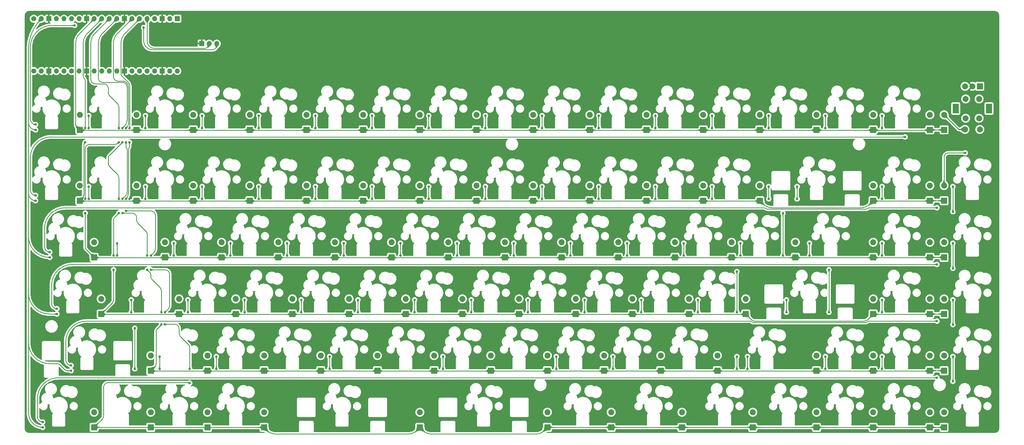
<source format=gbr>
%TF.GenerationSoftware,KiCad,Pcbnew,(6.0.2)*%
%TF.CreationDate,2022-08-21T18:03:26-07:00*%
%TF.ProjectId,tklc_v1_rgb,746b6c63-5f76-4315-9f72-67622e6b6963,rev?*%
%TF.SameCoordinates,Original*%
%TF.FileFunction,Copper,L1,Top*%
%TF.FilePolarity,Positive*%
%FSLAX46Y46*%
G04 Gerber Fmt 4.6, Leading zero omitted, Abs format (unit mm)*
G04 Created by KiCad (PCBNEW (6.0.2)) date 2022-08-21 18:03:26*
%MOMM*%
%LPD*%
G01*
G04 APERTURE LIST*
%TA.AperFunction,ComponentPad*%
%ADD10R,2.000000X2.000000*%
%TD*%
%TA.AperFunction,ComponentPad*%
%ADD11O,2.000000X2.000000*%
%TD*%
%TA.AperFunction,ComponentPad*%
%ADD12C,1.700000*%
%TD*%
%TA.AperFunction,ComponentPad*%
%ADD13O,1.700000X1.700000*%
%TD*%
%TA.AperFunction,ComponentPad*%
%ADD14R,1.700000X1.700000*%
%TD*%
%TA.AperFunction,ComponentPad*%
%ADD15C,2.000000*%
%TD*%
%TA.AperFunction,ComponentPad*%
%ADD16R,2.000000X3.200000*%
%TD*%
%TA.AperFunction,ViaPad*%
%ADD17C,0.800000*%
%TD*%
%TA.AperFunction,Conductor*%
%ADD18C,0.250000*%
%TD*%
G04 APERTURE END LIST*
D10*
%TO.P,D86,1,K*%
%TO.N,/row5*%
X247650000Y-219075000D03*
D11*
%TO.P,D86,2,A*%
%TO.N,Net-(D86-Pad2)*%
X247650000Y-213995000D03*
%TD*%
D10*
%TO.P,D76,1,K*%
%TO.N,/row4*%
X316706250Y-200025000D03*
D11*
%TO.P,D76,2,A*%
%TO.N,Net-(D76-Pad2)*%
X316706250Y-194945000D03*
%TD*%
D10*
%TO.P,D12,1,K*%
%TO.N,/row0*%
X278606250Y-119062500D03*
D11*
%TO.P,D12,2,A*%
%TO.N,Net-(D12-Pad2)*%
X278606250Y-113982500D03*
%TD*%
D10*
%TO.P,D64,1,K*%
%TO.N,/row3*%
X359568750Y-180975000D03*
D11*
%TO.P,D64,2,A*%
%TO.N,Net-(D64-Pad2)*%
X359568750Y-175895000D03*
%TD*%
D10*
%TO.P,D26,1,K*%
%TO.N,/row1*%
X221456250Y-142875000D03*
D11*
%TO.P,D26,2,A*%
%TO.N,Net-(D26-Pad2)*%
X221456250Y-137795000D03*
%TD*%
D10*
%TO.P,D43,1,K*%
%TO.N,/row2*%
X250031250Y-161925000D03*
D11*
%TO.P,D43,2,A*%
%TO.N,Net-(D43-Pad2)*%
X250031250Y-156845000D03*
%TD*%
D10*
%TO.P,D29,1,K*%
%TO.N,/row1*%
X278606250Y-142875000D03*
D11*
%TO.P,D29,2,A*%
%TO.N,Net-(D29-Pad2)*%
X278606250Y-137795000D03*
%TD*%
D10*
%TO.P,D92,1,K*%
%TO.N,/row5*%
X359568750Y-219075000D03*
D11*
%TO.P,D92,2,A*%
%TO.N,Net-(D92-Pad2)*%
X359568750Y-213995000D03*
%TD*%
D10*
%TO.P,D72,1,K*%
%TO.N,/row4*%
X226218750Y-200025000D03*
D11*
%TO.P,D72,2,A*%
%TO.N,Net-(D72-Pad2)*%
X226218750Y-194945000D03*
%TD*%
D10*
%TO.P,D25,1,K*%
%TO.N,/row1*%
X202406250Y-142875000D03*
D11*
%TO.P,D25,2,A*%
%TO.N,Net-(D25-Pad2)*%
X202406250Y-137795000D03*
%TD*%
D10*
%TO.P,D69,1,K*%
%TO.N,/row4*%
X169068750Y-200025000D03*
D11*
%TO.P,D69,2,A*%
%TO.N,Net-(D69-Pad2)*%
X169068750Y-194945000D03*
%TD*%
D10*
%TO.P,D15,1,K*%
%TO.N,/row0*%
X335756250Y-119062500D03*
D11*
%TO.P,D15,2,A*%
%TO.N,Net-(D15-Pad2)*%
X335756250Y-113982500D03*
%TD*%
D10*
%TO.P,D41,1,K*%
%TO.N,/row2*%
X211931250Y-161925000D03*
D11*
%TO.P,D41,2,A*%
%TO.N,Net-(D41-Pad2)*%
X211931250Y-156845000D03*
%TD*%
D10*
%TO.P,D1,1,K*%
%TO.N,/row0*%
X69056250Y-119062500D03*
D11*
%TO.P,D1,2,A*%
%TO.N,Net-(D1-Pad2)*%
X69056250Y-113982500D03*
%TD*%
D10*
%TO.P,D27,1,K*%
%TO.N,/row1*%
X240506250Y-142875000D03*
D11*
%TO.P,D27,2,A*%
%TO.N,Net-(D27-Pad2)*%
X240506250Y-137795000D03*
%TD*%
D10*
%TO.P,D70,1,K*%
%TO.N,/row4*%
X188118750Y-200025000D03*
D11*
%TO.P,D70,2,A*%
%TO.N,Net-(D70-Pad2)*%
X188118750Y-194945000D03*
%TD*%
D10*
%TO.P,D50,1,K*%
%TO.N,/row3*%
X76200000Y-180975000D03*
D11*
%TO.P,D50,2,A*%
%TO.N,Net-(D50-Pad2)*%
X76200000Y-175895000D03*
%TD*%
D10*
%TO.P,D39,1,K*%
%TO.N,/row2*%
X173831250Y-161925000D03*
D11*
%TO.P,D39,2,A*%
%TO.N,Net-(D39-Pad2)*%
X173831250Y-156845000D03*
%TD*%
D10*
%TO.P,D48,1,K*%
%TO.N,/row2*%
X354806250Y-161925000D03*
D11*
%TO.P,D48,2,A*%
%TO.N,Net-(D48-Pad2)*%
X354806250Y-156845000D03*
%TD*%
D10*
%TO.P,D90,1,K*%
%TO.N,/row5*%
X335756250Y-219075000D03*
D11*
%TO.P,D90,2,A*%
%TO.N,Net-(D90-Pad2)*%
X335756250Y-213995000D03*
%TD*%
D10*
%TO.P,D38,1,K*%
%TO.N,/row2*%
X154781250Y-161925000D03*
D11*
%TO.P,D38,2,A*%
%TO.N,Net-(D38-Pad2)*%
X154781250Y-156845000D03*
%TD*%
D12*
%TO.P,U1,1,GP0*%
%TO.N,/col0*%
X53554900Y-99277576D03*
D13*
%TO.P,U1,2,GP1*%
%TO.N,/col1*%
X56094900Y-99277576D03*
D14*
%TO.P,U1,3,GND*%
%TO.N,GND*%
X58634900Y-99277576D03*
D13*
%TO.P,U1,4,GP2*%
%TO.N,/col2*%
X61174900Y-99277576D03*
%TO.P,U1,5,GP3*%
%TO.N,/col3*%
X63714900Y-99277576D03*
%TO.P,U1,6,GP4*%
%TO.N,/col4*%
X66254900Y-99277576D03*
%TO.P,U1,7,GP5*%
%TO.N,/col5*%
X68794900Y-99277576D03*
D14*
%TO.P,U1,8,GND*%
%TO.N,GND*%
X71334900Y-99277576D03*
D13*
%TO.P,U1,9,GP6*%
%TO.N,/col6*%
X73874900Y-99277576D03*
%TO.P,U1,10,GP7*%
%TO.N,/col7*%
X76414900Y-99277576D03*
%TO.P,U1,11,GP8*%
%TO.N,/col8*%
X78954900Y-99277576D03*
%TO.P,U1,12,GP9*%
%TO.N,/col15*%
X81494900Y-99277576D03*
D14*
%TO.P,U1,13,GND*%
%TO.N,GND*%
X84034900Y-99277576D03*
D13*
%TO.P,U1,14,GP10*%
%TO.N,/col14*%
X86574900Y-99277576D03*
%TO.P,U1,15,GP11*%
%TO.N,/col13*%
X89114900Y-99277576D03*
%TO.P,U1,16,GP12*%
%TO.N,/col12*%
X91654900Y-99277576D03*
%TO.P,U1,17,GP13*%
%TO.N,/col11*%
X94194900Y-99277576D03*
D14*
%TO.P,U1,18,GND*%
%TO.N,GND*%
X96734900Y-99277576D03*
D13*
%TO.P,U1,19,GP14*%
%TO.N,/col10*%
X99274900Y-99277576D03*
%TO.P,U1,20,GP15*%
%TO.N,/col9*%
X101814900Y-99277576D03*
D14*
%TO.P,U1,21,GP16*%
%TO.N,/col16*%
X101814900Y-81713576D03*
D13*
%TO.P,U1,22,GP17*%
%TO.N,/RGB_DATA*%
X99274900Y-81713576D03*
D14*
%TO.P,U1,23,GND*%
%TO.N,GND*%
X96734900Y-81713576D03*
D13*
%TO.P,U1,24,GP18*%
%TO.N,/LED_CONTROL*%
X94194900Y-81713576D03*
%TO.P,U1,25,GP19*%
%TO.N,/UART_CONNECT*%
X91654900Y-81713576D03*
%TO.P,U1,26,GP20*%
%TO.N,/row5*%
X89114900Y-81713576D03*
%TO.P,U1,27,GP21*%
%TO.N,/row4*%
X86574900Y-81713576D03*
D14*
%TO.P,U1,28,GND*%
%TO.N,GND*%
X84034900Y-81713576D03*
D13*
%TO.P,U1,29,GP22*%
%TO.N,/row3*%
X81494900Y-81713576D03*
%TO.P,U1,30,GP26*%
%TO.N,/row2*%
X78954900Y-81713576D03*
%TO.P,U1,31,GP27*%
%TO.N,/row1*%
X76414900Y-81713576D03*
%TO.P,U1,32,GP28*%
%TO.N,/row0*%
X73874900Y-81713576D03*
D14*
%TO.P,U1,33,GND*%
%TO.N,GND*%
X71334900Y-81713576D03*
D13*
%TO.P,U1,34,GP29*%
%TO.N,/EncoderB*%
X68794900Y-81713576D03*
%TO.P,U1,35,ADC_VREF*%
%TO.N,/ADC_VREF*%
X66254900Y-81713576D03*
%TO.P,U1,36,GP24*%
%TO.N,/EncoderA*%
X63714900Y-81713576D03*
%TO.P,U1,37,3V3*%
%TO.N,/3V3*%
X61174900Y-81713576D03*
D14*
%TO.P,U1,38,GND*%
%TO.N,GND*%
X58634900Y-81713576D03*
D13*
%TO.P,U1,39,VSYS*%
%TO.N,/RGB_PWR*%
X56094900Y-81713576D03*
D12*
%TO.P,U1,40,VBUS*%
%TO.N,/VBUS*%
X53554900Y-81713576D03*
%TD*%
D10*
%TO.P,D11,1,K*%
%TO.N,/row0*%
X259556250Y-119062500D03*
D11*
%TO.P,D11,2,A*%
%TO.N,Net-(D11-Pad2)*%
X259556250Y-113982500D03*
%TD*%
D10*
%TO.P,D78,1,K*%
%TO.N,/row4*%
X354806250Y-200025000D03*
D11*
%TO.P,D78,2,A*%
%TO.N,Net-(D78-Pad2)*%
X354806250Y-194945000D03*
%TD*%
D10*
%TO.P,D13,1,K*%
%TO.N,/row0*%
X297656250Y-119062500D03*
D11*
%TO.P,D13,2,A*%
%TO.N,Net-(D13-Pad2)*%
X297656250Y-113982500D03*
%TD*%
D10*
%TO.P,D71,1,K*%
%TO.N,/row4*%
X207168750Y-200025000D03*
D11*
%TO.P,D71,2,A*%
%TO.N,Net-(D71-Pad2)*%
X207168750Y-194945000D03*
%TD*%
D10*
%TO.P,D14,1,K*%
%TO.N,/row0*%
X316706250Y-119062500D03*
D11*
%TO.P,D14,2,A*%
%TO.N,Net-(D14-Pad2)*%
X316706250Y-113982500D03*
%TD*%
D10*
%TO.P,D10,1,K*%
%TO.N,/row0*%
X240506250Y-119062500D03*
D11*
%TO.P,D10,2,A*%
%TO.N,Net-(D10-Pad2)*%
X240506250Y-113982500D03*
%TD*%
D10*
%TO.P,D7,1,K*%
%TO.N,/row0*%
X183356250Y-119062500D03*
D11*
%TO.P,D7,2,A*%
%TO.N,Net-(D7-Pad2)*%
X183356250Y-113982500D03*
%TD*%
D10*
%TO.P,D57,1,K*%
%TO.N,/row3*%
X216693750Y-180975000D03*
D11*
%TO.P,D57,2,A*%
%TO.N,Net-(D57-Pad2)*%
X216693750Y-175895000D03*
%TD*%
D10*
%TO.P,D17,1,K*%
%TO.N,/row0*%
X359569656Y-119062800D03*
D11*
%TO.P,D17,2,A*%
%TO.N,Net-(D17-Pad2)*%
X359569656Y-113982800D03*
%TD*%
D10*
%TO.P,D32,1,K*%
%TO.N,/row1*%
X354806250Y-142875000D03*
D11*
%TO.P,D32,2,A*%
%TO.N,Net-(D32-Pad2)*%
X354806250Y-137795000D03*
%TD*%
D10*
%TO.P,D73,1,K*%
%TO.N,/row4*%
X245268750Y-200025000D03*
D11*
%TO.P,D73,2,A*%
%TO.N,Net-(D73-Pad2)*%
X245268750Y-194945000D03*
%TD*%
D10*
%TO.P,D89,1,K*%
%TO.N,/row5*%
X316706250Y-219075000D03*
D11*
%TO.P,D89,2,A*%
%TO.N,Net-(D89-Pad2)*%
X316706250Y-213995000D03*
%TD*%
D10*
%TO.P,D31,1,K*%
%TO.N,/row1*%
X335756250Y-142875120D03*
D11*
%TO.P,D31,2,A*%
%TO.N,Net-(D31-Pad2)*%
X335756250Y-137795120D03*
%TD*%
D10*
%TO.P,D63,1,K*%
%TO.N,/row3*%
X354806250Y-180975000D03*
D11*
%TO.P,D63,2,A*%
%TO.N,Net-(D63-Pad2)*%
X354806250Y-175895000D03*
%TD*%
D10*
%TO.P,D74,1,K*%
%TO.N,/row4*%
X264318750Y-200025000D03*
D11*
%TO.P,D74,2,A*%
%TO.N,Net-(D74-Pad2)*%
X264318750Y-194945000D03*
%TD*%
D10*
%TO.P,D84,1,K*%
%TO.N,/row5*%
X183356250Y-219075000D03*
D11*
%TO.P,D84,2,A*%
%TO.N,Net-(D84-Pad2)*%
X183356250Y-213995000D03*
%TD*%
D10*
%TO.P,D52,1,K*%
%TO.N,/row3*%
X121443750Y-180975000D03*
D11*
%TO.P,D52,2,A*%
%TO.N,Net-(D52-Pad2)*%
X121443750Y-175895000D03*
%TD*%
D10*
%TO.P,D53,1,K*%
%TO.N,/row3*%
X140493750Y-180975000D03*
D11*
%TO.P,D53,2,A*%
%TO.N,Net-(D53-Pad2)*%
X140493750Y-175895000D03*
%TD*%
D10*
%TO.P,D45,1,K*%
%TO.N,/row2*%
X288131250Y-161925000D03*
D11*
%TO.P,D45,2,A*%
%TO.N,Net-(D45-Pad2)*%
X288131250Y-156845000D03*
%TD*%
D10*
%TO.P,D20,1,K*%
%TO.N,/row1*%
X107156250Y-142875000D03*
D11*
%TO.P,D20,2,A*%
%TO.N,Net-(D20-Pad2)*%
X107156250Y-137795000D03*
%TD*%
D10*
%TO.P,D61,1,K*%
%TO.N,/row3*%
X292893750Y-180975000D03*
D11*
%TO.P,D61,2,A*%
%TO.N,Net-(D61-Pad2)*%
X292893750Y-175895000D03*
%TD*%
D14*
%TO.P,J1,1,Pin_1*%
%TO.N,GND*%
X109989157Y-90100072D03*
D13*
%TO.P,J1,2,Pin_2*%
%TO.N,/UART_CONNECT*%
X112529157Y-90100072D03*
%TO.P,J1,3,Pin_3*%
%TO.N,/3V3*%
X115069157Y-90100072D03*
%TD*%
D10*
%TO.P,D56,1,K*%
%TO.N,/row3*%
X197643750Y-180975000D03*
D11*
%TO.P,D56,2,A*%
%TO.N,Net-(D56-Pad2)*%
X197643750Y-175895000D03*
%TD*%
D10*
%TO.P,D8,1,K*%
%TO.N,/row0*%
X202406250Y-119062500D03*
D11*
%TO.P,D8,2,A*%
%TO.N,Net-(D8-Pad2)*%
X202406250Y-113982500D03*
%TD*%
D15*
%TO.P,SW17b1,1,1*%
%TO.N,/col16*%
X371343750Y-108668750D03*
X371343750Y-115168750D03*
%TO.P,SW17b1,2,2*%
%TO.N,Net-(D17-Pad2)*%
X366843750Y-108668750D03*
X366843750Y-115168750D03*
%TD*%
D10*
%TO.P,D6,1,K*%
%TO.N,/row0*%
X164306250Y-119062500D03*
D11*
%TO.P,D6,2,A*%
%TO.N,Net-(D6-Pad2)*%
X164306250Y-113982500D03*
%TD*%
D10*
%TO.P,D67,1,K*%
%TO.N,/row4*%
X130968750Y-200025000D03*
D11*
%TO.P,D67,2,A*%
%TO.N,Net-(D67-Pad2)*%
X130968750Y-194945000D03*
%TD*%
D10*
%TO.P,D68,1,K*%
%TO.N,/row4*%
X150018750Y-200025000D03*
D11*
%TO.P,D68,2,A*%
%TO.N,Net-(D68-Pad2)*%
X150018750Y-194945000D03*
%TD*%
D10*
%TO.P,D80,1,K*%
%TO.N,/row5*%
X73818750Y-219075000D03*
D11*
%TO.P,D80,2,A*%
%TO.N,Net-(D80-Pad2)*%
X73818750Y-213995000D03*
%TD*%
D10*
%TO.P,D42,1,K*%
%TO.N,/row2*%
X230981250Y-161925000D03*
D11*
%TO.P,D42,2,A*%
%TO.N,Net-(D42-Pad2)*%
X230981250Y-156845000D03*
%TD*%
D10*
%TO.P,D81,1,K*%
%TO.N,/row5*%
X92868750Y-219075000D03*
D11*
%TO.P,D81,2,A*%
%TO.N,Net-(D81-Pad2)*%
X92868750Y-213995000D03*
%TD*%
D10*
%TO.P,D4,1,K*%
%TO.N,/row0*%
X126206250Y-119062500D03*
D11*
%TO.P,D4,2,A*%
%TO.N,Net-(D4-Pad2)*%
X126206250Y-113982500D03*
%TD*%
D10*
%TO.P,D37,1,K*%
%TO.N,/row2*%
X135731250Y-161925000D03*
D11*
%TO.P,D37,2,A*%
%TO.N,Net-(D37-Pad2)*%
X135731250Y-156845000D03*
%TD*%
D10*
%TO.P,SW17,A,A*%
%TO.N,/EncoderA*%
X371593750Y-104418750D03*
D15*
%TO.P,SW17,B,B*%
%TO.N,/EncoderB*%
X366593750Y-104418750D03*
%TO.P,SW17,C,C*%
%TO.N,GND*%
X369093750Y-104418750D03*
D16*
%TO.P,SW17,MP*%
%TO.N,N/C*%
X363493750Y-111918750D03*
X374693750Y-111918750D03*
D15*
%TO.P,SW17,S1,S1*%
%TO.N,/col16*%
X371593750Y-118918750D03*
%TO.P,SW17,S2,S2*%
%TO.N,Net-(D17-Pad2)*%
X366593750Y-118918750D03*
%TD*%
D10*
%TO.P,D3,1,K*%
%TO.N,/row0*%
X107156250Y-119062500D03*
D11*
%TO.P,D3,2,A*%
%TO.N,Net-(D3-Pad2)*%
X107156250Y-113982500D03*
%TD*%
D10*
%TO.P,D85,1,K*%
%TO.N,/row5*%
X226218750Y-219075000D03*
D11*
%TO.P,D85,2,A*%
%TO.N,Net-(D85-Pad2)*%
X226218750Y-213995000D03*
%TD*%
D10*
%TO.P,D22,1,K*%
%TO.N,/row1*%
X145256250Y-142875000D03*
D11*
%TO.P,D22,2,A*%
%TO.N,Net-(D22-Pad2)*%
X145256250Y-137795000D03*
%TD*%
D10*
%TO.P,D58,1,K*%
%TO.N,/row3*%
X235743750Y-180975000D03*
D11*
%TO.P,D58,2,A*%
%TO.N,Net-(D58-Pad2)*%
X235743750Y-175895000D03*
%TD*%
D10*
%TO.P,D16,1,K*%
%TO.N,/row0*%
X354806250Y-119062500D03*
D11*
%TO.P,D16,2,A*%
%TO.N,Net-(D16-Pad2)*%
X354806250Y-113982500D03*
%TD*%
D10*
%TO.P,D55,1,K*%
%TO.N,/row3*%
X178593750Y-180975000D03*
D11*
%TO.P,D55,2,A*%
%TO.N,Net-(D55-Pad2)*%
X178593750Y-175895000D03*
%TD*%
D10*
%TO.P,D46,1,K*%
%TO.N,/row2*%
X309562500Y-161925000D03*
D11*
%TO.P,D46,2,A*%
%TO.N,Net-(D46-Pad2)*%
X309562500Y-156845000D03*
%TD*%
D10*
%TO.P,D65,1,K*%
%TO.N,/row4*%
X92868750Y-200025000D03*
D11*
%TO.P,D65,2,A*%
%TO.N,Net-(D65-Pad2)*%
X92868750Y-194945000D03*
%TD*%
D10*
%TO.P,D91,1,K*%
%TO.N,/row5*%
X354806250Y-219075000D03*
D11*
%TO.P,D91,2,A*%
%TO.N,Net-(D91-Pad2)*%
X354806250Y-213995000D03*
%TD*%
D10*
%TO.P,D82,1,K*%
%TO.N,/row5*%
X111918750Y-219075000D03*
D11*
%TO.P,D82,2,A*%
%TO.N,Net-(D82-Pad2)*%
X111918750Y-213995000D03*
%TD*%
D10*
%TO.P,D30,1,K*%
%TO.N,/row1*%
X297656250Y-142875000D03*
D11*
%TO.P,D30,2,A*%
%TO.N,Net-(D30-Pad2)*%
X297656250Y-137795000D03*
%TD*%
D10*
%TO.P,D24,1,K*%
%TO.N,/row1*%
X183356250Y-142875000D03*
D11*
%TO.P,D24,2,A*%
%TO.N,Net-(D24-Pad2)*%
X183356250Y-137795000D03*
%TD*%
D10*
%TO.P,D5,1,K*%
%TO.N,/row0*%
X145256250Y-119062500D03*
D11*
%TO.P,D5,2,A*%
%TO.N,Net-(D5-Pad2)*%
X145256250Y-113982500D03*
%TD*%
D10*
%TO.P,D35,1,K*%
%TO.N,/row2*%
X97631250Y-161925000D03*
D11*
%TO.P,D35,2,A*%
%TO.N,Net-(D35-Pad2)*%
X97631250Y-156845000D03*
%TD*%
D10*
%TO.P,D33,1,K*%
%TO.N,/row1*%
X359568750Y-142875000D03*
D11*
%TO.P,D33,2,A*%
%TO.N,Net-(D33-Pad2)*%
X359568750Y-137795000D03*
%TD*%
D10*
%TO.P,D62,1,K*%
%TO.N,/row3*%
X335756250Y-180975000D03*
D11*
%TO.P,D62,2,A*%
%TO.N,Net-(D62-Pad2)*%
X335756250Y-175895000D03*
%TD*%
D10*
%TO.P,D77,1,K*%
%TO.N,/row4*%
X335756250Y-200025000D03*
D11*
%TO.P,D77,2,A*%
%TO.N,Net-(D77-Pad2)*%
X335756250Y-194945000D03*
%TD*%
D10*
%TO.P,D88,1,K*%
%TO.N,/row5*%
X295275000Y-219075000D03*
D11*
%TO.P,D88,2,A*%
%TO.N,Net-(D88-Pad2)*%
X295275000Y-213995000D03*
%TD*%
D10*
%TO.P,D34,1,K*%
%TO.N,/row2*%
X73818750Y-161925000D03*
D11*
%TO.P,D34,2,A*%
%TO.N,Net-(D34-Pad2)*%
X73818750Y-156845000D03*
%TD*%
D10*
%TO.P,D54,1,K*%
%TO.N,/row3*%
X159543750Y-180975000D03*
D11*
%TO.P,D54,2,A*%
%TO.N,Net-(D54-Pad2)*%
X159543750Y-175895000D03*
%TD*%
D10*
%TO.P,D66,1,K*%
%TO.N,/row4*%
X111918750Y-200025000D03*
D11*
%TO.P,D66,2,A*%
%TO.N,Net-(D66-Pad2)*%
X111918750Y-194945000D03*
%TD*%
D10*
%TO.P,D18,1,K*%
%TO.N,/row1*%
X69056250Y-142875000D03*
D11*
%TO.P,D18,2,A*%
%TO.N,Net-(D18-Pad2)*%
X69056250Y-137795000D03*
%TD*%
D10*
%TO.P,D9,1,K*%
%TO.N,/row0*%
X221456250Y-119062500D03*
D11*
%TO.P,D9,2,A*%
%TO.N,Net-(D9-Pad2)*%
X221456250Y-113982500D03*
%TD*%
D10*
%TO.P,D40,1,K*%
%TO.N,/row2*%
X192881250Y-161925000D03*
D11*
%TO.P,D40,2,A*%
%TO.N,Net-(D40-Pad2)*%
X192881250Y-156845000D03*
%TD*%
D10*
%TO.P,D60,1,K*%
%TO.N,/row3*%
X273843750Y-180975000D03*
D11*
%TO.P,D60,2,A*%
%TO.N,Net-(D60-Pad2)*%
X273843750Y-175895000D03*
%TD*%
D10*
%TO.P,D19,1,K*%
%TO.N,/row1*%
X88106250Y-142875000D03*
D11*
%TO.P,D19,2,A*%
%TO.N,Net-(D19-Pad2)*%
X88106250Y-137795000D03*
%TD*%
D10*
%TO.P,D2,1,K*%
%TO.N,/row0*%
X88106250Y-119062500D03*
D11*
%TO.P,D2,2,A*%
%TO.N,Net-(D2-Pad2)*%
X88106250Y-113982500D03*
%TD*%
D10*
%TO.P,D28,1,K*%
%TO.N,/row1*%
X259556250Y-142875000D03*
D11*
%TO.P,D28,2,A*%
%TO.N,Net-(D28-Pad2)*%
X259556250Y-137795000D03*
%TD*%
D10*
%TO.P,D87,1,K*%
%TO.N,/row5*%
X271462500Y-219075000D03*
D11*
%TO.P,D87,2,A*%
%TO.N,Net-(D87-Pad2)*%
X271462500Y-213995000D03*
%TD*%
D10*
%TO.P,D59,1,K*%
%TO.N,/row3*%
X254793750Y-180975000D03*
D11*
%TO.P,D59,2,A*%
%TO.N,Net-(D59-Pad2)*%
X254793750Y-175895000D03*
%TD*%
D10*
%TO.P,D75,1,K*%
%TO.N,/row4*%
X283368750Y-200025000D03*
D11*
%TO.P,D75,2,A*%
%TO.N,Net-(D75-Pad2)*%
X283368750Y-194945000D03*
%TD*%
D10*
%TO.P,D21,1,K*%
%TO.N,/row1*%
X126206250Y-142875000D03*
D11*
%TO.P,D21,2,A*%
%TO.N,Net-(D21-Pad2)*%
X126206250Y-137795000D03*
%TD*%
D10*
%TO.P,D44,1,K*%
%TO.N,/row2*%
X269081250Y-161925000D03*
D11*
%TO.P,D44,2,A*%
%TO.N,Net-(D44-Pad2)*%
X269081250Y-156845000D03*
%TD*%
D10*
%TO.P,D83,1,K*%
%TO.N,/row5*%
X130968750Y-219075000D03*
D11*
%TO.P,D83,2,A*%
%TO.N,Net-(D83-Pad2)*%
X130968750Y-213995000D03*
%TD*%
D10*
%TO.P,D49,1,K*%
%TO.N,/row2*%
X359568750Y-161925000D03*
D11*
%TO.P,D49,2,A*%
%TO.N,Net-(D49-Pad2)*%
X359568750Y-156845000D03*
%TD*%
D10*
%TO.P,D36,1,K*%
%TO.N,/row2*%
X116681250Y-161925000D03*
D11*
%TO.P,D36,2,A*%
%TO.N,Net-(D36-Pad2)*%
X116681250Y-156845000D03*
%TD*%
D10*
%TO.P,D79,1,K*%
%TO.N,/row4*%
X359568750Y-200025000D03*
D11*
%TO.P,D79,2,A*%
%TO.N,Net-(D79-Pad2)*%
X359568750Y-194945000D03*
%TD*%
D10*
%TO.P,D23,1,K*%
%TO.N,/row1*%
X164306250Y-142875000D03*
D11*
%TO.P,D23,2,A*%
%TO.N,Net-(D23-Pad2)*%
X164306250Y-137795000D03*
%TD*%
D10*
%TO.P,D47,1,K*%
%TO.N,/row2*%
X335756250Y-161925000D03*
D11*
%TO.P,D47,2,A*%
%TO.N,Net-(D47-Pad2)*%
X335756250Y-156845000D03*
%TD*%
D10*
%TO.P,D51,1,K*%
%TO.N,/row3*%
X102393750Y-180975000D03*
D11*
%TO.P,D51,2,A*%
%TO.N,Net-(D51-Pad2)*%
X102393750Y-175895000D03*
%TD*%
D17*
%TO.N,/row1*%
X70842247Y-123229791D03*
X70842247Y-118467287D03*
%TO.N,Net-(D33-Pad2)*%
X366712808Y-126801669D03*
%TO.N,/row2*%
X82153194Y-123229791D03*
X70842247Y-147042311D03*
X70842247Y-142279807D03*
X82153194Y-118467287D03*
%TO.N,/row3*%
X80367255Y-161329823D03*
X83343820Y-118467287D03*
X83343820Y-123229791D03*
X82153194Y-147042311D03*
X82153194Y-142279807D03*
X80367255Y-166092327D03*
%TO.N,/row4*%
X83343820Y-147042311D03*
X84534446Y-123229791D03*
X91678202Y-161329823D03*
X96440706Y-184485185D03*
X91678202Y-166092327D03*
X84534446Y-118467287D03*
X83343820Y-142279807D03*
X96440706Y-180379839D03*
%TO.N,/row5*%
X85725072Y-123229791D03*
X85725072Y-118467287D03*
X84534446Y-146317811D03*
X105965714Y-199429855D03*
X97631332Y-180379839D03*
X105965714Y-204192359D03*
X97602625Y-184485185D03*
X92868828Y-161329823D03*
X92868828Y-166092327D03*
X84534446Y-142279807D03*
%TO.N,/col1*%
X87511011Y-185737656D03*
X81557881Y-161329823D03*
X86320385Y-180379839D03*
X86320385Y-176212648D03*
X72032873Y-138112616D03*
X87511011Y-199429855D03*
X72032873Y-118467287D03*
X81557881Y-157162632D03*
X72032873Y-142279807D03*
X72032873Y-114300096D03*
%TO.N,/col2*%
X91082889Y-138112616D03*
X91082889Y-114300096D03*
X95845393Y-199429855D03*
X91082889Y-142279807D03*
X95845393Y-195262664D03*
X91082889Y-118467287D03*
X105370401Y-176212648D03*
X100607897Y-157162632D03*
X100607897Y-161329823D03*
X105370401Y-180379839D03*
%TO.N,/col3*%
X124420417Y-180379839D03*
X110132905Y-138112616D03*
X119657913Y-157162632D03*
X110132905Y-114300096D03*
X110132905Y-118467287D03*
X114895409Y-199429855D03*
X110132905Y-142279807D03*
X114895409Y-195262664D03*
X124420417Y-176212648D03*
X119657913Y-161329823D03*
%TO.N,/col4*%
X129182921Y-142279807D03*
X143470417Y-180379839D03*
X138707929Y-157162632D03*
X129182921Y-118467287D03*
X138707929Y-161329823D03*
X129182921Y-138112616D03*
X143470433Y-176212648D03*
X129182921Y-114300096D03*
%TO.N,/col5*%
X157757945Y-157162632D03*
X152995441Y-199429855D03*
X157757945Y-161329823D03*
X148232937Y-118467287D03*
X148232937Y-114300096D03*
X162520449Y-176212648D03*
X162520417Y-180379839D03*
X148232905Y-138112616D03*
X148232937Y-142279807D03*
X152995441Y-195262664D03*
%TO.N,/col6*%
X176807961Y-161329823D03*
X176807913Y-157162632D03*
X167282953Y-142279807D03*
X167282953Y-138112616D03*
X167282905Y-118467287D03*
X181570417Y-180379839D03*
X167282953Y-114300096D03*
X181570465Y-176212648D03*
%TO.N,/col7*%
X191095473Y-195262664D03*
X186332969Y-142279807D03*
X191095473Y-199429855D03*
X186332969Y-114300096D03*
X195857913Y-157162632D03*
X200620481Y-176212648D03*
X186332969Y-118467287D03*
X186332905Y-138112616D03*
X195857977Y-161329823D03*
X200620417Y-180379839D03*
%TO.N,/col8*%
X205382905Y-114300096D03*
X219670497Y-176212648D03*
X205382985Y-138112616D03*
X205382905Y-118467287D03*
X205382985Y-142279807D03*
X214907993Y-157162632D03*
X214907993Y-161329823D03*
X219670417Y-180379839D03*
%TO.N,/col9*%
X233957913Y-157162632D03*
X224433001Y-118467287D03*
X229195505Y-195262664D03*
X224433001Y-142279807D03*
X238720417Y-180379839D03*
X233958009Y-161329823D03*
X238720513Y-176212648D03*
X224433001Y-114300096D03*
X229195505Y-199429855D03*
X224432905Y-138112616D03*
%TO.N,/col10*%
X243483017Y-118467287D03*
X253007913Y-157162632D03*
X243482905Y-114300096D03*
X248245521Y-195262664D03*
X253008025Y-161329823D03*
X243483017Y-142279807D03*
X257770417Y-180379839D03*
X248245521Y-199429855D03*
X243482905Y-138112616D03*
X257770529Y-176212648D03*
%TO.N,/col11*%
X272058041Y-161329823D03*
X272057913Y-157162632D03*
X276820545Y-176212648D03*
X262533033Y-114300096D03*
X262532905Y-138112616D03*
X262533033Y-142279807D03*
X276820417Y-180379839D03*
X262533033Y-118467287D03*
%TO.N,/col12*%
X281583049Y-142279807D03*
X291107913Y-161329967D03*
X289917431Y-195262664D03*
X281583049Y-138112616D03*
X281582905Y-114300096D03*
X281582905Y-118467287D03*
X289917431Y-166687640D03*
X289917431Y-199429855D03*
X289917431Y-180379839D03*
X291107913Y-157162632D03*
%TO.N,/col13*%
X300633065Y-114300096D03*
X300633065Y-118467287D03*
X293489309Y-199429855D03*
X300633065Y-138112616D03*
X306586195Y-176212648D03*
X305395569Y-161329823D03*
X293489309Y-195262664D03*
X300633065Y-142279807D03*
X305395569Y-147042311D03*
X306586195Y-180379839D03*
%TO.N,/col14*%
X314325264Y-157162632D03*
X319683081Y-199429855D03*
X319683081Y-195262664D03*
X310158073Y-142279807D03*
X320873707Y-166092327D03*
X320873707Y-180379839D03*
X319683081Y-118467287D03*
X319683081Y-114300096D03*
X314325264Y-161329823D03*
X310158073Y-138112616D03*
%TO.N,/col15*%
X338733097Y-118467287D03*
X338733097Y-138112616D03*
X338733097Y-142279807D03*
X338733097Y-176212648D03*
X338733097Y-161329823D03*
X338733097Y-180379839D03*
X338733097Y-195262664D03*
X338733097Y-157162632D03*
X338733097Y-199429855D03*
X338733097Y-114300096D03*
%TO.N,GND*%
X183356404Y-147637624D03*
X61912552Y-177403274D03*
X375047190Y-217884558D03*
X300037752Y-185737656D03*
X60126613Y-163711075D03*
X211931428Y-128587608D03*
X307181508Y-204787672D03*
X192881412Y-104775088D03*
X304800256Y-128587608D03*
X288131492Y-104775088D03*
X261937720Y-204787672D03*
X322659646Y-147637624D03*
X121443852Y-204787672D03*
X88701637Y-104775088D03*
X254793964Y-185737656D03*
X230981444Y-128587608D03*
X121443852Y-185737656D03*
X52387544Y-219075184D03*
X283368988Y-166687640D03*
X89892263Y-200620481D03*
X307181508Y-104775088D03*
X83343820Y-176212648D03*
X178593900Y-185737656D03*
X154781380Y-128587608D03*
X197643916Y-185737656D03*
X157162632Y-204787672D03*
X88106324Y-126206356D03*
X154781380Y-104775088D03*
X54173483Y-201215794D03*
X111918844Y-166687640D03*
X64293804Y-147637624D03*
X369094060Y-128587608D03*
X73818812Y-139303242D03*
X77986003Y-172045457D03*
X76200064Y-152995441D03*
X221456436Y-147637624D03*
X101798523Y-166687640D03*
X192881412Y-128587608D03*
X188118908Y-166687640D03*
X345281540Y-166687608D03*
X77688347Y-90487576D03*
X54173483Y-163711075D03*
X83939133Y-185737656D03*
X86915698Y-90487576D03*
X103584462Y-84534446D03*
X116681348Y-128587608D03*
X369094060Y-147637624D03*
X59531300Y-105370401D03*
X102393836Y-158353258D03*
X285750240Y-204787672D03*
X83343820Y-205382985D03*
X269081476Y-128587608D03*
X164306388Y-147637624D03*
X97631332Y-128587608D03*
X85725072Y-142279807D03*
X296465874Y-146446998D03*
X54173483Y-149423563D03*
X135731364Y-128587608D03*
X240506452Y-147637624D03*
X75604751Y-126206356D03*
X54768796Y-139303242D03*
X97631332Y-104775088D03*
X207168924Y-166687640D03*
X235743948Y-185737656D03*
X145256372Y-147637624D03*
X264318972Y-166687640D03*
X288131492Y-128587608D03*
X173831396Y-104775088D03*
X309562760Y-165497014D03*
X250031460Y-104775088D03*
X345281540Y-128587608D03*
X57745361Y-144661059D03*
X59531300Y-158353258D03*
X54768796Y-115490722D03*
X159543884Y-185737656D03*
X345281540Y-104775088D03*
X173831396Y-128587608D03*
X91082889Y-185737656D03*
X326231524Y-204787672D03*
X273843980Y-185737656D03*
X107156340Y-147637624D03*
X369094060Y-185737608D03*
X61912552Y-204787672D03*
X140493868Y-185737656D03*
X216693932Y-185737656D03*
X326231524Y-185737656D03*
X111323531Y-185142343D03*
X204787672Y-204787672D03*
X61912552Y-90487576D03*
X345281540Y-185737656D03*
X211931428Y-104775088D03*
X54173483Y-182761091D03*
X126206356Y-147637624D03*
X345281540Y-204787608D03*
X345281540Y-147637624D03*
X116681348Y-196453290D03*
X64889117Y-182761091D03*
X259556468Y-147637624D03*
X73818812Y-115490722D03*
X328017463Y-166687640D03*
X326231524Y-104775088D03*
X169068892Y-166687640D03*
X116681348Y-104775088D03*
X150018876Y-166687640D03*
X135731364Y-104775088D03*
X130968860Y-166687640D03*
X230981444Y-104775088D03*
X369094060Y-166687640D03*
X51792231Y-83939133D03*
X202406420Y-147637624D03*
X250031460Y-128587608D03*
X226218940Y-166687640D03*
X238125200Y-204787672D03*
X269081476Y-104775088D03*
X102393836Y-205382985D03*
X245268956Y-166687640D03*
X66675056Y-196453290D03*
X316706516Y-128587608D03*
X278606484Y-147637624D03*
%TO.N,/col16*%
X362545617Y-146576185D03*
X362545617Y-195262664D03*
X362545617Y-203597046D03*
X362545617Y-138112616D03*
X362545617Y-165626201D03*
X362545617Y-184547030D03*
X362545617Y-157162632D03*
X362545617Y-176212648D03*
%TO.N,/RGB_DATA*%
X54173483Y-117276661D03*
X67270369Y-83939133D03*
%TO.N,/3V3*%
X90487576Y-84663633D03*
%TO.N,/RGB_PWR*%
X54173483Y-119062600D03*
X56554735Y-219075184D03*
X66079743Y-200025168D03*
X61317239Y-180975152D03*
X58935987Y-161925136D03*
X54173483Y-142875120D03*
%TO.N,Net-(SW16-Pad5)*%
X346472166Y-121443852D03*
X54173483Y-141089181D03*
%TO.N,Net-(SW33-Pad5)*%
X357187800Y-145256372D03*
X58935987Y-160139197D03*
%TO.N,Net-(SW49-Pad5)*%
X61317239Y-179189213D03*
X357187800Y-164306388D03*
%TO.N,Net-(SW64-Pad5)*%
X66079743Y-198239229D03*
X357187800Y-183356404D03*
%TO.N,Net-(SW79-Pad5)*%
X357187800Y-202406420D03*
X56554735Y-217289245D03*
%TD*%
D18*
%TO.N,/row0*%
X69185548Y-119191798D02*
X87976952Y-119191798D01*
X335626952Y-119191798D02*
X316835548Y-119191798D01*
X354676952Y-119191798D02*
X335885548Y-119191798D01*
X354806250Y-119062500D02*
X359569656Y-119062500D01*
X278476952Y-119191798D02*
X259685548Y-119191798D01*
X145385548Y-119191798D02*
X164176952Y-119191798D01*
X69084855Y-86503621D02*
X73874900Y-81713576D01*
X297526952Y-119191798D02*
X278735548Y-119191798D01*
X68059729Y-118065979D02*
X69056250Y-119062500D01*
X316576952Y-119191798D02*
X297785548Y-119191798D01*
X183485602Y-119191798D02*
X202276952Y-119191798D01*
X221326952Y-119191798D02*
X202535548Y-119191798D01*
X259426952Y-119191798D02*
X240635548Y-119191798D01*
X126076952Y-119191798D02*
X107285548Y-119191798D01*
X67620389Y-117005319D02*
X67620389Y-90039155D01*
X240376952Y-119191798D02*
X221585548Y-119191798D01*
X145126952Y-119191798D02*
X126335548Y-119191798D01*
X88235548Y-119191798D02*
X107026952Y-119191798D01*
X164435548Y-119191798D02*
X183226952Y-119191798D01*
X67620390Y-117005319D02*
G75*
G03*
X68059730Y-118065978I1500001J1D01*
G01*
X67620389Y-90039155D02*
G75*
G02*
X69084855Y-86503621I4999998J1D01*
G01*
%TO.N,Net-(D17-Pad2)*%
X359569656Y-113982800D02*
X364505606Y-118918750D01*
X364505606Y-118918750D02*
X366593750Y-118918750D01*
%TO.N,/row1*%
X202535568Y-143004318D02*
X221326932Y-143004318D01*
X70160389Y-90039155D02*
X70160389Y-101023179D01*
X70380761Y-140929169D02*
X70380761Y-124312597D01*
X301721506Y-145256372D02*
X331691198Y-145256372D01*
X69941421Y-141989829D02*
X69056250Y-142875000D01*
X240635568Y-143004318D02*
X259426932Y-143004318D01*
X145385568Y-143004318D02*
X164176932Y-143004318D01*
X70842247Y-123229791D02*
X70820101Y-123251937D01*
X259685568Y-143004318D02*
X278476932Y-143004318D01*
X70842247Y-118467287D02*
X70842247Y-102533465D01*
X354806250Y-142875000D02*
X359568750Y-142875000D01*
X221585568Y-143004318D02*
X240376932Y-143004318D01*
X278735568Y-143004318D02*
X297526932Y-143004318D01*
X70453282Y-101730286D02*
X70549354Y-101826358D01*
X335885448Y-143004318D02*
X354676932Y-143004318D01*
X298846936Y-144065686D02*
X297656250Y-142875000D01*
X164435568Y-143004318D02*
X183226932Y-143004318D01*
X107285568Y-143004318D02*
X126076932Y-143004318D01*
X126335568Y-143004318D02*
X145126932Y-143004318D01*
X69185568Y-143004318D02*
X87976932Y-143004318D01*
X183485568Y-143004318D02*
X202276932Y-143004318D01*
X334565624Y-144065746D02*
X335756250Y-142875120D01*
X71624855Y-86503621D02*
X76414900Y-81713576D01*
X88235568Y-143004318D02*
X107026932Y-143004318D01*
X69941421Y-141989829D02*
G75*
G03*
X70380761Y-140929169I-1060662J1060661D01*
G01*
X70160389Y-90039155D02*
G75*
G02*
X71624855Y-86503621I4999998J1D01*
G01*
X301721506Y-145256372D02*
G75*
G02*
X298846936Y-144065686I2J4065260D01*
G01*
X70842246Y-102533465D02*
G75*
G03*
X70549353Y-101826359I-999993J3D01*
G01*
X331691198Y-145256371D02*
G75*
G03*
X334565623Y-144065745I-2J4065057D01*
G01*
X70453282Y-101730286D02*
G75*
G02*
X70160389Y-101023179I707106J707106D01*
G01*
X70380762Y-124312597D02*
G75*
G02*
X70820102Y-123251938I1500001J-1D01*
G01*
%TO.N,Net-(D33-Pad2)*%
X359568750Y-128301667D02*
X359568750Y-137795000D01*
X366712808Y-126801669D02*
X361068748Y-126801669D01*
X359568750Y-128301667D02*
G75*
G02*
X361068748Y-126801669I1499997J1D01*
G01*
%TO.N,/row2*%
X154910584Y-162054334D02*
X173701916Y-162054334D01*
X97760584Y-162054334D02*
X116551916Y-162054334D01*
X230851916Y-162054334D02*
X212060584Y-162054334D01*
X249901916Y-162054334D02*
X231110584Y-162054334D01*
X72342247Y-123954302D02*
X80807363Y-123954302D01*
X73948084Y-162054334D02*
X97501916Y-162054334D01*
X78581316Y-105084462D02*
X78581316Y-106535020D01*
X72700389Y-102084462D02*
X72700389Y-90039155D01*
X81868023Y-123514962D02*
X82153194Y-123229791D01*
X74200389Y-103584462D02*
X77081316Y-103584462D01*
X211801916Y-162054334D02*
X193010584Y-162054334D01*
X135860584Y-162054334D02*
X154651916Y-162054334D01*
X309691834Y-162054334D02*
X335626916Y-162054334D01*
X309433022Y-162054478D02*
X288260728Y-162054478D01*
X335885584Y-162054334D02*
X354676916Y-162054334D01*
X82153194Y-118467287D02*
X82153194Y-111349538D01*
X70842247Y-158327177D02*
X70842247Y-147042311D01*
X269210584Y-162054334D02*
X288001916Y-162054334D01*
X135601916Y-162054334D02*
X116810584Y-162054334D01*
X71281587Y-159387837D02*
X73818750Y-161925000D01*
X79020656Y-107595680D02*
X81713854Y-110288878D01*
X359568750Y-161925000D02*
X354806250Y-161925000D01*
X192751916Y-162054334D02*
X173960584Y-162054334D01*
X250160584Y-162054334D02*
X268951916Y-162054334D01*
X70842247Y-125454302D02*
X70842247Y-142279807D01*
X74164855Y-86503621D02*
X78954900Y-81713576D01*
X78581317Y-106535020D02*
G75*
G03*
X79020657Y-107595679I1500001J1D01*
G01*
X72700389Y-102084462D02*
G75*
G03*
X74200389Y-103584462I1500001J1D01*
G01*
X72342247Y-123954302D02*
G75*
G03*
X70842247Y-125454302I1J-1500001D01*
G01*
X80807363Y-123954301D02*
G75*
G03*
X81868022Y-123514961I-1J1500001D01*
G01*
X77081316Y-103584462D02*
G75*
G02*
X78581316Y-105084462I-1J-1500001D01*
G01*
X70842248Y-158327177D02*
G75*
G03*
X71281588Y-159387836I1500001J1D01*
G01*
X81713854Y-110288878D02*
G75*
G02*
X82153194Y-111349538I-1060662J-1060661D01*
G01*
X72700389Y-90039155D02*
G75*
G02*
X74164855Y-86503621I4999998J1D01*
G01*
%TO.N,/row3*%
X76329350Y-181104350D02*
X102264400Y-181104350D01*
X335885600Y-181104350D02*
X354676900Y-181104350D01*
X235873100Y-181104350D02*
X254664400Y-181104350D01*
X79020656Y-131408200D02*
X81713854Y-134101398D01*
X294835908Y-182917064D02*
X292893844Y-180975000D01*
X84910771Y-104634942D02*
X84910771Y-115792334D01*
X333814186Y-182917064D02*
X335756250Y-180975000D01*
X82153194Y-135162058D02*
X82153194Y-142279807D01*
X102523100Y-181104350D02*
X121314400Y-181104350D01*
X75240389Y-90039155D02*
X75240389Y-101634942D01*
X121573100Y-181104350D02*
X140364400Y-181104350D01*
X178723100Y-181104350D02*
X197514400Y-181104350D01*
X197773100Y-181104350D02*
X216564400Y-181104350D01*
X140623100Y-181104350D02*
X159414400Y-181104350D01*
X76704855Y-86503621D02*
X81494900Y-81713576D01*
X82153194Y-147042311D02*
X80806595Y-148388910D01*
X79927915Y-177247085D02*
X76200000Y-180975000D01*
X354806250Y-180975000D02*
X359568750Y-180975000D01*
X83343820Y-118467287D02*
X84127295Y-117683811D01*
X79020656Y-127552955D02*
X83343820Y-123229791D01*
X254923100Y-181104350D02*
X273714400Y-181104350D01*
X159673100Y-181104350D02*
X178464400Y-181104350D01*
X76740389Y-103134942D02*
X83410771Y-103134942D01*
X80367255Y-176186425D02*
X80367255Y-166092327D01*
X78581316Y-128613615D02*
X78581316Y-130347540D01*
X80367255Y-161329823D02*
X80367255Y-149449570D01*
X273973100Y-181104350D02*
X292764400Y-181104350D01*
X216823100Y-181104350D02*
X235614400Y-181104350D01*
X295896568Y-183356404D02*
X332753526Y-183356404D01*
X81713854Y-134101398D02*
G75*
G02*
X82153194Y-135162058I-1060662J-1060661D01*
G01*
X76704855Y-86503621D02*
G75*
G03*
X75240389Y-90039155I3535532J-3535533D01*
G01*
X83410771Y-103134942D02*
G75*
G02*
X84910771Y-104634942I-1J-1500001D01*
G01*
X79927915Y-177247085D02*
G75*
G03*
X80367255Y-176186425I-1060662J1060661D01*
G01*
X80806595Y-148388910D02*
G75*
G03*
X80367255Y-149449570I1060662J-1060661D01*
G01*
X84127295Y-117683811D02*
G75*
G03*
X84910771Y-115792334I-1891478J1891478D01*
G01*
X78581317Y-130347540D02*
G75*
G03*
X79020657Y-131408199I1500001J1D01*
G01*
X332753526Y-183356403D02*
G75*
G03*
X333814185Y-182917063I-1J1500001D01*
G01*
X75240389Y-101634942D02*
G75*
G03*
X76740389Y-103134942I1500001J1D01*
G01*
X79020656Y-127552955D02*
G75*
G03*
X78581316Y-128613615I1060662J-1060661D01*
G01*
X295896568Y-183356403D02*
G75*
G02*
X294835909Y-182917063I1J1500001D01*
G01*
%TO.N,/row4*%
X91678202Y-154160429D02*
X91678202Y-161329823D01*
X91238862Y-153099769D02*
X88545664Y-150406571D01*
X354806250Y-200025000D02*
X359568750Y-200025000D01*
X92868828Y-168344277D02*
X92868828Y-167904273D01*
X207298116Y-200154366D02*
X226089384Y-200154366D01*
X316835616Y-200154366D02*
X335626884Y-200154366D01*
X92998116Y-200154366D02*
X111789384Y-200154366D01*
X188248116Y-200154366D02*
X207039384Y-200154366D01*
X94215427Y-198678323D02*
X92868750Y-200025000D01*
X81784855Y-86503621D02*
X86574900Y-81713576D01*
X83343820Y-142279807D02*
X84471431Y-141152196D01*
X94654767Y-197617663D02*
X94654767Y-186954289D01*
X150148116Y-200154366D02*
X168939384Y-200154366D01*
X131098116Y-200154366D02*
X149889384Y-200154366D01*
X226348116Y-200154366D02*
X245139384Y-200154366D01*
X245398116Y-200154366D02*
X264189384Y-200154366D01*
X81820389Y-102685422D02*
X83410771Y-102685422D01*
X84534446Y-123229791D02*
X84534446Y-124808623D01*
X169198116Y-200154366D02*
X187989384Y-200154366D01*
X88106324Y-149345911D02*
X88106324Y-148542311D01*
X96440706Y-180379839D02*
X96440706Y-173158795D01*
X112048116Y-200154366D02*
X130839384Y-200154366D01*
X83343820Y-147042311D02*
X86606324Y-147042311D01*
X264448116Y-200154366D02*
X283239384Y-200154366D01*
X283498116Y-200154366D02*
X316576884Y-200154366D01*
X95094107Y-185893629D02*
X96440706Y-184547030D01*
X85360291Y-117057481D02*
X85360291Y-104634942D01*
X92429488Y-166843613D02*
X91678202Y-166092327D01*
X96001366Y-172098135D02*
X93308168Y-169404937D01*
X84947368Y-118054364D02*
X84534446Y-118467287D01*
X84680892Y-125162176D02*
X84764324Y-125245608D01*
X335885616Y-200154366D02*
X354676884Y-200154366D01*
X80320389Y-90039155D02*
X80320389Y-101185422D01*
X84910771Y-140091536D02*
X84910771Y-125599162D01*
X84764324Y-125245608D02*
G75*
G02*
X84910771Y-125599162I-353550J-353553D01*
G01*
X85360291Y-104634942D02*
G75*
G03*
X83410771Y-102685422I-1949519J1D01*
G01*
X84471431Y-141152196D02*
G75*
G03*
X84910771Y-140091536I-1060662J1060661D01*
G01*
X84534447Y-124808623D02*
G75*
G03*
X84680892Y-125162176I500001J0D01*
G01*
X80320389Y-101185422D02*
G75*
G03*
X81820389Y-102685422I1500001J1D01*
G01*
X86606324Y-147042311D02*
G75*
G02*
X88106324Y-148542311I-1J-1500001D01*
G01*
X81784855Y-86503621D02*
G75*
G03*
X80320389Y-90039155I3535532J-3535533D01*
G01*
X94654768Y-186954289D02*
G75*
G02*
X95094108Y-185893630I1500001J-1D01*
G01*
X93308168Y-169404937D02*
G75*
G02*
X92868828Y-168344277I1060662J1060661D01*
G01*
X96440705Y-173158795D02*
G75*
G03*
X96001365Y-172098136I-1500001J-1D01*
G01*
X84947368Y-118054364D02*
G75*
G03*
X85360291Y-117057481I-996891J996887D01*
G01*
X94215427Y-198678323D02*
G75*
G03*
X94654767Y-197617663I-1060662J1060661D01*
G01*
X92868827Y-167904273D02*
G75*
G03*
X92429487Y-166843614I-1500001J-1D01*
G01*
X91238862Y-153099769D02*
G75*
G02*
X91678202Y-154160429I-1060662J-1060661D01*
G01*
X88545664Y-150406571D02*
G75*
G02*
X88106324Y-149345911I1060662J1060661D01*
G01*
%TO.N,/row5*%
X335756250Y-219075000D02*
X316706250Y-219075000D01*
X102833176Y-188506597D02*
X105526374Y-191199795D01*
X84324855Y-86503620D02*
X89114900Y-81713576D01*
X92935771Y-146317811D02*
X84534446Y-146317811D01*
X93996431Y-160202220D02*
X92868828Y-161329823D01*
X85809811Y-118322628D02*
X85809811Y-104478919D01*
X134820377Y-221331231D02*
X179504622Y-221331231D01*
X82860389Y-90039154D02*
X82860389Y-100293174D01*
X354806250Y-219075000D02*
X335756250Y-219075000D01*
X85725072Y-118467287D02*
X85767441Y-118424917D01*
X85725072Y-123229791D02*
X85725072Y-124764959D01*
X92868828Y-166092327D02*
X97698271Y-166092327D01*
X105965714Y-199429855D02*
X105965714Y-192260455D01*
X354806250Y-219075000D02*
X359568750Y-219075000D01*
X98758931Y-179252240D02*
X97631332Y-180379839D01*
X271462500Y-219075000D02*
X247650000Y-219075000D01*
X85177335Y-102951986D02*
X83102125Y-100876776D01*
X183356250Y-219075000D02*
X182228134Y-220203115D01*
X85360291Y-125543954D02*
X85360291Y-140286011D01*
X85506738Y-125190400D02*
X85578626Y-125118512D01*
X105745159Y-204063161D02*
X78514229Y-204063161D01*
X97717584Y-184417843D02*
X100893836Y-184417843D01*
X226218750Y-219075000D02*
X247650000Y-219075000D01*
X76574889Y-216318861D02*
X73818750Y-219075000D01*
X183356250Y-219075000D02*
X184484365Y-220203115D01*
X105965714Y-204192359D02*
X105901115Y-204127760D01*
X226218750Y-219075000D02*
X225090634Y-220203115D01*
X271462500Y-219075000D02*
X295275000Y-219075000D01*
X97636296Y-184451514D02*
X97602625Y-184485185D01*
X132096865Y-220203115D02*
X130968750Y-219075000D01*
X295275000Y-219075000D02*
X316706250Y-219075000D01*
X99198271Y-167592327D02*
X99198271Y-178191580D01*
X102393836Y-187445937D02*
X102393836Y-185917843D01*
X77014229Y-205563161D02*
X77014229Y-215258201D01*
X222367122Y-221331231D02*
X187207877Y-221331231D01*
X94435771Y-147817811D02*
X94435771Y-159141560D01*
X130968750Y-219075000D02*
X73818750Y-219075000D01*
X85767441Y-118424917D02*
G75*
G03*
X85809811Y-118322628I-102294J102292D01*
G01*
X222367122Y-221331230D02*
G75*
G03*
X225090633Y-220203114I-1J3851629D01*
G01*
X82860389Y-100293174D02*
G75*
G03*
X83102125Y-100876776I825337J0D01*
G01*
X85809811Y-104478919D02*
G75*
G03*
X85177335Y-102951986I-2159409J0D01*
G01*
X99198270Y-178191580D02*
G75*
G02*
X98758930Y-179252239I-1500001J1D01*
G01*
X77014228Y-215258201D02*
G75*
G02*
X76574888Y-216318860I-1500001J1D01*
G01*
X105745159Y-204063162D02*
G75*
G02*
X105901114Y-204127761I2J-220550D01*
G01*
X102393836Y-185917843D02*
G75*
G03*
X100893836Y-184417843I-1500001J-1D01*
G01*
X92935771Y-146317811D02*
G75*
G02*
X94435771Y-147817811I-1J-1500001D01*
G01*
X179504622Y-221331230D02*
G75*
G03*
X182228133Y-220203114I-1J3851629D01*
G01*
X94435770Y-159141560D02*
G75*
G02*
X93996430Y-160202219I-1500001J1D01*
G01*
X85506738Y-125190400D02*
G75*
G03*
X85360291Y-125543954I353550J-353553D01*
G01*
X78514229Y-204063161D02*
G75*
G03*
X77014229Y-205563161I1J-1500001D01*
G01*
X102393837Y-187445937D02*
G75*
G03*
X102833177Y-188506596I1500001J1D01*
G01*
X134820377Y-221331230D02*
G75*
G02*
X132096866Y-220203114I1J3851629D01*
G01*
X85360290Y-140286011D02*
G75*
G02*
X84534445Y-142279806I-2819687J2D01*
G01*
X97636296Y-184451514D02*
G75*
G02*
X97717584Y-184417843I81284J-81277D01*
G01*
X97698271Y-166092327D02*
G75*
G02*
X99198271Y-167592327I-1J-1500001D01*
G01*
X85578626Y-125118512D02*
G75*
G03*
X85725072Y-124764959I-353556J353553D01*
G01*
X84324855Y-86503620D02*
G75*
G03*
X82860389Y-90039154I3535532J-3535533D01*
G01*
X187207877Y-221331230D02*
G75*
G02*
X184484366Y-220203114I1J3851629D01*
G01*
X105526374Y-191199795D02*
G75*
G02*
X105965714Y-192260455I-1060662J-1060661D01*
G01*
%TO.N,/col1*%
X87511011Y-199429855D02*
X87511011Y-185737656D01*
X81557881Y-161329823D02*
X81557881Y-157162632D01*
X72032873Y-142279807D02*
X72032873Y-138112616D01*
X72032873Y-118467287D02*
X72032873Y-114300096D01*
X86320385Y-176212648D02*
X86320385Y-180379839D01*
%TO.N,/col2*%
X100607897Y-161329823D02*
X100607897Y-157162632D01*
X91082889Y-118467287D02*
X91082889Y-114300096D01*
X95845393Y-199429855D02*
X95845393Y-195262664D01*
X91082889Y-142279807D02*
X91082889Y-138112616D01*
X105370401Y-180379839D02*
X105370401Y-176212648D01*
%TO.N,/col3*%
X110132905Y-114300096D02*
X110132905Y-118467287D01*
X110132905Y-138112616D02*
X110132905Y-142279807D01*
X124420417Y-180379839D02*
X124420417Y-176212648D01*
X114895409Y-199429855D02*
X114895409Y-195262664D01*
X119657913Y-161329823D02*
X119657913Y-157162632D01*
%TO.N,/col4*%
X138707921Y-161329815D02*
X138707929Y-161329823D01*
X129182913Y-118467279D02*
X129182921Y-118467287D01*
X129182905Y-118467259D02*
X129182905Y-114300123D01*
X138707921Y-157162640D02*
X138707929Y-157162632D01*
X143470425Y-176212656D02*
X143470433Y-176212648D01*
X129182921Y-142279807D02*
X129182921Y-138112616D01*
X143470417Y-176212675D02*
X143470417Y-180379839D01*
X138707913Y-157162659D02*
X138707913Y-161329795D01*
X129182913Y-114300104D02*
X129182921Y-114300096D01*
X129182913Y-118467279D02*
G75*
G02*
X129182905Y-118467259I24J21D01*
G01*
X138707914Y-157162659D02*
G75*
G02*
X138707921Y-157162641I22J2D01*
G01*
X138707921Y-161329815D02*
G75*
G02*
X138707913Y-161329795I24J21D01*
G01*
X129182906Y-114300123D02*
G75*
G02*
X129182913Y-114300105I22J2D01*
G01*
X143470417Y-176212675D02*
G75*
G02*
X143470425Y-176212656I23J1D01*
G01*
%TO.N,/col5*%
X157757929Y-161329807D02*
X157757945Y-161329823D01*
X148232921Y-114300112D02*
X148232937Y-114300096D01*
X157757913Y-157162686D02*
X157757913Y-161329768D01*
X157757929Y-157162648D02*
X157757945Y-157162632D01*
X162520417Y-176212702D02*
X162520417Y-180379839D01*
X162520433Y-176212664D02*
X162520449Y-176212648D01*
X148232937Y-141655457D02*
X148232937Y-142279807D01*
X148232905Y-138112616D02*
X148232905Y-141655380D01*
X152995441Y-195262664D02*
X152995441Y-199429855D01*
X148232905Y-118467232D02*
X148232905Y-114300150D01*
X148232921Y-118467271D02*
X148232937Y-118467287D01*
X162520417Y-176212702D02*
G75*
G02*
X162520433Y-176212664I50J1D01*
G01*
X148232921Y-118467271D02*
G75*
G02*
X148232905Y-118467232I38J38D01*
G01*
X148232921Y-141655419D02*
G75*
G02*
X148232905Y-141655380I38J38D01*
G01*
X157757929Y-161329807D02*
G75*
G02*
X157757913Y-161329768I38J38D01*
G01*
X157757913Y-157162686D02*
G75*
G02*
X157757929Y-157162648I50J1D01*
G01*
X148232905Y-114300150D02*
G75*
G02*
X148232921Y-114300112I50J1D01*
G01*
X148232937Y-141655457D02*
G75*
G03*
X148232921Y-141655419I-62J-4D01*
G01*
%TO.N,/col6*%
X167282905Y-118467287D02*
X167282905Y-114300177D01*
X176807913Y-157162632D02*
X176807913Y-161329741D01*
X167282953Y-114300096D02*
X167282929Y-114300120D01*
X167282953Y-138112616D02*
X167282953Y-142279807D01*
X181570417Y-176807985D02*
X181570417Y-176807961D01*
X181570417Y-176808033D02*
X181570417Y-180379839D01*
X176807961Y-161329823D02*
X176807937Y-161329799D01*
X181570417Y-176808033D02*
X181570417Y-176807985D01*
X181570465Y-176212648D02*
X181570465Y-176807927D01*
X181570441Y-176807985D02*
G75*
G02*
X181570417Y-176807985I-12J8D01*
G01*
X181570441Y-176807985D02*
G75*
G03*
X181570465Y-176807927I-70J63D01*
G01*
X181570417Y-176808033D02*
G75*
G02*
X181570441Y-176807985I69J-5D01*
G01*
X167282905Y-114300177D02*
G75*
G02*
X167282929Y-114300120I77J1D01*
G01*
X176807937Y-161329799D02*
G75*
G02*
X176807913Y-161329741I57J58D01*
G01*
%TO.N,/col7*%
X191095473Y-195262664D02*
X191095473Y-199429855D01*
X200620417Y-176807993D02*
X200620417Y-176807961D01*
X200620417Y-176808057D02*
X200620417Y-180379839D01*
X186332969Y-142279807D02*
X186332969Y-141655512D01*
X200620417Y-176808057D02*
X200620417Y-176807993D01*
X195857977Y-161329823D02*
X195857945Y-161329791D01*
X186332905Y-114300205D02*
X186332905Y-118467177D01*
X186332969Y-118467287D02*
X186332937Y-118467255D01*
X195857913Y-157162632D02*
X195857913Y-161329713D01*
X186332969Y-114300096D02*
X186332937Y-114300128D01*
X200620439Y-176808002D02*
X200620449Y-176807993D01*
X200620481Y-176212648D02*
X200620481Y-176807915D01*
X186332905Y-138112616D02*
X186332905Y-141655357D01*
X186332969Y-141655512D02*
G75*
G03*
X186332937Y-141655435I-115J-3D01*
G01*
X195857945Y-161329791D02*
G75*
G02*
X195857913Y-161329713I76J77D01*
G01*
X200620418Y-176808057D02*
G75*
G02*
X200620440Y-176808003I70J4D01*
G01*
X200620449Y-176807993D02*
G75*
G03*
X200620481Y-176807915I-88J82D01*
G01*
X186332937Y-141655435D02*
G75*
G02*
X186332905Y-141655357I76J77D01*
G01*
X200620440Y-176808003D02*
G75*
G02*
X200620417Y-176807993I-10J9D01*
G01*
X186332937Y-118467255D02*
G75*
G02*
X186332905Y-118467177I76J77D01*
G01*
X186332906Y-114300205D02*
G75*
G02*
X186332938Y-114300129I103J2D01*
G01*
%TO.N,/col8*%
X205382905Y-114300096D02*
X205382905Y-118467287D01*
X214907993Y-157162632D02*
X214907953Y-157162672D01*
X219670417Y-176212784D02*
X219670417Y-180379839D01*
X214907953Y-161329783D02*
X214907993Y-161329823D01*
X219670457Y-176212688D02*
X219670497Y-176212648D01*
X205382985Y-142279807D02*
X205382985Y-138112616D01*
X214907913Y-161329686D02*
X214907913Y-157162768D01*
X214907953Y-161329783D02*
G75*
G02*
X214907913Y-161329686I95J96D01*
G01*
X219670418Y-176212784D02*
G75*
G02*
X219670458Y-176212689I130J2D01*
G01*
X214907914Y-157162768D02*
G75*
G02*
X214907954Y-157162673I130J2D01*
G01*
%TO.N,/col9*%
X224432905Y-138112616D02*
X224432905Y-141655335D01*
X224433001Y-141655566D02*
X224433001Y-142279807D01*
X233957961Y-161329775D02*
X233958009Y-161329823D01*
X224433001Y-118467287D02*
X224432953Y-118467239D01*
X224433001Y-114300096D02*
X224432953Y-114300144D01*
X238720417Y-180379839D02*
X238720417Y-176212811D01*
X224432905Y-118467123D02*
X224432905Y-114300259D01*
X233957913Y-161329659D02*
X233957913Y-157162632D01*
X238720513Y-176212648D02*
X238720465Y-176212696D01*
X229195505Y-199429855D02*
X229195505Y-195262664D01*
X238720417Y-176212811D02*
G75*
G02*
X238720465Y-176212696I154J3D01*
G01*
X224432905Y-114300259D02*
G75*
G02*
X224432953Y-114300144I154J3D01*
G01*
X233957961Y-161329775D02*
G75*
G02*
X233957913Y-161329659I114J115D01*
G01*
X224432953Y-141655451D02*
G75*
G02*
X224432905Y-141655335I114J115D01*
G01*
X224433001Y-141655566D02*
G75*
G03*
X224432953Y-141655451I-164J-1D01*
G01*
X224432953Y-118467239D02*
G75*
G02*
X224432905Y-118467123I114J115D01*
G01*
%TO.N,/col10*%
X248245521Y-199429855D02*
X248245521Y-195262664D01*
X243482905Y-138112616D02*
X243482905Y-141655323D01*
X257770417Y-176808017D02*
X257770417Y-176807961D01*
X243483017Y-142279807D02*
X243483017Y-141655594D01*
X253007913Y-161329631D02*
X253007913Y-157162632D01*
X257770417Y-180379839D02*
X257770417Y-176808129D01*
X257770472Y-176808016D02*
X257770456Y-176808033D01*
X257770417Y-176808129D02*
X257770417Y-176808017D01*
X243483017Y-118467287D02*
X243482961Y-118467231D01*
X243482905Y-114300096D02*
X243482905Y-118467095D01*
X257770529Y-176212648D02*
X257770529Y-176807881D01*
X253007969Y-161329767D02*
X253008025Y-161329823D01*
X243482961Y-118467231D02*
G75*
G02*
X243482905Y-118467095I134J135D01*
G01*
X253007969Y-161329767D02*
G75*
G02*
X253007913Y-161329631I134J134D01*
G01*
X243483016Y-141655594D02*
G75*
G03*
X243482960Y-141655460I-190J0D01*
G01*
X257770456Y-176808033D02*
G75*
G02*
X257770417Y-176808017I-16J16D01*
G01*
X243482961Y-141655459D02*
G75*
G02*
X243482905Y-141655323I134J134D01*
G01*
X257770472Y-176808016D02*
G75*
G03*
X257770529Y-176807881I-134J136D01*
G01*
X257770417Y-176808129D02*
G75*
G02*
X257770456Y-176808033I135J1D01*
G01*
%TO.N,/col11*%
X272057977Y-161329759D02*
X272058041Y-161329823D01*
X272057913Y-161329604D02*
X272057913Y-157162632D01*
X276820417Y-180379839D02*
X276820417Y-176212866D01*
X262533033Y-142279807D02*
X262533033Y-141655621D01*
X262532905Y-138112616D02*
X262532905Y-141655312D01*
X262532905Y-118467068D02*
X262532905Y-114300314D01*
X262533033Y-114300096D02*
X262532969Y-114300160D01*
X262533033Y-118467287D02*
X262532969Y-118467223D01*
X276820545Y-176212648D02*
X276820481Y-176212712D01*
X272057977Y-161329759D02*
G75*
G02*
X272057913Y-161329604I153J154D01*
G01*
X262532969Y-118467223D02*
G75*
G02*
X262532905Y-118467068I153J154D01*
G01*
X262532906Y-114300314D02*
G75*
G02*
X262532970Y-114300161I207J4D01*
G01*
X262533032Y-141655621D02*
G75*
G03*
X262532968Y-141655468I-217J0D01*
G01*
X262532969Y-141655467D02*
G75*
G02*
X262532905Y-141655312I153J154D01*
G01*
X276820418Y-176212866D02*
G75*
G02*
X276820482Y-176212713I207J4D01*
G01*
%TO.N,/col12*%
X281582905Y-118467287D02*
X281582905Y-114300096D01*
X289917431Y-166687640D02*
X289917431Y-180379839D01*
X291107913Y-157162632D02*
X291107913Y-161329967D01*
X289917431Y-199429855D02*
X289917431Y-195262664D01*
X281583049Y-138112616D02*
X281583049Y-142279807D01*
%TO.N,/col13*%
X306586195Y-180379839D02*
X306586195Y-176212648D01*
X300633065Y-142279807D02*
X300633065Y-138112616D01*
X293489309Y-195262664D02*
X293489309Y-199429855D01*
X305395569Y-147042311D02*
X305395569Y-161329823D01*
X300633065Y-114300096D02*
X300633065Y-118467287D01*
%TO.N,/col14*%
X310158073Y-142279807D02*
X310158073Y-138112616D01*
X320873707Y-180379839D02*
X320873707Y-166092327D01*
X314325264Y-157162632D02*
X314325264Y-161329823D01*
X319683081Y-195262664D02*
X319683081Y-199429855D01*
X319683081Y-118467287D02*
X319683081Y-114300096D01*
%TO.N,/col15*%
X338733097Y-195262664D02*
X338733097Y-199429855D01*
X338733097Y-161329823D02*
X338733097Y-157162632D01*
X338733097Y-138112616D02*
X338733097Y-142279807D01*
X338733097Y-180379839D02*
X338733097Y-176212648D01*
X338733097Y-114300096D02*
X338733097Y-118467287D01*
%TO.N,/col16*%
X362545617Y-176212648D02*
X362545617Y-184547030D01*
X362545617Y-157162632D02*
X362545617Y-165626201D01*
X362545617Y-195262664D02*
X362545617Y-203597046D01*
X362545617Y-138112616D02*
X362545617Y-146576185D01*
%TO.N,/RGB_DATA*%
X67270369Y-83939133D02*
X59723361Y-83939133D01*
X52387544Y-91274950D02*
X52387544Y-98778862D01*
X52380389Y-98796136D02*
X52380389Y-115483576D01*
X52380389Y-98796136D02*
G75*
G02*
X52383966Y-98787499I12205J4D01*
G01*
X52380389Y-115483576D02*
G75*
G03*
X54173483Y-117276661I1793085J0D01*
G01*
X59723361Y-83939133D02*
G75*
G03*
X52387544Y-91274950I0J-7335817D01*
G01*
X52383966Y-98787499D02*
G75*
G03*
X52387544Y-98778862I-8638J8638D01*
G01*
%TO.N,/UART_CONNECT*%
X91654900Y-89102648D02*
X91654900Y-81713576D01*
X91666172Y-89404295D02*
X91675278Y-89479282D01*
X93853819Y-91657822D02*
X93928806Y-91666928D01*
X111029157Y-91678202D02*
X94230453Y-91678202D01*
X94230453Y-91678202D02*
G75*
G02*
X94079354Y-91677119I68J10550576D01*
G01*
X92498530Y-91047857D02*
G75*
G02*
X92285245Y-90834572I1656586J1869871D01*
G01*
X94079354Y-91677118D02*
G75*
G02*
X93928806Y-91666927I20332J1417441D01*
G01*
X93269156Y-91513717D02*
G75*
G02*
X92994098Y-91389923I885830J2335699D01*
G01*
X91666173Y-89404295D02*
G75*
G02*
X91655984Y-89253747I1407297J170864D01*
G01*
X91819386Y-90063946D02*
G75*
G02*
X91729650Y-89775972I2335054J885598D01*
G01*
X92735969Y-91233877D02*
G75*
G02*
X92498531Y-91047856I1419034J2055805D01*
G01*
X92994098Y-91389923D02*
G75*
G02*
X92735968Y-91233878I1160846J2211796D01*
G01*
X91943178Y-90339003D02*
G75*
G02*
X91819385Y-90063946I2211762J1160818D01*
G01*
X93853819Y-91657821D02*
G75*
G02*
X93557129Y-91603452I301059J2479570D01*
G01*
X91729649Y-89775972D02*
G75*
G02*
X91675278Y-89479282I2425301J597784D01*
G01*
X93557129Y-91603452D02*
G75*
G02*
X93269156Y-91513716I597705J2425040D01*
G01*
X91655983Y-89253747D02*
G75*
G02*
X91654900Y-89102648I10510914J150890D01*
G01*
X112529157Y-90178202D02*
G75*
G02*
X111029157Y-91678202I-1500001J1D01*
G01*
X92285245Y-90834572D02*
G75*
G02*
X92099223Y-90597133I1869426J1656194D01*
G01*
X92099224Y-90597133D02*
G75*
G02*
X91943179Y-90339003I2055591J1418880D01*
G01*
%TO.N,/3V3*%
X90487576Y-84663633D02*
X90487576Y-89178202D01*
X113569157Y-92127722D02*
X93437096Y-92127722D01*
X90487576Y-89178202D02*
G75*
G03*
X93437096Y-92127722I2949519J-1D01*
G01*
X115069157Y-90627722D02*
G75*
G02*
X113569157Y-92127722I-1500001J1D01*
G01*
%TO.N,/RGB_PWR*%
X58935987Y-161925136D02*
X58792237Y-161925136D01*
X58792232Y-180975152D02*
X61317239Y-180975152D01*
X51792231Y-214312678D02*
X51792231Y-92101139D01*
X58792231Y-197643916D02*
X61291232Y-197643916D01*
X66079743Y-200025168D02*
X64915124Y-200025168D01*
X63854464Y-199585828D02*
X62351892Y-198083256D01*
X61291232Y-197643917D02*
G75*
G02*
X62351891Y-198083257I-1J-1500001D01*
G01*
X64915124Y-200025167D02*
G75*
G02*
X63854465Y-199585827I1J1500001D01*
G01*
X51792231Y-116681360D02*
G75*
G03*
X54173483Y-119062600I2381238J-2D01*
G01*
X51792231Y-154925136D02*
G75*
G03*
X58792237Y-161925136I7000000J0D01*
G01*
X51792231Y-173975152D02*
G75*
G03*
X58792232Y-180975152I7000000J0D01*
G01*
X56554735Y-219075184D02*
G75*
G02*
X51792231Y-214312678I3J4762507D01*
G01*
X51792231Y-190643916D02*
G75*
G03*
X58792231Y-197643916I7000002J2D01*
G01*
X51792231Y-140493861D02*
G75*
G03*
X54173483Y-142875120I2381260J1D01*
G01*
X56094900Y-81713576D02*
G75*
G03*
X51792231Y-92101139I10387560J-10387561D01*
G01*
%TO.N,Net-(SW16-Pad5)*%
X59387544Y-121443852D02*
X346472166Y-121443852D01*
X52387544Y-139303249D02*
X52387544Y-128443852D01*
X54173483Y-141089181D02*
G75*
G02*
X52387544Y-139303249I-8J1785931D01*
G01*
X52387544Y-128443852D02*
G75*
G02*
X59387544Y-121443852I7000002J-2D01*
G01*
%TO.N,Net-(SW33-Pad5)*%
X333401967Y-145705892D02*
X300169283Y-145705892D01*
X334487204Y-145256372D02*
X357187800Y-145256372D01*
X64150048Y-145256372D02*
X299084045Y-145256372D01*
X57150048Y-152256372D02*
X57150048Y-158353265D01*
X300169283Y-145705892D02*
G75*
G02*
X299626664Y-145481132I4J767389D01*
G01*
X333944586Y-145481132D02*
G75*
G02*
X334487204Y-145256372I542617J-542614D01*
G01*
X57150048Y-152256372D02*
G75*
G02*
X64150048Y-145256372I7000002J-2D01*
G01*
X299084045Y-145256373D02*
G75*
G02*
X299626663Y-145481133I1J-767377D01*
G01*
X58935987Y-160139197D02*
G75*
G02*
X57150048Y-158353265I-8J1785931D01*
G01*
X333401967Y-145705892D02*
G75*
G03*
X333944586Y-145481132I-4J767389D01*
G01*
%TO.N,Net-(SW49-Pad5)*%
X66531300Y-164306388D02*
X357187800Y-164306388D01*
X59531300Y-171306388D02*
X59531300Y-177403274D01*
X59531300Y-171306388D02*
G75*
G02*
X66531300Y-164306388I7000002J-2D01*
G01*
X59531300Y-177403274D02*
G75*
G03*
X61317239Y-179189213I1785938J-1D01*
G01*
%TO.N,Net-(SW64-Pad5)*%
X294785976Y-183502850D02*
X294942603Y-183659477D01*
X333707490Y-183659478D02*
X333864117Y-183502851D01*
X64293804Y-190356404D02*
X64293804Y-196453296D01*
X333353937Y-183805924D02*
X295296157Y-183805924D01*
X294432423Y-183356404D02*
X71293804Y-183356404D01*
X357187800Y-183356404D02*
X334217671Y-183356404D01*
X333353937Y-183805923D02*
G75*
G03*
X333707490Y-183659478I0J500001D01*
G01*
X294432423Y-183356405D02*
G75*
G02*
X294785976Y-183502850I0J-500001D01*
G01*
X333864117Y-183502851D02*
G75*
G02*
X334217671Y-183356404I353553J-353550D01*
G01*
X295296157Y-183805924D02*
G75*
G02*
X294942603Y-183659477I-1J499997D01*
G01*
X66079743Y-198239229D02*
G75*
G02*
X64293804Y-196453296I-5J1785934D01*
G01*
X64293804Y-190356404D02*
G75*
G02*
X71293804Y-183356404I7000002J-2D01*
G01*
%TO.N,Net-(SW79-Pad5)*%
X61768796Y-202406420D02*
X357187800Y-202406420D01*
X54768796Y-209406420D02*
X54768796Y-215503306D01*
X54768796Y-209406420D02*
G75*
G02*
X61768796Y-202406420I7000002J-2D01*
G01*
X54768796Y-215503306D02*
G75*
G03*
X56554735Y-217289245I1785938J-1D01*
G01*
%TD*%
%TA.AperFunction,Conductor*%
%TO.N,/row2*%
G36*
X136285987Y-161093417D02*
G01*
X136447662Y-161210531D01*
X136448457Y-161211161D01*
X136587879Y-161331887D01*
X136588402Y-161332368D01*
X136708071Y-161449434D01*
X136708235Y-161449598D01*
X136816848Y-161560137D01*
X136816922Y-161560212D01*
X136923349Y-161661474D01*
X136923558Y-161661639D01*
X136923564Y-161661644D01*
X136982197Y-161707874D01*
X137036294Y-161750528D01*
X137164623Y-161824606D01*
X137165081Y-161824775D01*
X137316758Y-161880780D01*
X137316761Y-161880781D01*
X137317203Y-161880944D01*
X137418493Y-161900488D01*
X137502511Y-161916700D01*
X137502515Y-161916700D01*
X137502901Y-161916775D01*
X137719528Y-161928724D01*
X137727600Y-161932601D01*
X137730584Y-161940406D01*
X137730584Y-162168212D01*
X137727157Y-162176485D01*
X137719477Y-162179897D01*
X137482968Y-162191876D01*
X137482615Y-162191937D01*
X137279930Y-162226945D01*
X137279925Y-162226946D01*
X137279527Y-162227015D01*
X137110309Y-162281015D01*
X137037830Y-162315582D01*
X136965655Y-162350004D01*
X136965651Y-162350006D01*
X136965362Y-162350144D01*
X136834732Y-162430667D01*
X136746937Y-162491983D01*
X136708467Y-162518850D01*
X136576867Y-162610784D01*
X136576386Y-162611103D01*
X136429646Y-162702996D01*
X136428780Y-162703488D01*
X136256874Y-162791746D01*
X136255794Y-162792233D01*
X136056026Y-162870370D01*
X136047073Y-162870192D01*
X136042639Y-162866797D01*
X135837198Y-162610784D01*
X135731250Y-162478755D01*
X135235386Y-161860826D01*
X135731250Y-161493828D01*
X135732407Y-161492972D01*
X136272163Y-161093488D01*
X136280851Y-161091320D01*
X136285987Y-161093417D01*
G37*
%TD.AperFunction*%
%TD*%
%TA.AperFunction,Conductor*%
%TO.N,/row0*%
G36*
X69610961Y-118230900D02*
G01*
X69772633Y-118348003D01*
X69773425Y-118348630D01*
X69912865Y-118469367D01*
X69913370Y-118469832D01*
X70033073Y-118586927D01*
X70033233Y-118587088D01*
X70141898Y-118697678D01*
X70248324Y-118798939D01*
X70361267Y-118887992D01*
X70489594Y-118962070D01*
X70490052Y-118962239D01*
X70490056Y-118962241D01*
X70509205Y-118969311D01*
X70512274Y-118971004D01*
X70539406Y-118991823D01*
X70685485Y-119052331D01*
X70842247Y-119072969D01*
X70937189Y-119060470D01*
X70939346Y-119060388D01*
X71044492Y-119066188D01*
X71052564Y-119070065D01*
X71055548Y-119077870D01*
X71055548Y-119305676D01*
X71052121Y-119313949D01*
X71044441Y-119317361D01*
X70807939Y-119329340D01*
X70807586Y-119329401D01*
X70604908Y-119364410D01*
X70604903Y-119364411D01*
X70604505Y-119364480D01*
X70435293Y-119418482D01*
X70290351Y-119487612D01*
X70159727Y-119568138D01*
X70159608Y-119568221D01*
X70159599Y-119568227D01*
X70033469Y-119656323D01*
X69901866Y-119748266D01*
X69901375Y-119748591D01*
X69754660Y-119840477D01*
X69753794Y-119840969D01*
X69581895Y-119929232D01*
X69580813Y-119929720D01*
X69381055Y-120007860D01*
X69372102Y-120007683D01*
X69367668Y-120004287D01*
X69307436Y-119929232D01*
X69017589Y-119568058D01*
X68813150Y-119313309D01*
X68813149Y-119313309D01*
X68560384Y-118998341D01*
X69389638Y-118384555D01*
X69401112Y-118376063D01*
X69597137Y-118230971D01*
X69605826Y-118228803D01*
X69610961Y-118230900D01*
G37*
%TD.AperFunction*%
%TD*%
%TA.AperFunction,Conductor*%
%TO.N,/row0*%
G36*
X87565364Y-118230971D02*
G01*
X88602116Y-118998341D01*
X88106250Y-119616233D01*
X87855065Y-119929232D01*
X87794832Y-120004287D01*
X87786981Y-120008594D01*
X87781445Y-120007860D01*
X87581685Y-119929720D01*
X87580603Y-119929232D01*
X87408705Y-119840969D01*
X87407839Y-119840477D01*
X87261124Y-119748591D01*
X87260633Y-119748266D01*
X87129030Y-119656323D01*
X87002900Y-119568227D01*
X87002891Y-119568221D01*
X87002772Y-119568138D01*
X86872148Y-119487612D01*
X86727206Y-119418482D01*
X86557994Y-119364480D01*
X86557596Y-119364411D01*
X86557591Y-119364410D01*
X86354913Y-119329401D01*
X86354560Y-119329340D01*
X86118059Y-119317361D01*
X86109971Y-119313520D01*
X86106952Y-119305676D01*
X86106952Y-119077870D01*
X86110379Y-119069597D01*
X86118008Y-119066188D01*
X86334632Y-119054239D01*
X86335018Y-119054164D01*
X86335022Y-119054164D01*
X86419039Y-119037952D01*
X86520327Y-119018408D01*
X86520769Y-119018245D01*
X86520772Y-119018244D01*
X86672447Y-118962239D01*
X86672905Y-118962070D01*
X86801232Y-118887992D01*
X86914175Y-118798939D01*
X87020601Y-118697678D01*
X87129266Y-118587088D01*
X87129426Y-118586927D01*
X87249129Y-118469832D01*
X87249634Y-118469367D01*
X87389074Y-118348630D01*
X87389848Y-118348016D01*
X87551540Y-118230899D01*
X87560249Y-118228822D01*
X87565364Y-118230971D01*
G37*
%TD.AperFunction*%
%TD*%
%TA.AperFunction,Conductor*%
%TO.N,/row0*%
G36*
X335215364Y-118230971D02*
G01*
X336252116Y-118998341D01*
X335756250Y-119616233D01*
X335505065Y-119929232D01*
X335444832Y-120004287D01*
X335436981Y-120008594D01*
X335431445Y-120007860D01*
X335231685Y-119929720D01*
X335230603Y-119929232D01*
X335058705Y-119840969D01*
X335057839Y-119840477D01*
X334911124Y-119748591D01*
X334910633Y-119748266D01*
X334779030Y-119656323D01*
X334652900Y-119568227D01*
X334652891Y-119568221D01*
X334652772Y-119568138D01*
X334522148Y-119487612D01*
X334377206Y-119418482D01*
X334207994Y-119364480D01*
X334207596Y-119364411D01*
X334207591Y-119364410D01*
X334004913Y-119329401D01*
X334004560Y-119329340D01*
X333768059Y-119317361D01*
X333759971Y-119313520D01*
X333756952Y-119305676D01*
X333756952Y-119077870D01*
X333760379Y-119069597D01*
X333768008Y-119066188D01*
X333984632Y-119054239D01*
X333985018Y-119054164D01*
X333985022Y-119054164D01*
X334069039Y-119037952D01*
X334170327Y-119018408D01*
X334170769Y-119018245D01*
X334170772Y-119018244D01*
X334322447Y-118962239D01*
X334322905Y-118962070D01*
X334451232Y-118887992D01*
X334564175Y-118798939D01*
X334670601Y-118697678D01*
X334779266Y-118587088D01*
X334779426Y-118586927D01*
X334899129Y-118469832D01*
X334899634Y-118469367D01*
X335039074Y-118348630D01*
X335039848Y-118348016D01*
X335201540Y-118230899D01*
X335210249Y-118228822D01*
X335215364Y-118230971D01*
G37*
%TD.AperFunction*%
%TD*%
%TA.AperFunction,Conductor*%
%TO.N,/row0*%
G36*
X317260961Y-118230900D02*
G01*
X317422633Y-118348003D01*
X317423425Y-118348630D01*
X317562865Y-118469367D01*
X317563370Y-118469832D01*
X317683073Y-118586927D01*
X317683233Y-118587088D01*
X317791898Y-118697678D01*
X317898324Y-118798939D01*
X318011267Y-118887992D01*
X318139594Y-118962070D01*
X318140052Y-118962239D01*
X318291727Y-119018244D01*
X318291730Y-119018245D01*
X318292172Y-119018408D01*
X318393460Y-119037952D01*
X318477477Y-119054164D01*
X318477481Y-119054164D01*
X318477867Y-119054239D01*
X318694492Y-119066188D01*
X318702564Y-119070065D01*
X318705548Y-119077870D01*
X318705548Y-119305676D01*
X318702121Y-119313949D01*
X318694441Y-119317361D01*
X318457939Y-119329340D01*
X318457586Y-119329401D01*
X318254908Y-119364410D01*
X318254903Y-119364411D01*
X318254505Y-119364480D01*
X318085293Y-119418482D01*
X317940351Y-119487612D01*
X317809727Y-119568138D01*
X317809608Y-119568221D01*
X317809599Y-119568227D01*
X317683469Y-119656323D01*
X317551866Y-119748266D01*
X317551375Y-119748591D01*
X317404660Y-119840477D01*
X317403794Y-119840969D01*
X317231895Y-119929232D01*
X317230813Y-119929720D01*
X317031055Y-120007860D01*
X317022102Y-120007683D01*
X317017668Y-120004287D01*
X316707707Y-119618048D01*
X316707706Y-119618048D01*
X316210384Y-118998341D01*
X317247137Y-118230971D01*
X317255826Y-118228803D01*
X317260961Y-118230900D01*
G37*
%TD.AperFunction*%
%TD*%
%TA.AperFunction,Conductor*%
%TO.N,/row0*%
G36*
X336310961Y-118230900D02*
G01*
X336472633Y-118348003D01*
X336473425Y-118348630D01*
X336612865Y-118469367D01*
X336613370Y-118469832D01*
X336733073Y-118586927D01*
X336733233Y-118587088D01*
X336841898Y-118697678D01*
X336948324Y-118798939D01*
X337061267Y-118887992D01*
X337189594Y-118962070D01*
X337190052Y-118962239D01*
X337341727Y-119018244D01*
X337341730Y-119018245D01*
X337342172Y-119018408D01*
X337443460Y-119037952D01*
X337527477Y-119054164D01*
X337527481Y-119054164D01*
X337527867Y-119054239D01*
X337744492Y-119066188D01*
X337752564Y-119070065D01*
X337755548Y-119077870D01*
X337755548Y-119305676D01*
X337752121Y-119313949D01*
X337744441Y-119317361D01*
X337507939Y-119329340D01*
X337507586Y-119329401D01*
X337304908Y-119364410D01*
X337304903Y-119364411D01*
X337304505Y-119364480D01*
X337135293Y-119418482D01*
X336990351Y-119487612D01*
X336859727Y-119568138D01*
X336859608Y-119568221D01*
X336859599Y-119568227D01*
X336733469Y-119656323D01*
X336601866Y-119748266D01*
X336601375Y-119748591D01*
X336454660Y-119840477D01*
X336453794Y-119840969D01*
X336281895Y-119929232D01*
X336280813Y-119929720D01*
X336081055Y-120007860D01*
X336072102Y-120007683D01*
X336067668Y-120004287D01*
X335757707Y-119618048D01*
X335757706Y-119618048D01*
X335260384Y-118998341D01*
X336297137Y-118230971D01*
X336305826Y-118228803D01*
X336310961Y-118230900D01*
G37*
%TD.AperFunction*%
%TD*%
%TA.AperFunction,Conductor*%
%TO.N,/row0*%
G36*
X354265363Y-118230971D02*
G01*
X354760899Y-118597750D01*
X355302116Y-118998341D01*
X354839273Y-119575083D01*
X354554846Y-119929504D01*
X354494832Y-120004287D01*
X354486981Y-120008594D01*
X354481445Y-120007860D01*
X354281685Y-119929720D01*
X354280603Y-119929232D01*
X354108705Y-119840969D01*
X354107839Y-119840477D01*
X353961124Y-119748591D01*
X353960633Y-119748266D01*
X353829030Y-119656323D01*
X353702900Y-119568227D01*
X353702891Y-119568221D01*
X353702772Y-119568138D01*
X353572148Y-119487612D01*
X353427206Y-119418482D01*
X353257994Y-119364480D01*
X353257596Y-119364411D01*
X353257591Y-119364410D01*
X353054913Y-119329401D01*
X353054560Y-119329340D01*
X352818059Y-119317361D01*
X352809971Y-119313520D01*
X352806952Y-119305676D01*
X352806952Y-119077870D01*
X352810379Y-119069597D01*
X352818008Y-119066188D01*
X353034632Y-119054239D01*
X353035018Y-119054164D01*
X353035022Y-119054164D01*
X353119039Y-119037952D01*
X353220327Y-119018408D01*
X353220769Y-119018245D01*
X353220772Y-119018244D01*
X353372447Y-118962239D01*
X353372905Y-118962070D01*
X353501232Y-118887992D01*
X353614175Y-118798939D01*
X353720601Y-118697678D01*
X353829266Y-118587088D01*
X353829426Y-118586927D01*
X353949129Y-118469832D01*
X353949634Y-118469367D01*
X354089074Y-118348630D01*
X354089848Y-118348016D01*
X354251540Y-118230899D01*
X354260249Y-118228822D01*
X354265363Y-118230971D01*
G37*
%TD.AperFunction*%
%TD*%
%TA.AperFunction,Conductor*%
%TO.N,/row0*%
G36*
X359140232Y-118168627D02*
G01*
X359942207Y-118940316D01*
X360060888Y-119054515D01*
X360064474Y-119062721D01*
X360060883Y-119071381D01*
X359667789Y-119449172D01*
X359139690Y-119956712D01*
X359131351Y-119959974D01*
X359125959Y-119958535D01*
X358945765Y-119859727D01*
X358944811Y-119859143D01*
X358789875Y-119753497D01*
X358789170Y-119752976D01*
X358656951Y-119647445D01*
X358656624Y-119647174D01*
X358537700Y-119544955D01*
X358537648Y-119544910D01*
X358422660Y-119449304D01*
X358302386Y-119363760D01*
X358167386Y-119291543D01*
X358008223Y-119235917D01*
X357999141Y-119234232D01*
X357815822Y-119200215D01*
X357815817Y-119200214D01*
X357815459Y-119200148D01*
X357590729Y-119188094D01*
X357582652Y-119184229D01*
X357579656Y-119176411D01*
X357579656Y-118948589D01*
X357583083Y-118940316D01*
X357590729Y-118936906D01*
X357815506Y-118924851D01*
X358008312Y-118889082D01*
X358008739Y-118888933D01*
X358008742Y-118888932D01*
X358167089Y-118833610D01*
X358167095Y-118833607D01*
X358167514Y-118833461D01*
X358231796Y-118799089D01*
X358302232Y-118761427D01*
X358302236Y-118761424D01*
X358302553Y-118761255D01*
X358422869Y-118675730D01*
X358537904Y-118580153D01*
X358656940Y-118477926D01*
X358657269Y-118477654D01*
X358789548Y-118372185D01*
X358790256Y-118371663D01*
X358945256Y-118266101D01*
X358946223Y-118265509D01*
X359126501Y-118166796D01*
X359135403Y-118165828D01*
X359140232Y-118168627D01*
G37*
%TD.AperFunction*%
%TD*%
%TA.AperFunction,Conductor*%
%TO.N,/row0*%
G36*
X355249676Y-118166630D02*
G01*
X355429918Y-118265393D01*
X355430880Y-118265983D01*
X355585841Y-118371583D01*
X355586548Y-118372105D01*
X355718788Y-118477599D01*
X355719112Y-118477866D01*
X355838129Y-118580120D01*
X355953140Y-118675712D01*
X355953316Y-118675837D01*
X355953321Y-118675841D01*
X356073133Y-118761032D01*
X356073138Y-118761035D01*
X356073436Y-118761247D01*
X356131729Y-118792424D01*
X356208054Y-118833245D01*
X356208059Y-118833247D01*
X356208455Y-118833459D01*
X356320233Y-118872517D01*
X356367207Y-118888932D01*
X356367210Y-118888933D01*
X356367637Y-118889082D01*
X356368077Y-118889164D01*
X356368082Y-118889165D01*
X356526276Y-118918516D01*
X356560422Y-118924851D01*
X356785177Y-118936906D01*
X356793254Y-118940771D01*
X356796250Y-118948589D01*
X356796250Y-119176411D01*
X356792823Y-119184684D01*
X356785177Y-119188094D01*
X356560422Y-119200148D01*
X356526276Y-119206483D01*
X356368082Y-119235834D01*
X356368077Y-119235835D01*
X356367637Y-119235917D01*
X356367210Y-119236066D01*
X356367207Y-119236067D01*
X356320233Y-119252482D01*
X356208455Y-119291540D01*
X356208059Y-119291752D01*
X356208054Y-119291754D01*
X356131729Y-119332575D01*
X356073436Y-119363752D01*
X356073138Y-119363964D01*
X356073133Y-119363967D01*
X355953321Y-119449158D01*
X355953140Y-119449287D01*
X355838129Y-119544879D01*
X355719117Y-119647129D01*
X355718788Y-119647400D01*
X355586548Y-119752894D01*
X355585841Y-119753416D01*
X355430880Y-119859016D01*
X355429918Y-119859606D01*
X355286108Y-119938407D01*
X355249676Y-119958370D01*
X355240774Y-119959340D01*
X355235944Y-119956542D01*
X354840952Y-119576697D01*
X354840951Y-119576697D01*
X354306250Y-119062500D01*
X354777079Y-118609726D01*
X355024463Y-118371829D01*
X355235944Y-118168458D01*
X355244283Y-118165193D01*
X355249676Y-118166630D01*
G37*
%TD.AperFunction*%
%TD*%
%TA.AperFunction,Conductor*%
%TO.N,/row0*%
G36*
X278065364Y-118230971D02*
G01*
X279102116Y-118998341D01*
X278606250Y-119616233D01*
X278355065Y-119929232D01*
X278294832Y-120004287D01*
X278286981Y-120008594D01*
X278281445Y-120007860D01*
X278081685Y-119929720D01*
X278080603Y-119929232D01*
X277908705Y-119840969D01*
X277907839Y-119840477D01*
X277761124Y-119748591D01*
X277760633Y-119748266D01*
X277629030Y-119656323D01*
X277502900Y-119568227D01*
X277502891Y-119568221D01*
X277502772Y-119568138D01*
X277372148Y-119487612D01*
X277227206Y-119418482D01*
X277057994Y-119364480D01*
X277057596Y-119364411D01*
X277057591Y-119364410D01*
X276854913Y-119329401D01*
X276854560Y-119329340D01*
X276618059Y-119317361D01*
X276609971Y-119313520D01*
X276606952Y-119305676D01*
X276606952Y-119077870D01*
X276610379Y-119069597D01*
X276618008Y-119066188D01*
X276834632Y-119054239D01*
X276835018Y-119054164D01*
X276835022Y-119054164D01*
X276919039Y-119037952D01*
X277020327Y-119018408D01*
X277020769Y-119018245D01*
X277020772Y-119018244D01*
X277172447Y-118962239D01*
X277172905Y-118962070D01*
X277301232Y-118887992D01*
X277414175Y-118798939D01*
X277520601Y-118697678D01*
X277629266Y-118587088D01*
X277629426Y-118586927D01*
X277749129Y-118469832D01*
X277749634Y-118469367D01*
X277889074Y-118348630D01*
X277889848Y-118348016D01*
X278051540Y-118230899D01*
X278060249Y-118228822D01*
X278065364Y-118230971D01*
G37*
%TD.AperFunction*%
%TD*%
%TA.AperFunction,Conductor*%
%TO.N,/row0*%
G36*
X260110961Y-118230900D02*
G01*
X260272633Y-118348003D01*
X260273425Y-118348630D01*
X260412865Y-118469367D01*
X260413370Y-118469832D01*
X260533073Y-118586927D01*
X260533233Y-118587088D01*
X260641898Y-118697678D01*
X260748324Y-118798939D01*
X260861267Y-118887992D01*
X260989594Y-118962070D01*
X260990052Y-118962239D01*
X261141727Y-119018244D01*
X261141730Y-119018245D01*
X261142172Y-119018408D01*
X261243460Y-119037952D01*
X261327477Y-119054164D01*
X261327481Y-119054164D01*
X261327867Y-119054239D01*
X261544492Y-119066188D01*
X261552564Y-119070065D01*
X261555548Y-119077870D01*
X261555548Y-119305676D01*
X261552121Y-119313949D01*
X261544441Y-119317361D01*
X261307939Y-119329340D01*
X261307586Y-119329401D01*
X261104908Y-119364410D01*
X261104903Y-119364411D01*
X261104505Y-119364480D01*
X260935293Y-119418482D01*
X260790351Y-119487612D01*
X260659727Y-119568138D01*
X260659608Y-119568221D01*
X260659599Y-119568227D01*
X260533469Y-119656323D01*
X260401866Y-119748266D01*
X260401375Y-119748591D01*
X260254660Y-119840477D01*
X260253794Y-119840969D01*
X260081895Y-119929232D01*
X260080813Y-119929720D01*
X259881055Y-120007860D01*
X259872102Y-120007683D01*
X259867668Y-120004287D01*
X259557707Y-119618048D01*
X259557706Y-119618048D01*
X259060384Y-118998341D01*
X260097137Y-118230971D01*
X260105826Y-118228803D01*
X260110961Y-118230900D01*
G37*
%TD.AperFunction*%
%TD*%
%TA.AperFunction,Conductor*%
%TO.N,/row0*%
G36*
X163765364Y-118230971D02*
G01*
X164802116Y-118998341D01*
X164306250Y-119616233D01*
X164055065Y-119929232D01*
X163994832Y-120004287D01*
X163986981Y-120008594D01*
X163981445Y-120007860D01*
X163781685Y-119929720D01*
X163780603Y-119929232D01*
X163608705Y-119840969D01*
X163607839Y-119840477D01*
X163461124Y-119748591D01*
X163460633Y-119748266D01*
X163329030Y-119656323D01*
X163202900Y-119568227D01*
X163202891Y-119568221D01*
X163202772Y-119568138D01*
X163072148Y-119487612D01*
X162927206Y-119418482D01*
X162757994Y-119364480D01*
X162757596Y-119364411D01*
X162757591Y-119364410D01*
X162554913Y-119329401D01*
X162554560Y-119329340D01*
X162318059Y-119317361D01*
X162309971Y-119313520D01*
X162306952Y-119305676D01*
X162306952Y-119077870D01*
X162310379Y-119069597D01*
X162318008Y-119066188D01*
X162534632Y-119054239D01*
X162535018Y-119054164D01*
X162535022Y-119054164D01*
X162619039Y-119037952D01*
X162720327Y-119018408D01*
X162720769Y-119018245D01*
X162720772Y-119018244D01*
X162872447Y-118962239D01*
X162872905Y-118962070D01*
X163001232Y-118887992D01*
X163114175Y-118798939D01*
X163220601Y-118697678D01*
X163329266Y-118587088D01*
X163329426Y-118586927D01*
X163449129Y-118469832D01*
X163449634Y-118469367D01*
X163589074Y-118348630D01*
X163589848Y-118348016D01*
X163751540Y-118230899D01*
X163760249Y-118228822D01*
X163765364Y-118230971D01*
G37*
%TD.AperFunction*%
%TD*%
%TA.AperFunction,Conductor*%
%TO.N,/row0*%
G36*
X145810961Y-118230900D02*
G01*
X145972633Y-118348003D01*
X145973425Y-118348630D01*
X146112865Y-118469367D01*
X146113370Y-118469832D01*
X146233073Y-118586927D01*
X146233233Y-118587088D01*
X146341898Y-118697678D01*
X146448324Y-118798939D01*
X146561267Y-118887992D01*
X146689594Y-118962070D01*
X146690052Y-118962239D01*
X146841727Y-119018244D01*
X146841730Y-119018245D01*
X146842172Y-119018408D01*
X146943460Y-119037952D01*
X147027477Y-119054164D01*
X147027481Y-119054164D01*
X147027867Y-119054239D01*
X147244492Y-119066188D01*
X147252564Y-119070065D01*
X147255548Y-119077870D01*
X147255548Y-119305676D01*
X147252121Y-119313949D01*
X147244441Y-119317361D01*
X147007939Y-119329340D01*
X147007586Y-119329401D01*
X146804908Y-119364410D01*
X146804903Y-119364411D01*
X146804505Y-119364480D01*
X146635293Y-119418482D01*
X146490351Y-119487612D01*
X146359727Y-119568138D01*
X146359608Y-119568221D01*
X146359599Y-119568227D01*
X146233469Y-119656323D01*
X146101866Y-119748266D01*
X146101375Y-119748591D01*
X145954660Y-119840477D01*
X145953794Y-119840969D01*
X145781895Y-119929232D01*
X145780813Y-119929720D01*
X145581055Y-120007860D01*
X145572102Y-120007683D01*
X145567668Y-120004287D01*
X145257707Y-119618048D01*
X145257706Y-119618048D01*
X144760384Y-118998341D01*
X145797137Y-118230971D01*
X145805826Y-118228803D01*
X145810961Y-118230900D01*
G37*
%TD.AperFunction*%
%TD*%
%TA.AperFunction,Conductor*%
%TO.N,/row0*%
G36*
X74171594Y-81416559D02*
G01*
X74175182Y-81425221D01*
X74171619Y-81607488D01*
X74163220Y-82037164D01*
X74154017Y-82507929D01*
X74150429Y-82516133D01*
X74145626Y-82518922D01*
X74051245Y-82546725D01*
X73980987Y-82567421D01*
X73979943Y-82567677D01*
X73825141Y-82598184D01*
X73824328Y-82598315D01*
X73683105Y-82615942D01*
X73682727Y-82615983D01*
X73627920Y-82621023D01*
X73551311Y-82628068D01*
X73551284Y-82628071D01*
X73426421Y-82641938D01*
X73426412Y-82641939D01*
X73426208Y-82641962D01*
X73425993Y-82642002D01*
X73425990Y-82642003D01*
X73393651Y-82648104D01*
X73303893Y-82665037D01*
X73303555Y-82665146D01*
X73303550Y-82665147D01*
X73281662Y-82672189D01*
X73180654Y-82704685D01*
X73116400Y-82736649D01*
X73053177Y-82768099D01*
X73053172Y-82768102D01*
X73052780Y-82768297D01*
X72916559Y-82863262D01*
X72916288Y-82863507D01*
X72916286Y-82863508D01*
X72776530Y-82989533D01*
X72768091Y-82992528D01*
X72760422Y-82989117D01*
X72599359Y-82828054D01*
X72595932Y-82819781D01*
X72598943Y-82811946D01*
X72724967Y-82672189D01*
X72724968Y-82672187D01*
X72725213Y-82671916D01*
X72820178Y-82535695D01*
X72820373Y-82535303D01*
X72820376Y-82535298D01*
X72851826Y-82472075D01*
X72883790Y-82407821D01*
X72923438Y-82284582D01*
X72946513Y-82162267D01*
X72960407Y-82037164D01*
X72972492Y-81905748D01*
X72972533Y-81905370D01*
X72990160Y-81764147D01*
X72990291Y-81763334D01*
X73020798Y-81608532D01*
X73021054Y-81607488D01*
X73069553Y-81442851D01*
X73075178Y-81435883D01*
X73080545Y-81434459D01*
X73841751Y-81419579D01*
X74163255Y-81413294D01*
X74171594Y-81416559D01*
G37*
%TD.AperFunction*%
%TD*%
%TA.AperFunction,Conductor*%
%TO.N,/row0*%
G36*
X279160961Y-118230900D02*
G01*
X279322633Y-118348003D01*
X279323425Y-118348630D01*
X279462865Y-118469367D01*
X279463370Y-118469832D01*
X279583073Y-118586927D01*
X279583233Y-118587088D01*
X279691898Y-118697678D01*
X279798324Y-118798939D01*
X279911267Y-118887992D01*
X280039594Y-118962070D01*
X280040052Y-118962239D01*
X280191727Y-119018244D01*
X280191730Y-119018245D01*
X280192172Y-119018408D01*
X280293460Y-119037952D01*
X280377477Y-119054164D01*
X280377481Y-119054164D01*
X280377867Y-119054239D01*
X280594492Y-119066188D01*
X280602564Y-119070065D01*
X280605548Y-119077870D01*
X280605548Y-119305676D01*
X280602121Y-119313949D01*
X280594441Y-119317361D01*
X280357939Y-119329340D01*
X280357586Y-119329401D01*
X280154908Y-119364410D01*
X280154903Y-119364411D01*
X280154505Y-119364480D01*
X279985293Y-119418482D01*
X279840351Y-119487612D01*
X279709727Y-119568138D01*
X279709608Y-119568221D01*
X279709599Y-119568227D01*
X279583469Y-119656323D01*
X279451866Y-119748266D01*
X279451375Y-119748591D01*
X279304660Y-119840477D01*
X279303794Y-119840969D01*
X279131895Y-119929232D01*
X279130813Y-119929720D01*
X278931055Y-120007860D01*
X278922102Y-120007683D01*
X278917668Y-120004287D01*
X278607707Y-119618048D01*
X278607706Y-119618048D01*
X278110384Y-118998341D01*
X279147137Y-118230971D01*
X279155826Y-118228803D01*
X279160961Y-118230900D01*
G37*
%TD.AperFunction*%
%TD*%
%TA.AperFunction,Conductor*%
%TO.N,/row0*%
G36*
X297115364Y-118230971D02*
G01*
X298152116Y-118998341D01*
X297656250Y-119616233D01*
X297405065Y-119929232D01*
X297344832Y-120004287D01*
X297336981Y-120008594D01*
X297331445Y-120007860D01*
X297131685Y-119929720D01*
X297130603Y-119929232D01*
X296958705Y-119840969D01*
X296957839Y-119840477D01*
X296811124Y-119748591D01*
X296810633Y-119748266D01*
X296679030Y-119656323D01*
X296552900Y-119568227D01*
X296552891Y-119568221D01*
X296552772Y-119568138D01*
X296422148Y-119487612D01*
X296277206Y-119418482D01*
X296107994Y-119364480D01*
X296107596Y-119364411D01*
X296107591Y-119364410D01*
X295904913Y-119329401D01*
X295904560Y-119329340D01*
X295668059Y-119317361D01*
X295659971Y-119313520D01*
X295656952Y-119305676D01*
X295656952Y-119077870D01*
X295660379Y-119069597D01*
X295668008Y-119066188D01*
X295884632Y-119054239D01*
X295885018Y-119054164D01*
X295885022Y-119054164D01*
X295969039Y-119037952D01*
X296070327Y-119018408D01*
X296070769Y-119018245D01*
X296070772Y-119018244D01*
X296222447Y-118962239D01*
X296222905Y-118962070D01*
X296351232Y-118887992D01*
X296464175Y-118798939D01*
X296570601Y-118697678D01*
X296679266Y-118587088D01*
X296679426Y-118586927D01*
X296799129Y-118469832D01*
X296799634Y-118469367D01*
X296939074Y-118348630D01*
X296939848Y-118348016D01*
X297101540Y-118230899D01*
X297110249Y-118228822D01*
X297115364Y-118230971D01*
G37*
%TD.AperFunction*%
%TD*%
%TA.AperFunction,Conductor*%
%TO.N,/row0*%
G36*
X67753040Y-117171884D02*
G01*
X67757258Y-117178690D01*
X67806530Y-117414908D01*
X67806806Y-117415508D01*
X67806807Y-117415512D01*
X67835418Y-117477774D01*
X67891674Y-117600195D01*
X68007157Y-117734440D01*
X68007838Y-117734888D01*
X68007840Y-117734889D01*
X68149110Y-117827689D01*
X68149640Y-117828037D01*
X68150234Y-117828263D01*
X68150235Y-117828264D01*
X68315401Y-117891231D01*
X68315407Y-117891233D01*
X68315780Y-117891375D01*
X68316172Y-117891466D01*
X68316174Y-117891467D01*
X68502052Y-117934803D01*
X68502063Y-117934805D01*
X68502238Y-117934846D01*
X68502414Y-117934875D01*
X68502422Y-117934877D01*
X68705672Y-117968841D01*
X68922502Y-118003714D01*
X68922975Y-118003800D01*
X69149639Y-118049874D01*
X69150564Y-118050102D01*
X69376152Y-118115486D01*
X69383144Y-118121081D01*
X69384593Y-118126495D01*
X69389593Y-118382228D01*
X69409803Y-119416053D01*
X68403895Y-119240422D01*
X68071552Y-119182395D01*
X68063991Y-119177596D01*
X68062003Y-119172666D01*
X68024782Y-118933164D01*
X68024747Y-118932938D01*
X67975639Y-118725069D01*
X67918502Y-118546432D01*
X67855872Y-118386115D01*
X67854084Y-118381945D01*
X67790288Y-118233204D01*
X67790261Y-118233141D01*
X67745261Y-118126495D01*
X67724375Y-118076998D01*
X67724198Y-118076553D01*
X67714222Y-118049874D01*
X67683919Y-117968841D01*
X67660536Y-117906310D01*
X67660294Y-117905594D01*
X67601293Y-117710182D01*
X67601077Y-117709356D01*
X67576637Y-117600195D01*
X67549227Y-117477774D01*
X67549076Y-117476969D01*
X67508637Y-117209742D01*
X67510787Y-117201049D01*
X67518819Y-117196373D01*
X67593971Y-117187408D01*
X67744420Y-117169461D01*
X67753040Y-117171884D01*
G37*
%TD.AperFunction*%
%TD*%
%TA.AperFunction,Conductor*%
%TO.N,/row0*%
G36*
X298210961Y-118230900D02*
G01*
X298372633Y-118348003D01*
X298373425Y-118348630D01*
X298512865Y-118469367D01*
X298513370Y-118469832D01*
X298633073Y-118586927D01*
X298633233Y-118587088D01*
X298741898Y-118697678D01*
X298848324Y-118798939D01*
X298961267Y-118887992D01*
X299089594Y-118962070D01*
X299090052Y-118962239D01*
X299241727Y-119018244D01*
X299241730Y-119018245D01*
X299242172Y-119018408D01*
X299343460Y-119037952D01*
X299427477Y-119054164D01*
X299427481Y-119054164D01*
X299427867Y-119054239D01*
X299644492Y-119066188D01*
X299652564Y-119070065D01*
X299655548Y-119077870D01*
X299655548Y-119305676D01*
X299652121Y-119313949D01*
X299644441Y-119317361D01*
X299407939Y-119329340D01*
X299407586Y-119329401D01*
X299204908Y-119364410D01*
X299204903Y-119364411D01*
X299204505Y-119364480D01*
X299035293Y-119418482D01*
X298890351Y-119487612D01*
X298759727Y-119568138D01*
X298759608Y-119568221D01*
X298759599Y-119568227D01*
X298633469Y-119656323D01*
X298501866Y-119748266D01*
X298501375Y-119748591D01*
X298354660Y-119840477D01*
X298353794Y-119840969D01*
X298181895Y-119929232D01*
X298180813Y-119929720D01*
X297981055Y-120007860D01*
X297972102Y-120007683D01*
X297967668Y-120004287D01*
X297657707Y-119618048D01*
X297657706Y-119618048D01*
X297160384Y-118998341D01*
X298197137Y-118230971D01*
X298205826Y-118228803D01*
X298210961Y-118230900D01*
G37*
%TD.AperFunction*%
%TD*%
%TA.AperFunction,Conductor*%
%TO.N,/row0*%
G36*
X316165364Y-118230971D02*
G01*
X317202116Y-118998341D01*
X316706250Y-119616233D01*
X316455065Y-119929232D01*
X316394832Y-120004287D01*
X316386981Y-120008594D01*
X316381445Y-120007860D01*
X316181685Y-119929720D01*
X316180603Y-119929232D01*
X316008705Y-119840969D01*
X316007839Y-119840477D01*
X315861124Y-119748591D01*
X315860633Y-119748266D01*
X315729030Y-119656323D01*
X315602900Y-119568227D01*
X315602891Y-119568221D01*
X315602772Y-119568138D01*
X315472148Y-119487612D01*
X315327206Y-119418482D01*
X315157994Y-119364480D01*
X315157596Y-119364411D01*
X315157591Y-119364410D01*
X314954913Y-119329401D01*
X314954560Y-119329340D01*
X314718059Y-119317361D01*
X314709971Y-119313520D01*
X314706952Y-119305676D01*
X314706952Y-119077870D01*
X314710379Y-119069597D01*
X314718008Y-119066188D01*
X314934632Y-119054239D01*
X314935018Y-119054164D01*
X314935022Y-119054164D01*
X315019039Y-119037952D01*
X315120327Y-119018408D01*
X315120769Y-119018245D01*
X315120772Y-119018244D01*
X315272447Y-118962239D01*
X315272905Y-118962070D01*
X315401232Y-118887992D01*
X315514175Y-118798939D01*
X315620601Y-118697678D01*
X315729266Y-118587088D01*
X315729426Y-118586927D01*
X315849129Y-118469832D01*
X315849634Y-118469367D01*
X315989074Y-118348630D01*
X315989848Y-118348016D01*
X316151540Y-118230899D01*
X316160249Y-118228822D01*
X316165364Y-118230971D01*
G37*
%TD.AperFunction*%
%TD*%
%TA.AperFunction,Conductor*%
%TO.N,/row0*%
G36*
X183910955Y-118230895D02*
G01*
X184072640Y-118348006D01*
X184073436Y-118348637D01*
X184212871Y-118469367D01*
X184213393Y-118469848D01*
X184274997Y-118530108D01*
X184333087Y-118586930D01*
X184333190Y-118587033D01*
X184441915Y-118697679D01*
X184548347Y-118798940D01*
X184661295Y-118887993D01*
X184789628Y-118962071D01*
X184790086Y-118962240D01*
X184790090Y-118962242D01*
X184941760Y-119018242D01*
X184941766Y-119018244D01*
X184942211Y-119018408D01*
X184942684Y-119018499D01*
X184942683Y-119018499D01*
X185127524Y-119054164D01*
X185127528Y-119054164D01*
X185127914Y-119054239D01*
X185344546Y-119066188D01*
X185352618Y-119070065D01*
X185355602Y-119077870D01*
X185355602Y-119305676D01*
X185352175Y-119313949D01*
X185344495Y-119317361D01*
X185107987Y-119329340D01*
X185107634Y-119329401D01*
X184904951Y-119364409D01*
X184904946Y-119364410D01*
X184904548Y-119364479D01*
X184735331Y-119418479D01*
X184662915Y-119453017D01*
X184590677Y-119487469D01*
X184590673Y-119487471D01*
X184590384Y-119487609D01*
X184459755Y-119568132D01*
X184378114Y-119625152D01*
X184333492Y-119656317D01*
X184201885Y-119748260D01*
X184201394Y-119748585D01*
X184054675Y-119840471D01*
X184053809Y-119840963D01*
X183881906Y-119929227D01*
X183880824Y-119929715D01*
X183681061Y-120007858D01*
X183672108Y-120007681D01*
X183667674Y-120004285D01*
X183357709Y-119618046D01*
X183357708Y-119618046D01*
X182860384Y-118998344D01*
X183897131Y-118230967D01*
X183905820Y-118228799D01*
X183910955Y-118230895D01*
G37*
%TD.AperFunction*%
%TD*%
%TA.AperFunction,Conductor*%
%TO.N,/row0*%
G36*
X201865364Y-118230971D02*
G01*
X202902116Y-118998341D01*
X202406250Y-119616233D01*
X202155065Y-119929232D01*
X202094832Y-120004287D01*
X202086981Y-120008594D01*
X202081445Y-120007860D01*
X201881685Y-119929720D01*
X201880603Y-119929232D01*
X201708705Y-119840969D01*
X201707839Y-119840477D01*
X201561124Y-119748591D01*
X201560633Y-119748266D01*
X201429030Y-119656323D01*
X201302900Y-119568227D01*
X201302891Y-119568221D01*
X201302772Y-119568138D01*
X201172148Y-119487612D01*
X201027206Y-119418482D01*
X200857994Y-119364480D01*
X200857596Y-119364411D01*
X200857591Y-119364410D01*
X200654913Y-119329401D01*
X200654560Y-119329340D01*
X200418059Y-119317361D01*
X200409971Y-119313520D01*
X200406952Y-119305676D01*
X200406952Y-119077870D01*
X200410379Y-119069597D01*
X200418008Y-119066188D01*
X200634632Y-119054239D01*
X200635018Y-119054164D01*
X200635022Y-119054164D01*
X200719039Y-119037952D01*
X200820327Y-119018408D01*
X200820769Y-119018245D01*
X200820772Y-119018244D01*
X200972447Y-118962239D01*
X200972905Y-118962070D01*
X201101232Y-118887992D01*
X201214175Y-118798939D01*
X201320601Y-118697678D01*
X201429266Y-118587088D01*
X201429426Y-118586927D01*
X201549129Y-118469832D01*
X201549634Y-118469367D01*
X201689074Y-118348630D01*
X201689848Y-118348016D01*
X201851540Y-118230899D01*
X201860249Y-118228822D01*
X201865364Y-118230971D01*
G37*
%TD.AperFunction*%
%TD*%
%TA.AperFunction,Conductor*%
%TO.N,/row0*%
G36*
X202960961Y-118230900D02*
G01*
X203122633Y-118348003D01*
X203123425Y-118348630D01*
X203262865Y-118469367D01*
X203263370Y-118469832D01*
X203383073Y-118586927D01*
X203383233Y-118587088D01*
X203491898Y-118697678D01*
X203598324Y-118798939D01*
X203711267Y-118887992D01*
X203839594Y-118962070D01*
X203840052Y-118962239D01*
X203991727Y-119018244D01*
X203991730Y-119018245D01*
X203992172Y-119018408D01*
X204093460Y-119037952D01*
X204177477Y-119054164D01*
X204177481Y-119054164D01*
X204177867Y-119054239D01*
X204394492Y-119066188D01*
X204402564Y-119070065D01*
X204405548Y-119077870D01*
X204405548Y-119305676D01*
X204402121Y-119313949D01*
X204394441Y-119317361D01*
X204157939Y-119329340D01*
X204157586Y-119329401D01*
X203954908Y-119364410D01*
X203954903Y-119364411D01*
X203954505Y-119364480D01*
X203785293Y-119418482D01*
X203640351Y-119487612D01*
X203509727Y-119568138D01*
X203509608Y-119568221D01*
X203509599Y-119568227D01*
X203383469Y-119656323D01*
X203251866Y-119748266D01*
X203251375Y-119748591D01*
X203104660Y-119840477D01*
X203103794Y-119840969D01*
X202931895Y-119929232D01*
X202930813Y-119929720D01*
X202731055Y-120007860D01*
X202722102Y-120007683D01*
X202717668Y-120004287D01*
X202407707Y-119618048D01*
X202407706Y-119618048D01*
X201910384Y-118998341D01*
X202947137Y-118230971D01*
X202955826Y-118228803D01*
X202960961Y-118230900D01*
G37*
%TD.AperFunction*%
%TD*%
%TA.AperFunction,Conductor*%
%TO.N,/row0*%
G36*
X220915364Y-118230971D02*
G01*
X221952116Y-118998341D01*
X221456250Y-119616233D01*
X221205065Y-119929232D01*
X221144832Y-120004287D01*
X221136981Y-120008594D01*
X221131445Y-120007860D01*
X220931685Y-119929720D01*
X220930603Y-119929232D01*
X220758705Y-119840969D01*
X220757839Y-119840477D01*
X220611124Y-119748591D01*
X220610633Y-119748266D01*
X220479030Y-119656323D01*
X220352900Y-119568227D01*
X220352891Y-119568221D01*
X220352772Y-119568138D01*
X220222148Y-119487612D01*
X220077206Y-119418482D01*
X219907994Y-119364480D01*
X219907596Y-119364411D01*
X219907591Y-119364410D01*
X219704913Y-119329401D01*
X219704560Y-119329340D01*
X219468059Y-119317361D01*
X219459971Y-119313520D01*
X219456952Y-119305676D01*
X219456952Y-119077870D01*
X219460379Y-119069597D01*
X219468008Y-119066188D01*
X219684632Y-119054239D01*
X219685018Y-119054164D01*
X219685022Y-119054164D01*
X219769039Y-119037952D01*
X219870327Y-119018408D01*
X219870769Y-119018245D01*
X219870772Y-119018244D01*
X220022447Y-118962239D01*
X220022905Y-118962070D01*
X220151232Y-118887992D01*
X220264175Y-118798939D01*
X220370601Y-118697678D01*
X220479266Y-118587088D01*
X220479426Y-118586927D01*
X220599129Y-118469832D01*
X220599634Y-118469367D01*
X220739074Y-118348630D01*
X220739848Y-118348016D01*
X220901540Y-118230899D01*
X220910249Y-118228822D01*
X220915364Y-118230971D01*
G37*
%TD.AperFunction*%
%TD*%
%TA.AperFunction,Conductor*%
%TO.N,/row0*%
G36*
X259015364Y-118230971D02*
G01*
X260052116Y-118998341D01*
X259556250Y-119616233D01*
X259305065Y-119929232D01*
X259244832Y-120004287D01*
X259236981Y-120008594D01*
X259231445Y-120007860D01*
X259031685Y-119929720D01*
X259030603Y-119929232D01*
X258858705Y-119840969D01*
X258857839Y-119840477D01*
X258711124Y-119748591D01*
X258710633Y-119748266D01*
X258579030Y-119656323D01*
X258452900Y-119568227D01*
X258452891Y-119568221D01*
X258452772Y-119568138D01*
X258322148Y-119487612D01*
X258177206Y-119418482D01*
X258007994Y-119364480D01*
X258007596Y-119364411D01*
X258007591Y-119364410D01*
X257804913Y-119329401D01*
X257804560Y-119329340D01*
X257568059Y-119317361D01*
X257559971Y-119313520D01*
X257556952Y-119305676D01*
X257556952Y-119077870D01*
X257560379Y-119069597D01*
X257568008Y-119066188D01*
X257784632Y-119054239D01*
X257785018Y-119054164D01*
X257785022Y-119054164D01*
X257869039Y-119037952D01*
X257970327Y-119018408D01*
X257970769Y-119018245D01*
X257970772Y-119018244D01*
X258122447Y-118962239D01*
X258122905Y-118962070D01*
X258251232Y-118887992D01*
X258364175Y-118798939D01*
X258470601Y-118697678D01*
X258579266Y-118587088D01*
X258579426Y-118586927D01*
X258699129Y-118469832D01*
X258699634Y-118469367D01*
X258839074Y-118348630D01*
X258839848Y-118348016D01*
X259001540Y-118230899D01*
X259010249Y-118228822D01*
X259015364Y-118230971D01*
G37*
%TD.AperFunction*%
%TD*%
%TA.AperFunction,Conductor*%
%TO.N,/row0*%
G36*
X241060961Y-118230900D02*
G01*
X241222633Y-118348003D01*
X241223425Y-118348630D01*
X241362865Y-118469367D01*
X241363370Y-118469832D01*
X241483073Y-118586927D01*
X241483233Y-118587088D01*
X241591898Y-118697678D01*
X241698324Y-118798939D01*
X241811267Y-118887992D01*
X241939594Y-118962070D01*
X241940052Y-118962239D01*
X242091727Y-119018244D01*
X242091730Y-119018245D01*
X242092172Y-119018408D01*
X242193460Y-119037952D01*
X242277477Y-119054164D01*
X242277481Y-119054164D01*
X242277867Y-119054239D01*
X242494492Y-119066188D01*
X242502564Y-119070065D01*
X242505548Y-119077870D01*
X242505548Y-119305676D01*
X242502121Y-119313949D01*
X242494441Y-119317361D01*
X242257939Y-119329340D01*
X242257586Y-119329401D01*
X242054908Y-119364410D01*
X242054903Y-119364411D01*
X242054505Y-119364480D01*
X241885293Y-119418482D01*
X241740351Y-119487612D01*
X241609727Y-119568138D01*
X241609608Y-119568221D01*
X241609599Y-119568227D01*
X241483469Y-119656323D01*
X241351866Y-119748266D01*
X241351375Y-119748591D01*
X241204660Y-119840477D01*
X241203794Y-119840969D01*
X241031895Y-119929232D01*
X241030813Y-119929720D01*
X240831055Y-120007860D01*
X240822102Y-120007683D01*
X240817668Y-120004287D01*
X240507707Y-119618048D01*
X240507706Y-119618048D01*
X240010384Y-118998341D01*
X241047137Y-118230971D01*
X241055826Y-118228803D01*
X241060961Y-118230900D01*
G37*
%TD.AperFunction*%
%TD*%
%TA.AperFunction,Conductor*%
%TO.N,/row0*%
G36*
X125665364Y-118230971D02*
G01*
X126702116Y-118998341D01*
X126206250Y-119616233D01*
X125955065Y-119929232D01*
X125894832Y-120004287D01*
X125886981Y-120008594D01*
X125881445Y-120007860D01*
X125681685Y-119929720D01*
X125680603Y-119929232D01*
X125508705Y-119840969D01*
X125507839Y-119840477D01*
X125361124Y-119748591D01*
X125360633Y-119748266D01*
X125229030Y-119656323D01*
X125102900Y-119568227D01*
X125102891Y-119568221D01*
X125102772Y-119568138D01*
X124972148Y-119487612D01*
X124827206Y-119418482D01*
X124657994Y-119364480D01*
X124657596Y-119364411D01*
X124657591Y-119364410D01*
X124454913Y-119329401D01*
X124454560Y-119329340D01*
X124218059Y-119317361D01*
X124209971Y-119313520D01*
X124206952Y-119305676D01*
X124206952Y-119077870D01*
X124210379Y-119069597D01*
X124218008Y-119066188D01*
X124434632Y-119054239D01*
X124435018Y-119054164D01*
X124435022Y-119054164D01*
X124519039Y-119037952D01*
X124620327Y-119018408D01*
X124620769Y-119018245D01*
X124620772Y-119018244D01*
X124772447Y-118962239D01*
X124772905Y-118962070D01*
X124901232Y-118887992D01*
X125014175Y-118798939D01*
X125120601Y-118697678D01*
X125229266Y-118587088D01*
X125229426Y-118586927D01*
X125349129Y-118469832D01*
X125349634Y-118469367D01*
X125489074Y-118348630D01*
X125489848Y-118348016D01*
X125651540Y-118230899D01*
X125660249Y-118228822D01*
X125665364Y-118230971D01*
G37*
%TD.AperFunction*%
%TD*%
%TA.AperFunction,Conductor*%
%TO.N,/row0*%
G36*
X107710961Y-118230900D02*
G01*
X107872633Y-118348003D01*
X107873425Y-118348630D01*
X108012865Y-118469367D01*
X108013370Y-118469832D01*
X108133073Y-118586927D01*
X108133233Y-118587088D01*
X108241898Y-118697678D01*
X108348324Y-118798939D01*
X108461267Y-118887992D01*
X108589594Y-118962070D01*
X108590052Y-118962239D01*
X108741727Y-119018244D01*
X108741730Y-119018245D01*
X108742172Y-119018408D01*
X108843460Y-119037952D01*
X108927477Y-119054164D01*
X108927481Y-119054164D01*
X108927867Y-119054239D01*
X109144492Y-119066188D01*
X109152564Y-119070065D01*
X109155548Y-119077870D01*
X109155548Y-119305676D01*
X109152121Y-119313949D01*
X109144441Y-119317361D01*
X108907939Y-119329340D01*
X108907586Y-119329401D01*
X108704908Y-119364410D01*
X108704903Y-119364411D01*
X108704505Y-119364480D01*
X108535293Y-119418482D01*
X108390351Y-119487612D01*
X108259727Y-119568138D01*
X108259608Y-119568221D01*
X108259599Y-119568227D01*
X108133469Y-119656323D01*
X108001866Y-119748266D01*
X108001375Y-119748591D01*
X107854660Y-119840477D01*
X107853794Y-119840969D01*
X107681895Y-119929232D01*
X107680813Y-119929720D01*
X107481055Y-120007860D01*
X107472102Y-120007683D01*
X107467668Y-120004287D01*
X107157707Y-119618048D01*
X107157706Y-119618048D01*
X106660384Y-118998341D01*
X107697137Y-118230971D01*
X107705826Y-118228803D01*
X107710961Y-118230900D01*
G37*
%TD.AperFunction*%
%TD*%
%TA.AperFunction,Conductor*%
%TO.N,/row0*%
G36*
X239965364Y-118230971D02*
G01*
X241002116Y-118998341D01*
X240506250Y-119616233D01*
X240255065Y-119929232D01*
X240194832Y-120004287D01*
X240186981Y-120008594D01*
X240181445Y-120007860D01*
X239981685Y-119929720D01*
X239980603Y-119929232D01*
X239808705Y-119840969D01*
X239807839Y-119840477D01*
X239661124Y-119748591D01*
X239660633Y-119748266D01*
X239529030Y-119656323D01*
X239402900Y-119568227D01*
X239402891Y-119568221D01*
X239402772Y-119568138D01*
X239272148Y-119487612D01*
X239127206Y-119418482D01*
X238957994Y-119364480D01*
X238957596Y-119364411D01*
X238957591Y-119364410D01*
X238754913Y-119329401D01*
X238754560Y-119329340D01*
X238518059Y-119317361D01*
X238509971Y-119313520D01*
X238506952Y-119305676D01*
X238506952Y-119077870D01*
X238510379Y-119069597D01*
X238518008Y-119066188D01*
X238734632Y-119054239D01*
X238735018Y-119054164D01*
X238735022Y-119054164D01*
X238819039Y-119037952D01*
X238920327Y-119018408D01*
X238920769Y-119018245D01*
X238920772Y-119018244D01*
X239072447Y-118962239D01*
X239072905Y-118962070D01*
X239201232Y-118887992D01*
X239314175Y-118798939D01*
X239420601Y-118697678D01*
X239529266Y-118587088D01*
X239529426Y-118586927D01*
X239649129Y-118469832D01*
X239649634Y-118469367D01*
X239789074Y-118348630D01*
X239789848Y-118348016D01*
X239951540Y-118230899D01*
X239960249Y-118228822D01*
X239965364Y-118230971D01*
G37*
%TD.AperFunction*%
%TD*%
%TA.AperFunction,Conductor*%
%TO.N,/row0*%
G36*
X222010961Y-118230900D02*
G01*
X222172633Y-118348003D01*
X222173425Y-118348630D01*
X222312865Y-118469367D01*
X222313370Y-118469832D01*
X222433073Y-118586927D01*
X222433233Y-118587088D01*
X222541898Y-118697678D01*
X222648324Y-118798939D01*
X222761267Y-118887992D01*
X222889594Y-118962070D01*
X222890052Y-118962239D01*
X223041727Y-119018244D01*
X223041730Y-119018245D01*
X223042172Y-119018408D01*
X223143460Y-119037952D01*
X223227477Y-119054164D01*
X223227481Y-119054164D01*
X223227867Y-119054239D01*
X223444492Y-119066188D01*
X223452564Y-119070065D01*
X223455548Y-119077870D01*
X223455548Y-119305676D01*
X223452121Y-119313949D01*
X223444441Y-119317361D01*
X223207939Y-119329340D01*
X223207586Y-119329401D01*
X223004908Y-119364410D01*
X223004903Y-119364411D01*
X223004505Y-119364480D01*
X222835293Y-119418482D01*
X222690351Y-119487612D01*
X222559727Y-119568138D01*
X222559608Y-119568221D01*
X222559599Y-119568227D01*
X222433469Y-119656323D01*
X222301866Y-119748266D01*
X222301375Y-119748591D01*
X222154660Y-119840477D01*
X222153794Y-119840969D01*
X221981895Y-119929232D01*
X221980813Y-119929720D01*
X221781055Y-120007860D01*
X221772102Y-120007683D01*
X221767668Y-120004287D01*
X221457707Y-119618048D01*
X221457706Y-119618048D01*
X220960384Y-118998341D01*
X221997137Y-118230971D01*
X222005826Y-118228803D01*
X222010961Y-118230900D01*
G37*
%TD.AperFunction*%
%TD*%
%TA.AperFunction,Conductor*%
%TO.N,/row0*%
G36*
X126760961Y-118230900D02*
G01*
X126922633Y-118348003D01*
X126923425Y-118348630D01*
X127062865Y-118469367D01*
X127063370Y-118469832D01*
X127183073Y-118586927D01*
X127183233Y-118587088D01*
X127291898Y-118697678D01*
X127398324Y-118798939D01*
X127511267Y-118887992D01*
X127639594Y-118962070D01*
X127640052Y-118962239D01*
X127791727Y-119018244D01*
X127791730Y-119018245D01*
X127792172Y-119018408D01*
X127893460Y-119037952D01*
X127977477Y-119054164D01*
X127977481Y-119054164D01*
X127977867Y-119054239D01*
X128194492Y-119066188D01*
X128202564Y-119070065D01*
X128205548Y-119077870D01*
X128205548Y-119305676D01*
X128202121Y-119313949D01*
X128194441Y-119317361D01*
X127957939Y-119329340D01*
X127957586Y-119329401D01*
X127754908Y-119364410D01*
X127754903Y-119364411D01*
X127754505Y-119364480D01*
X127585293Y-119418482D01*
X127440351Y-119487612D01*
X127309727Y-119568138D01*
X127309608Y-119568221D01*
X127309599Y-119568227D01*
X127183469Y-119656323D01*
X127051866Y-119748266D01*
X127051375Y-119748591D01*
X126904660Y-119840477D01*
X126903794Y-119840969D01*
X126731895Y-119929232D01*
X126730813Y-119929720D01*
X126531055Y-120007860D01*
X126522102Y-120007683D01*
X126517668Y-120004287D01*
X126207707Y-119618048D01*
X126207706Y-119618048D01*
X125710384Y-118998341D01*
X126747137Y-118230971D01*
X126755826Y-118228803D01*
X126760961Y-118230900D01*
G37*
%TD.AperFunction*%
%TD*%
%TA.AperFunction,Conductor*%
%TO.N,/row0*%
G36*
X144715364Y-118230971D02*
G01*
X145752116Y-118998341D01*
X145256250Y-119616233D01*
X145005065Y-119929232D01*
X144944832Y-120004287D01*
X144936981Y-120008594D01*
X144931445Y-120007860D01*
X144731685Y-119929720D01*
X144730603Y-119929232D01*
X144558705Y-119840969D01*
X144557839Y-119840477D01*
X144411124Y-119748591D01*
X144410633Y-119748266D01*
X144279030Y-119656323D01*
X144152900Y-119568227D01*
X144152891Y-119568221D01*
X144152772Y-119568138D01*
X144022148Y-119487612D01*
X143877206Y-119418482D01*
X143707994Y-119364480D01*
X143707596Y-119364411D01*
X143707591Y-119364410D01*
X143504913Y-119329401D01*
X143504560Y-119329340D01*
X143268059Y-119317361D01*
X143259971Y-119313520D01*
X143256952Y-119305676D01*
X143256952Y-119077870D01*
X143260379Y-119069597D01*
X143268008Y-119066188D01*
X143484632Y-119054239D01*
X143485018Y-119054164D01*
X143485022Y-119054164D01*
X143569039Y-119037952D01*
X143670327Y-119018408D01*
X143670769Y-119018245D01*
X143670772Y-119018244D01*
X143822447Y-118962239D01*
X143822905Y-118962070D01*
X143951232Y-118887992D01*
X144064175Y-118798939D01*
X144170601Y-118697678D01*
X144279266Y-118587088D01*
X144279426Y-118586927D01*
X144399129Y-118469832D01*
X144399634Y-118469367D01*
X144539074Y-118348630D01*
X144539848Y-118348016D01*
X144701540Y-118230899D01*
X144710249Y-118228822D01*
X144715364Y-118230971D01*
G37*
%TD.AperFunction*%
%TD*%
%TA.AperFunction,Conductor*%
%TO.N,/row0*%
G36*
X106615364Y-118230971D02*
G01*
X107652116Y-118998341D01*
X107156250Y-119616233D01*
X106905065Y-119929232D01*
X106844832Y-120004287D01*
X106836981Y-120008594D01*
X106831445Y-120007860D01*
X106631685Y-119929720D01*
X106630603Y-119929232D01*
X106458705Y-119840969D01*
X106457839Y-119840477D01*
X106311124Y-119748591D01*
X106310633Y-119748266D01*
X106179030Y-119656323D01*
X106052900Y-119568227D01*
X106052891Y-119568221D01*
X106052772Y-119568138D01*
X105922148Y-119487612D01*
X105777206Y-119418482D01*
X105607994Y-119364480D01*
X105607596Y-119364411D01*
X105607591Y-119364410D01*
X105404913Y-119329401D01*
X105404560Y-119329340D01*
X105168059Y-119317361D01*
X105159971Y-119313520D01*
X105156952Y-119305676D01*
X105156952Y-119077870D01*
X105160379Y-119069597D01*
X105168008Y-119066188D01*
X105384632Y-119054239D01*
X105385018Y-119054164D01*
X105385022Y-119054164D01*
X105469039Y-119037952D01*
X105570327Y-119018408D01*
X105570769Y-119018245D01*
X105570772Y-119018244D01*
X105722447Y-118962239D01*
X105722905Y-118962070D01*
X105851232Y-118887992D01*
X105964175Y-118798939D01*
X106070601Y-118697678D01*
X106179266Y-118587088D01*
X106179426Y-118586927D01*
X106299129Y-118469832D01*
X106299634Y-118469367D01*
X106439074Y-118348630D01*
X106439848Y-118348016D01*
X106601540Y-118230899D01*
X106610249Y-118228822D01*
X106615364Y-118230971D01*
G37*
%TD.AperFunction*%
%TD*%
%TA.AperFunction,Conductor*%
%TO.N,/row0*%
G36*
X88660961Y-118230900D02*
G01*
X88822633Y-118348003D01*
X88823425Y-118348630D01*
X88962865Y-118469367D01*
X88963370Y-118469832D01*
X89083073Y-118586927D01*
X89083233Y-118587088D01*
X89191898Y-118697678D01*
X89298324Y-118798939D01*
X89411267Y-118887992D01*
X89539594Y-118962070D01*
X89540052Y-118962239D01*
X89691727Y-119018244D01*
X89691730Y-119018245D01*
X89692172Y-119018408D01*
X89793460Y-119037952D01*
X89877477Y-119054164D01*
X89877481Y-119054164D01*
X89877867Y-119054239D01*
X90094492Y-119066188D01*
X90102564Y-119070065D01*
X90105548Y-119077870D01*
X90105548Y-119305676D01*
X90102121Y-119313949D01*
X90094441Y-119317361D01*
X89857939Y-119329340D01*
X89857586Y-119329401D01*
X89654908Y-119364410D01*
X89654903Y-119364411D01*
X89654505Y-119364480D01*
X89485293Y-119418482D01*
X89340351Y-119487612D01*
X89209727Y-119568138D01*
X89209608Y-119568221D01*
X89209599Y-119568227D01*
X89083469Y-119656323D01*
X88951866Y-119748266D01*
X88951375Y-119748591D01*
X88804660Y-119840477D01*
X88803794Y-119840969D01*
X88631895Y-119929232D01*
X88630813Y-119929720D01*
X88431055Y-120007860D01*
X88422102Y-120007683D01*
X88417668Y-120004287D01*
X88107707Y-119618048D01*
X88107706Y-119618048D01*
X87610384Y-118998341D01*
X88647137Y-118230971D01*
X88655826Y-118228803D01*
X88660961Y-118230900D01*
G37*
%TD.AperFunction*%
%TD*%
%TA.AperFunction,Conductor*%
%TO.N,/row0*%
G36*
X182815363Y-118230971D02*
G01*
X183137755Y-118469595D01*
X183852116Y-118998341D01*
X183104850Y-119929499D01*
X183044832Y-120004287D01*
X183036981Y-120008594D01*
X183031445Y-120007860D01*
X182831685Y-119929720D01*
X182830603Y-119929232D01*
X182658705Y-119840969D01*
X182657839Y-119840477D01*
X182511124Y-119748591D01*
X182510633Y-119748266D01*
X182379030Y-119656323D01*
X182252900Y-119568227D01*
X182252891Y-119568221D01*
X182252772Y-119568138D01*
X182122148Y-119487612D01*
X181977206Y-119418482D01*
X181807994Y-119364480D01*
X181807596Y-119364411D01*
X181807591Y-119364410D01*
X181604913Y-119329401D01*
X181604560Y-119329340D01*
X181368059Y-119317361D01*
X181359971Y-119313520D01*
X181356952Y-119305676D01*
X181356952Y-119077870D01*
X181360379Y-119069597D01*
X181368008Y-119066188D01*
X181584632Y-119054239D01*
X181585018Y-119054164D01*
X181585022Y-119054164D01*
X181669039Y-119037952D01*
X181770327Y-119018408D01*
X181770769Y-119018245D01*
X181770772Y-119018244D01*
X181922447Y-118962239D01*
X181922905Y-118962070D01*
X182051232Y-118887992D01*
X182164175Y-118798939D01*
X182270601Y-118697678D01*
X182379266Y-118587088D01*
X182379426Y-118586927D01*
X182499129Y-118469832D01*
X182499634Y-118469367D01*
X182639074Y-118348630D01*
X182639848Y-118348016D01*
X182801540Y-118230899D01*
X182810249Y-118228822D01*
X182815363Y-118230971D01*
G37*
%TD.AperFunction*%
%TD*%
%TA.AperFunction,Conductor*%
%TO.N,/row0*%
G36*
X164860961Y-118230900D02*
G01*
X165022633Y-118348003D01*
X165023425Y-118348630D01*
X165162865Y-118469367D01*
X165163370Y-118469832D01*
X165283073Y-118586927D01*
X165283233Y-118587088D01*
X165391898Y-118697678D01*
X165498324Y-118798939D01*
X165611267Y-118887992D01*
X165739594Y-118962070D01*
X165740052Y-118962239D01*
X165891727Y-119018244D01*
X165891730Y-119018245D01*
X165892172Y-119018408D01*
X165993460Y-119037952D01*
X166077477Y-119054164D01*
X166077481Y-119054164D01*
X166077867Y-119054239D01*
X166294492Y-119066188D01*
X166302564Y-119070065D01*
X166305548Y-119077870D01*
X166305548Y-119305676D01*
X166302121Y-119313949D01*
X166294441Y-119317361D01*
X166057939Y-119329340D01*
X166057586Y-119329401D01*
X165854908Y-119364410D01*
X165854903Y-119364411D01*
X165854505Y-119364480D01*
X165685293Y-119418482D01*
X165540351Y-119487612D01*
X165409727Y-119568138D01*
X165409608Y-119568221D01*
X165409599Y-119568227D01*
X165283469Y-119656323D01*
X165151866Y-119748266D01*
X165151375Y-119748591D01*
X165004660Y-119840477D01*
X165003794Y-119840969D01*
X164831895Y-119929232D01*
X164830813Y-119929720D01*
X164631055Y-120007860D01*
X164622102Y-120007683D01*
X164617668Y-120004287D01*
X164307707Y-119618048D01*
X164307706Y-119618048D01*
X163810384Y-118998341D01*
X164847137Y-118230971D01*
X164855826Y-118228803D01*
X164860961Y-118230900D01*
G37*
%TD.AperFunction*%
%TD*%
%TA.AperFunction,Conductor*%
%TO.N,Net-(D17-Pad2)*%
G36*
X360411193Y-113652610D02*
G01*
X360505679Y-113654457D01*
X360513883Y-113658045D01*
X360516681Y-113662875D01*
X360574291Y-113860148D01*
X360574556Y-113861250D01*
X360609460Y-114045502D01*
X360609591Y-114046372D01*
X360628506Y-114214482D01*
X360628546Y-114214901D01*
X360640397Y-114371355D01*
X360654129Y-114520273D01*
X360678709Y-114665817D01*
X360723120Y-114812351D01*
X360796348Y-114964242D01*
X360907375Y-115125854D01*
X360907629Y-115126137D01*
X360907630Y-115126138D01*
X361057776Y-115293303D01*
X361060755Y-115301748D01*
X361057345Y-115309394D01*
X360896250Y-115470489D01*
X360887977Y-115473916D01*
X360880159Y-115470920D01*
X360712994Y-115320774D01*
X360712993Y-115320773D01*
X360712710Y-115320519D01*
X360551098Y-115209492D01*
X360399207Y-115136264D01*
X360350633Y-115121542D01*
X360253021Y-115091958D01*
X360253014Y-115091956D01*
X360252673Y-115091853D01*
X360182062Y-115079928D01*
X360107344Y-115067309D01*
X360107336Y-115067308D01*
X360107129Y-115067273D01*
X360106915Y-115067253D01*
X360106913Y-115067253D01*
X360013905Y-115058677D01*
X359958211Y-115053541D01*
X359801757Y-115041690D01*
X359801342Y-115041650D01*
X359778960Y-115039132D01*
X359633228Y-115022735D01*
X359632358Y-115022604D01*
X359448106Y-114987700D01*
X359447004Y-114987435D01*
X359249731Y-114929825D01*
X359242750Y-114924216D01*
X359241313Y-114918823D01*
X359216341Y-113641412D01*
X359219606Y-113633073D01*
X359228268Y-113629485D01*
X360411193Y-113652610D01*
G37*
%TD.AperFunction*%
%TD*%
%TA.AperFunction,Conductor*%
%TO.N,Net-(D17-Pad2)*%
G36*
X366164056Y-118024708D02*
G01*
X366691396Y-118531825D01*
X366963766Y-118793750D01*
X367084981Y-118910317D01*
X367088569Y-118918521D01*
X367084981Y-118927183D01*
X366963148Y-119044344D01*
X366164056Y-119812792D01*
X366155717Y-119816057D01*
X366150324Y-119814620D01*
X366106389Y-119790546D01*
X365970081Y-119715856D01*
X365969119Y-119715266D01*
X365814158Y-119609666D01*
X365813451Y-119609144D01*
X365681211Y-119503650D01*
X365680882Y-119503379D01*
X365561870Y-119401129D01*
X365446859Y-119305537D01*
X365446678Y-119305408D01*
X365326866Y-119220217D01*
X365326861Y-119220214D01*
X365326563Y-119220002D01*
X365268270Y-119188825D01*
X365191945Y-119148004D01*
X365191940Y-119148002D01*
X365191544Y-119147790D01*
X365079766Y-119108732D01*
X365032792Y-119092317D01*
X365032789Y-119092316D01*
X365032362Y-119092167D01*
X365031922Y-119092085D01*
X365031917Y-119092084D01*
X364873723Y-119062733D01*
X364839577Y-119056398D01*
X364614823Y-119044344D01*
X364606746Y-119040479D01*
X364603750Y-119032661D01*
X364603750Y-118804839D01*
X364607177Y-118796566D01*
X364614823Y-118793156D01*
X364839577Y-118781101D01*
X364873723Y-118774766D01*
X365031917Y-118745415D01*
X365031922Y-118745414D01*
X365032362Y-118745332D01*
X365032789Y-118745183D01*
X365032792Y-118745182D01*
X365079766Y-118728767D01*
X365191544Y-118689709D01*
X365191940Y-118689497D01*
X365191945Y-118689495D01*
X365268270Y-118648674D01*
X365326563Y-118617497D01*
X365326861Y-118617285D01*
X365326866Y-118617282D01*
X365446678Y-118532091D01*
X365446683Y-118532087D01*
X365446859Y-118531962D01*
X365561870Y-118436370D01*
X365680887Y-118334116D01*
X365681211Y-118333849D01*
X365813451Y-118228355D01*
X365814158Y-118227833D01*
X365969119Y-118122233D01*
X365970081Y-118121643D01*
X366150324Y-118022880D01*
X366159226Y-118021910D01*
X366164056Y-118024708D01*
G37*
%TD.AperFunction*%
%TD*%
%TA.AperFunction,Conductor*%
%TO.N,/row1*%
G36*
X220915349Y-142043480D02*
G01*
X221074333Y-142161150D01*
X221952115Y-142810832D01*
X221456250Y-143428746D01*
X221455278Y-143429957D01*
X221144848Y-143816793D01*
X221136997Y-143821100D01*
X221131461Y-143820366D01*
X220931698Y-143742228D01*
X220930616Y-143741740D01*
X220758713Y-143653480D01*
X220757847Y-143652988D01*
X220611129Y-143561105D01*
X220610638Y-143560780D01*
X220479031Y-143468838D01*
X220352891Y-143380739D01*
X220352886Y-143380736D01*
X220352769Y-143380654D01*
X220222142Y-143300130D01*
X220077197Y-143231001D01*
X219907981Y-143176999D01*
X219907583Y-143176930D01*
X219907578Y-143176929D01*
X219704897Y-143141921D01*
X219704544Y-143141860D01*
X219468039Y-143129881D01*
X219459951Y-143126040D01*
X219456932Y-143118196D01*
X219456932Y-142890390D01*
X219460359Y-142882117D01*
X219467988Y-142878708D01*
X219684613Y-142866759D01*
X219684999Y-142866684D01*
X219685003Y-142866684D01*
X219769021Y-142850472D01*
X219870310Y-142830928D01*
X219870752Y-142830765D01*
X219870755Y-142830764D01*
X220022431Y-142774759D01*
X220022889Y-142774590D01*
X220151217Y-142700511D01*
X220205330Y-142657844D01*
X220263946Y-142611628D01*
X220263952Y-142611623D01*
X220264161Y-142611458D01*
X220370588Y-142510196D01*
X220370666Y-142510117D01*
X220370690Y-142510093D01*
X220479275Y-142399584D01*
X220479438Y-142399420D01*
X220599108Y-142282355D01*
X220599631Y-142281874D01*
X220652456Y-142236133D01*
X220739061Y-142161143D01*
X220739848Y-142160520D01*
X220901525Y-142043409D01*
X220910235Y-142041331D01*
X220915349Y-142043480D01*
G37*
%TD.AperFunction*%
%TD*%
%TA.AperFunction,Conductor*%
%TO.N,/row1*%
G36*
X202960975Y-142043409D02*
G01*
X203122660Y-142160527D01*
X203123438Y-142161143D01*
X203210043Y-142236133D01*
X203262868Y-142281874D01*
X203263391Y-142282355D01*
X203383061Y-142399420D01*
X203383224Y-142399584D01*
X203491809Y-142510093D01*
X203491833Y-142510117D01*
X203491911Y-142510196D01*
X203598338Y-142611458D01*
X203598547Y-142611623D01*
X203598553Y-142611628D01*
X203657169Y-142657844D01*
X203711282Y-142700511D01*
X203839610Y-142774590D01*
X203840068Y-142774759D01*
X203991744Y-142830764D01*
X203991747Y-142830765D01*
X203992189Y-142830928D01*
X204093478Y-142850472D01*
X204177496Y-142866684D01*
X204177500Y-142866684D01*
X204177886Y-142866759D01*
X204394512Y-142878708D01*
X204402584Y-142882585D01*
X204405568Y-142890390D01*
X204405568Y-143118196D01*
X204402141Y-143126469D01*
X204394461Y-143129881D01*
X204157955Y-143141860D01*
X204157602Y-143141921D01*
X203954921Y-143176929D01*
X203954916Y-143176930D01*
X203954518Y-143176999D01*
X203785302Y-143231001D01*
X203640357Y-143300130D01*
X203509730Y-143380654D01*
X203509613Y-143380736D01*
X203509608Y-143380739D01*
X203383468Y-143468838D01*
X203251861Y-143560780D01*
X203251370Y-143561105D01*
X203104652Y-143652988D01*
X203103786Y-143653480D01*
X202931883Y-143741740D01*
X202930801Y-143742228D01*
X202740174Y-143816793D01*
X202731039Y-143820366D01*
X202722086Y-143820188D01*
X202717652Y-143816793D01*
X202407707Y-143430561D01*
X201910385Y-142810832D01*
X202406250Y-142443822D01*
X202624739Y-142282110D01*
X202788167Y-142161150D01*
X202947151Y-142043480D01*
X202955840Y-142041312D01*
X202960975Y-142043409D01*
G37*
%TD.AperFunction*%
%TD*%
%TA.AperFunction,Conductor*%
%TO.N,/row1*%
G36*
X70482428Y-141120235D02*
G01*
X70490236Y-141124617D01*
X70492623Y-141133509D01*
X70456934Y-141383031D01*
X70456833Y-141383629D01*
X70414016Y-141601615D01*
X70413885Y-141602197D01*
X70392620Y-141686154D01*
X70367065Y-141787046D01*
X70366913Y-141787589D01*
X70354250Y-141829069D01*
X70323322Y-141930384D01*
X70317532Y-141949349D01*
X70317422Y-141949689D01*
X70266880Y-142098491D01*
X70264544Y-142105269D01*
X70264302Y-142105907D01*
X70257203Y-142123045D01*
X70257103Y-142123805D01*
X70256606Y-142127580D01*
X70256068Y-142129864D01*
X70216670Y-142244188D01*
X70168325Y-142396571D01*
X70123317Y-142565601D01*
X70083121Y-142761242D01*
X70049209Y-142993453D01*
X68716684Y-143226111D01*
X68707946Y-143224158D01*
X68703147Y-143216597D01*
X68702975Y-143214356D01*
X68706805Y-143018426D01*
X68724323Y-142122336D01*
X68727906Y-141939038D01*
X68731494Y-141930834D01*
X68736401Y-141928015D01*
X68943579Y-141869057D01*
X68944599Y-141868816D01*
X69077681Y-141843634D01*
X69154385Y-141829120D01*
X69154941Y-141829029D01*
X69356468Y-141800878D01*
X69453570Y-141787311D01*
X69546220Y-141774366D01*
X69678586Y-141747946D01*
X69720230Y-141739634D01*
X69720232Y-141739633D01*
X69720600Y-141739560D01*
X69876298Y-141686486D01*
X69876840Y-141686156D01*
X69876845Y-141686154D01*
X70009286Y-141605607D01*
X70010005Y-141605170D01*
X70118410Y-141485640D01*
X70198206Y-141317921D01*
X70243865Y-141102498D01*
X70248932Y-141095116D01*
X70256695Y-141093307D01*
X70482428Y-141120235D01*
G37*
%TD.AperFunction*%
%TD*%
%TA.AperFunction,Conductor*%
%TO.N,/row1*%
G36*
X241060975Y-142043409D02*
G01*
X241222660Y-142160527D01*
X241223438Y-142161143D01*
X241310043Y-142236133D01*
X241362868Y-142281874D01*
X241363391Y-142282355D01*
X241483061Y-142399420D01*
X241483224Y-142399584D01*
X241591809Y-142510093D01*
X241591833Y-142510117D01*
X241591911Y-142510196D01*
X241698338Y-142611458D01*
X241698547Y-142611623D01*
X241698553Y-142611628D01*
X241757169Y-142657844D01*
X241811282Y-142700511D01*
X241939610Y-142774590D01*
X241940068Y-142774759D01*
X242091744Y-142830764D01*
X242091747Y-142830765D01*
X242092189Y-142830928D01*
X242193478Y-142850472D01*
X242277496Y-142866684D01*
X242277500Y-142866684D01*
X242277886Y-142866759D01*
X242494512Y-142878708D01*
X242502584Y-142882585D01*
X242505568Y-142890390D01*
X242505568Y-143118196D01*
X242502141Y-143126469D01*
X242494461Y-143129881D01*
X242257955Y-143141860D01*
X242257602Y-143141921D01*
X242054921Y-143176929D01*
X242054916Y-143176930D01*
X242054518Y-143176999D01*
X241885302Y-143231001D01*
X241740357Y-143300130D01*
X241609730Y-143380654D01*
X241609613Y-143380736D01*
X241609608Y-143380739D01*
X241483468Y-143468838D01*
X241351861Y-143560780D01*
X241351370Y-143561105D01*
X241204652Y-143652988D01*
X241203786Y-143653480D01*
X241031883Y-143741740D01*
X241030801Y-143742228D01*
X240840174Y-143816793D01*
X240831039Y-143820366D01*
X240822086Y-143820188D01*
X240817652Y-143816793D01*
X240507707Y-143430561D01*
X240010385Y-142810832D01*
X240506250Y-142443822D01*
X240724739Y-142282110D01*
X240888167Y-142161150D01*
X241047151Y-142043480D01*
X241055840Y-142041312D01*
X241060975Y-142043409D01*
G37*
%TD.AperFunction*%
%TD*%
%TA.AperFunction,Conductor*%
%TO.N,/row1*%
G36*
X259015349Y-142043480D02*
G01*
X259174333Y-142161150D01*
X260052115Y-142810832D01*
X259556250Y-143428746D01*
X259555278Y-143429957D01*
X259244848Y-143816793D01*
X259236997Y-143821100D01*
X259231461Y-143820366D01*
X259031698Y-143742228D01*
X259030616Y-143741740D01*
X258858713Y-143653480D01*
X258857847Y-143652988D01*
X258711129Y-143561105D01*
X258710638Y-143560780D01*
X258579031Y-143468838D01*
X258452891Y-143380739D01*
X258452886Y-143380736D01*
X258452769Y-143380654D01*
X258322142Y-143300130D01*
X258177197Y-143231001D01*
X258007981Y-143176999D01*
X258007583Y-143176930D01*
X258007578Y-143176929D01*
X257804897Y-143141921D01*
X257804544Y-143141860D01*
X257568039Y-143129881D01*
X257559951Y-143126040D01*
X257556932Y-143118196D01*
X257556932Y-142890390D01*
X257560359Y-142882117D01*
X257567988Y-142878708D01*
X257784613Y-142866759D01*
X257784999Y-142866684D01*
X257785003Y-142866684D01*
X257869021Y-142850472D01*
X257970310Y-142830928D01*
X257970752Y-142830765D01*
X257970755Y-142830764D01*
X258122431Y-142774759D01*
X258122889Y-142774590D01*
X258251217Y-142700511D01*
X258305330Y-142657844D01*
X258363946Y-142611628D01*
X258363952Y-142611623D01*
X258364161Y-142611458D01*
X258470588Y-142510196D01*
X258470666Y-142510117D01*
X258470690Y-142510093D01*
X258579275Y-142399584D01*
X258579438Y-142399420D01*
X258699108Y-142282355D01*
X258699631Y-142281874D01*
X258752456Y-142236133D01*
X258839061Y-142161143D01*
X258839848Y-142160520D01*
X259001525Y-142043409D01*
X259010235Y-142041331D01*
X259015349Y-142043480D01*
G37*
%TD.AperFunction*%
%TD*%
%TA.AperFunction,Conductor*%
%TO.N,/row1*%
G36*
X145810975Y-142043409D02*
G01*
X145972660Y-142160527D01*
X145973438Y-142161143D01*
X146060043Y-142236133D01*
X146112868Y-142281874D01*
X146113391Y-142282355D01*
X146233061Y-142399420D01*
X146233224Y-142399584D01*
X146341809Y-142510093D01*
X146341833Y-142510117D01*
X146341911Y-142510196D01*
X146448338Y-142611458D01*
X146448547Y-142611623D01*
X146448553Y-142611628D01*
X146507169Y-142657844D01*
X146561282Y-142700511D01*
X146689610Y-142774590D01*
X146690068Y-142774759D01*
X146841744Y-142830764D01*
X146841747Y-142830765D01*
X146842189Y-142830928D01*
X146943478Y-142850472D01*
X147027496Y-142866684D01*
X147027500Y-142866684D01*
X147027886Y-142866759D01*
X147244512Y-142878708D01*
X147252584Y-142882585D01*
X147255568Y-142890390D01*
X147255568Y-143118196D01*
X147252141Y-143126469D01*
X147244461Y-143129881D01*
X147007955Y-143141860D01*
X147007602Y-143141921D01*
X146804921Y-143176929D01*
X146804916Y-143176930D01*
X146804518Y-143176999D01*
X146635302Y-143231001D01*
X146490357Y-143300130D01*
X146359730Y-143380654D01*
X146359613Y-143380736D01*
X146359608Y-143380739D01*
X146233468Y-143468838D01*
X146101861Y-143560780D01*
X146101370Y-143561105D01*
X145954652Y-143652988D01*
X145953786Y-143653480D01*
X145781883Y-143741740D01*
X145780801Y-143742228D01*
X145590174Y-143816793D01*
X145581039Y-143820366D01*
X145572086Y-143820188D01*
X145567652Y-143816793D01*
X145257707Y-143430561D01*
X144760385Y-142810832D01*
X145256250Y-142443822D01*
X145474739Y-142282110D01*
X145638167Y-142161150D01*
X145797151Y-142043480D01*
X145805840Y-142041312D01*
X145810975Y-142043409D01*
G37*
%TD.AperFunction*%
%TD*%
%TA.AperFunction,Conductor*%
%TO.N,/row1*%
G36*
X163765349Y-142043480D02*
G01*
X163924333Y-142161150D01*
X164802115Y-142810832D01*
X164306250Y-143428746D01*
X164305278Y-143429957D01*
X163994848Y-143816793D01*
X163986997Y-143821100D01*
X163981461Y-143820366D01*
X163781698Y-143742228D01*
X163780616Y-143741740D01*
X163608713Y-143653480D01*
X163607847Y-143652988D01*
X163461129Y-143561105D01*
X163460638Y-143560780D01*
X163329031Y-143468838D01*
X163202891Y-143380739D01*
X163202886Y-143380736D01*
X163202769Y-143380654D01*
X163072142Y-143300130D01*
X162927197Y-143231001D01*
X162757981Y-143176999D01*
X162757583Y-143176930D01*
X162757578Y-143176929D01*
X162554897Y-143141921D01*
X162554544Y-143141860D01*
X162318039Y-143129881D01*
X162309951Y-143126040D01*
X162306932Y-143118196D01*
X162306932Y-142890390D01*
X162310359Y-142882117D01*
X162317988Y-142878708D01*
X162534613Y-142866759D01*
X162534999Y-142866684D01*
X162535003Y-142866684D01*
X162619021Y-142850472D01*
X162720310Y-142830928D01*
X162720752Y-142830765D01*
X162720755Y-142830764D01*
X162872431Y-142774759D01*
X162872889Y-142774590D01*
X163001217Y-142700511D01*
X163055330Y-142657844D01*
X163113946Y-142611628D01*
X163113952Y-142611623D01*
X163114161Y-142611458D01*
X163220588Y-142510196D01*
X163220666Y-142510117D01*
X163220690Y-142510093D01*
X163329275Y-142399584D01*
X163329438Y-142399420D01*
X163449108Y-142282355D01*
X163449631Y-142281874D01*
X163502456Y-142236133D01*
X163589061Y-142161143D01*
X163589848Y-142160520D01*
X163751525Y-142043409D01*
X163760235Y-142041331D01*
X163765349Y-142043480D01*
G37*
%TD.AperFunction*%
%TD*%
%TA.AperFunction,Conductor*%
%TO.N,/row1*%
G36*
X278065349Y-142043480D02*
G01*
X278224333Y-142161150D01*
X279102115Y-142810832D01*
X278606250Y-143428746D01*
X278605278Y-143429957D01*
X278294848Y-143816793D01*
X278286997Y-143821100D01*
X278281461Y-143820366D01*
X278081698Y-143742228D01*
X278080616Y-143741740D01*
X277908713Y-143653480D01*
X277907847Y-143652988D01*
X277761129Y-143561105D01*
X277760638Y-143560780D01*
X277629031Y-143468838D01*
X277502891Y-143380739D01*
X277502886Y-143380736D01*
X277502769Y-143380654D01*
X277372142Y-143300130D01*
X277227197Y-143231001D01*
X277057981Y-143176999D01*
X277057583Y-143176930D01*
X277057578Y-143176929D01*
X276854897Y-143141921D01*
X276854544Y-143141860D01*
X276618039Y-143129881D01*
X276609951Y-143126040D01*
X276606932Y-143118196D01*
X276606932Y-142890390D01*
X276610359Y-142882117D01*
X276617988Y-142878708D01*
X276834613Y-142866759D01*
X276834999Y-142866684D01*
X276835003Y-142866684D01*
X276919021Y-142850472D01*
X277020310Y-142830928D01*
X277020752Y-142830765D01*
X277020755Y-142830764D01*
X277172431Y-142774759D01*
X277172889Y-142774590D01*
X277301217Y-142700511D01*
X277355330Y-142657844D01*
X277413946Y-142611628D01*
X277413952Y-142611623D01*
X277414161Y-142611458D01*
X277520588Y-142510196D01*
X277520666Y-142510117D01*
X277520690Y-142510093D01*
X277629275Y-142399584D01*
X277629438Y-142399420D01*
X277749108Y-142282355D01*
X277749631Y-142281874D01*
X277802456Y-142236133D01*
X277889061Y-142161143D01*
X277889848Y-142160520D01*
X278051525Y-142043409D01*
X278060235Y-142041331D01*
X278065349Y-142043480D01*
G37*
%TD.AperFunction*%
%TD*%
%TA.AperFunction,Conductor*%
%TO.N,/row1*%
G36*
X260110975Y-142043409D02*
G01*
X260272660Y-142160527D01*
X260273438Y-142161143D01*
X260360043Y-142236133D01*
X260412868Y-142281874D01*
X260413391Y-142282355D01*
X260533061Y-142399420D01*
X260533224Y-142399584D01*
X260641809Y-142510093D01*
X260641833Y-142510117D01*
X260641911Y-142510196D01*
X260748338Y-142611458D01*
X260748547Y-142611623D01*
X260748553Y-142611628D01*
X260807169Y-142657844D01*
X260861282Y-142700511D01*
X260989610Y-142774590D01*
X260990068Y-142774759D01*
X261141744Y-142830764D01*
X261141747Y-142830765D01*
X261142189Y-142830928D01*
X261243478Y-142850472D01*
X261327496Y-142866684D01*
X261327500Y-142866684D01*
X261327886Y-142866759D01*
X261544512Y-142878708D01*
X261552584Y-142882585D01*
X261555568Y-142890390D01*
X261555568Y-143118196D01*
X261552141Y-143126469D01*
X261544461Y-143129881D01*
X261307955Y-143141860D01*
X261307602Y-143141921D01*
X261104921Y-143176929D01*
X261104916Y-143176930D01*
X261104518Y-143176999D01*
X260935302Y-143231001D01*
X260790357Y-143300130D01*
X260659730Y-143380654D01*
X260659613Y-143380736D01*
X260659608Y-143380739D01*
X260533468Y-143468838D01*
X260401861Y-143560780D01*
X260401370Y-143561105D01*
X260254652Y-143652988D01*
X260253786Y-143653480D01*
X260081883Y-143741740D01*
X260080801Y-143742228D01*
X259890174Y-143816793D01*
X259881039Y-143820366D01*
X259872086Y-143820188D01*
X259867652Y-143816793D01*
X259557707Y-143430561D01*
X259060385Y-142810832D01*
X259556250Y-142443822D01*
X259774739Y-142282110D01*
X259938167Y-142161150D01*
X260097151Y-142043480D01*
X260105840Y-142041312D01*
X260110975Y-142043409D01*
G37*
%TD.AperFunction*%
%TD*%
%TA.AperFunction,Conductor*%
%TO.N,/row1*%
G36*
X70964235Y-117680714D02*
G01*
X70967654Y-117688565D01*
X70970513Y-117767748D01*
X70979905Y-117843509D01*
X70994811Y-117907676D01*
X71014621Y-117963351D01*
X71038723Y-118013639D01*
X71066508Y-118061646D01*
X71066551Y-118061714D01*
X71066557Y-118061724D01*
X71097363Y-118110474D01*
X71097365Y-118110477D01*
X71130567Y-118163050D01*
X71130760Y-118163365D01*
X71165690Y-118222752D01*
X71165983Y-118223281D01*
X71198366Y-118285478D01*
X71199147Y-118294399D01*
X71196422Y-118298989D01*
X70850680Y-118658518D01*
X70842476Y-118662106D01*
X70833814Y-118658518D01*
X70488073Y-118298990D01*
X70484808Y-118290651D01*
X70486128Y-118285477D01*
X70518510Y-118223281D01*
X70518803Y-118222752D01*
X70553733Y-118163365D01*
X70553926Y-118163050D01*
X70587128Y-118110477D01*
X70587131Y-118110475D01*
X70587130Y-118110474D01*
X70617936Y-118061724D01*
X70617942Y-118061714D01*
X70617985Y-118061646D01*
X70645770Y-118013639D01*
X70669872Y-117963351D01*
X70689682Y-117907676D01*
X70704588Y-117843509D01*
X70713980Y-117767748D01*
X70716840Y-117688565D01*
X70720563Y-117680421D01*
X70728532Y-117677287D01*
X70955962Y-117677287D01*
X70964235Y-117680714D01*
G37*
%TD.AperFunction*%
%TD*%
%TA.AperFunction,Conductor*%
%TO.N,/row1*%
G36*
X355249676Y-141979130D02*
G01*
X355429918Y-142077893D01*
X355430880Y-142078483D01*
X355585841Y-142184083D01*
X355586548Y-142184605D01*
X355718788Y-142290099D01*
X355719112Y-142290366D01*
X355838129Y-142392620D01*
X355953140Y-142488212D01*
X355953316Y-142488337D01*
X355953321Y-142488341D01*
X356073133Y-142573532D01*
X356073138Y-142573535D01*
X356073436Y-142573747D01*
X356131729Y-142604924D01*
X356208054Y-142645745D01*
X356208059Y-142645747D01*
X356208455Y-142645959D01*
X356320233Y-142685017D01*
X356367207Y-142701432D01*
X356367210Y-142701433D01*
X356367637Y-142701582D01*
X356368077Y-142701664D01*
X356368082Y-142701665D01*
X356526276Y-142731016D01*
X356560422Y-142737351D01*
X356785177Y-142749406D01*
X356793254Y-142753271D01*
X356796250Y-142761089D01*
X356796250Y-142988911D01*
X356792823Y-142997184D01*
X356785177Y-143000594D01*
X356560422Y-143012648D01*
X356526276Y-143018983D01*
X356368082Y-143048334D01*
X356368077Y-143048335D01*
X356367637Y-143048417D01*
X356367210Y-143048566D01*
X356367207Y-143048567D01*
X356320233Y-143064982D01*
X356208455Y-143104040D01*
X356208059Y-143104252D01*
X356208054Y-143104254D01*
X356131729Y-143145075D01*
X356073436Y-143176252D01*
X356073138Y-143176464D01*
X356073133Y-143176467D01*
X355953321Y-143261658D01*
X355953140Y-143261787D01*
X355838129Y-143357379D01*
X355719117Y-143459629D01*
X355718788Y-143459900D01*
X355586548Y-143565394D01*
X355585841Y-143565916D01*
X355430880Y-143671516D01*
X355429918Y-143672106D01*
X355286108Y-143750907D01*
X355249676Y-143770870D01*
X355240774Y-143771840D01*
X355235944Y-143769042D01*
X354840957Y-143389202D01*
X354840956Y-143389202D01*
X354306250Y-142875000D01*
X354777076Y-142422229D01*
X355024463Y-142184329D01*
X355235944Y-141980958D01*
X355244283Y-141977693D01*
X355249676Y-141979130D01*
G37*
%TD.AperFunction*%
%TD*%
%TA.AperFunction,Conductor*%
%TO.N,/row1*%
G36*
X359139056Y-141980958D02*
G01*
X359666396Y-142488075D01*
X359938766Y-142750000D01*
X360059981Y-142866567D01*
X360063569Y-142874771D01*
X360059981Y-142883433D01*
X359938148Y-143000594D01*
X359139056Y-143769042D01*
X359130717Y-143772307D01*
X359125324Y-143770870D01*
X359081389Y-143746796D01*
X358945081Y-143672106D01*
X358944119Y-143671516D01*
X358789158Y-143565916D01*
X358788451Y-143565394D01*
X358656211Y-143459900D01*
X358655882Y-143459629D01*
X358536870Y-143357379D01*
X358421859Y-143261787D01*
X358421678Y-143261658D01*
X358301866Y-143176467D01*
X358301861Y-143176464D01*
X358301563Y-143176252D01*
X358243270Y-143145075D01*
X358166945Y-143104254D01*
X358166940Y-143104252D01*
X358166544Y-143104040D01*
X358054766Y-143064982D01*
X358007792Y-143048567D01*
X358007789Y-143048566D01*
X358007362Y-143048417D01*
X358006922Y-143048335D01*
X358006917Y-143048334D01*
X357848723Y-143018983D01*
X357814577Y-143012648D01*
X357589823Y-143000594D01*
X357581746Y-142996729D01*
X357578750Y-142988911D01*
X357578750Y-142761089D01*
X357582177Y-142752816D01*
X357589823Y-142749406D01*
X357814577Y-142737351D01*
X357848723Y-142731016D01*
X358006917Y-142701665D01*
X358006922Y-142701664D01*
X358007362Y-142701582D01*
X358007789Y-142701433D01*
X358007792Y-142701432D01*
X358054766Y-142685017D01*
X358166544Y-142645959D01*
X358166940Y-142645747D01*
X358166945Y-142645745D01*
X358243270Y-142604924D01*
X358301563Y-142573747D01*
X358301861Y-142573535D01*
X358301866Y-142573532D01*
X358421678Y-142488341D01*
X358421683Y-142488337D01*
X358421859Y-142488212D01*
X358536870Y-142392620D01*
X358655887Y-142290366D01*
X358656211Y-142290099D01*
X358788451Y-142184605D01*
X358789158Y-142184083D01*
X358944119Y-142078483D01*
X358945081Y-142077893D01*
X359125324Y-141979130D01*
X359134226Y-141978160D01*
X359139056Y-141980958D01*
G37*
%TD.AperFunction*%
%TD*%
%TA.AperFunction,Conductor*%
%TO.N,/row1*%
G36*
X222010975Y-142043409D02*
G01*
X222172660Y-142160527D01*
X222173438Y-142161143D01*
X222260043Y-142236133D01*
X222312868Y-142281874D01*
X222313391Y-142282355D01*
X222433061Y-142399420D01*
X222433224Y-142399584D01*
X222541809Y-142510093D01*
X222541833Y-142510117D01*
X222541911Y-142510196D01*
X222648338Y-142611458D01*
X222648547Y-142611623D01*
X222648553Y-142611628D01*
X222707169Y-142657844D01*
X222761282Y-142700511D01*
X222889610Y-142774590D01*
X222890068Y-142774759D01*
X223041744Y-142830764D01*
X223041747Y-142830765D01*
X223042189Y-142830928D01*
X223143478Y-142850472D01*
X223227496Y-142866684D01*
X223227500Y-142866684D01*
X223227886Y-142866759D01*
X223444512Y-142878708D01*
X223452584Y-142882585D01*
X223455568Y-142890390D01*
X223455568Y-143118196D01*
X223452141Y-143126469D01*
X223444461Y-143129881D01*
X223207955Y-143141860D01*
X223207602Y-143141921D01*
X223004921Y-143176929D01*
X223004916Y-143176930D01*
X223004518Y-143176999D01*
X222835302Y-143231001D01*
X222690357Y-143300130D01*
X222559730Y-143380654D01*
X222559613Y-143380736D01*
X222559608Y-143380739D01*
X222433468Y-143468838D01*
X222301861Y-143560780D01*
X222301370Y-143561105D01*
X222154652Y-143652988D01*
X222153786Y-143653480D01*
X221981883Y-143741740D01*
X221980801Y-143742228D01*
X221790174Y-143816793D01*
X221781039Y-143820366D01*
X221772086Y-143820188D01*
X221767652Y-143816793D01*
X221457707Y-143430561D01*
X220960385Y-142810832D01*
X221456250Y-142443822D01*
X221674739Y-142282110D01*
X221838167Y-142161150D01*
X221997151Y-142043480D01*
X222005840Y-142041312D01*
X222010975Y-142043409D01*
G37*
%TD.AperFunction*%
%TD*%
%TA.AperFunction,Conductor*%
%TO.N,/row1*%
G36*
X239965349Y-142043480D02*
G01*
X240124333Y-142161150D01*
X241002115Y-142810832D01*
X240506250Y-143428746D01*
X240505278Y-143429957D01*
X240194848Y-143816793D01*
X240186997Y-143821100D01*
X240181461Y-143820366D01*
X239981698Y-143742228D01*
X239980616Y-143741740D01*
X239808713Y-143653480D01*
X239807847Y-143652988D01*
X239661129Y-143561105D01*
X239660638Y-143560780D01*
X239529031Y-143468838D01*
X239402891Y-143380739D01*
X239402886Y-143380736D01*
X239402769Y-143380654D01*
X239272142Y-143300130D01*
X239127197Y-143231001D01*
X238957981Y-143176999D01*
X238957583Y-143176930D01*
X238957578Y-143176929D01*
X238754897Y-143141921D01*
X238754544Y-143141860D01*
X238518039Y-143129881D01*
X238509951Y-143126040D01*
X238506932Y-143118196D01*
X238506932Y-142890390D01*
X238510359Y-142882117D01*
X238517988Y-142878708D01*
X238734613Y-142866759D01*
X238734999Y-142866684D01*
X238735003Y-142866684D01*
X238819021Y-142850472D01*
X238920310Y-142830928D01*
X238920752Y-142830765D01*
X238920755Y-142830764D01*
X239072431Y-142774759D01*
X239072889Y-142774590D01*
X239201217Y-142700511D01*
X239255330Y-142657844D01*
X239313946Y-142611628D01*
X239313952Y-142611623D01*
X239314161Y-142611458D01*
X239420588Y-142510196D01*
X239420666Y-142510117D01*
X239420690Y-142510093D01*
X239529275Y-142399584D01*
X239529438Y-142399420D01*
X239649108Y-142282355D01*
X239649631Y-142281874D01*
X239702456Y-142236133D01*
X239789061Y-142161143D01*
X239789848Y-142160520D01*
X239951525Y-142043409D01*
X239960235Y-142041331D01*
X239965349Y-142043480D01*
G37*
%TD.AperFunction*%
%TD*%
%TA.AperFunction,Conductor*%
%TO.N,/row1*%
G36*
X279160975Y-142043409D02*
G01*
X279322660Y-142160527D01*
X279323438Y-142161143D01*
X279410043Y-142236133D01*
X279462868Y-142281874D01*
X279463391Y-142282355D01*
X279583061Y-142399420D01*
X279583224Y-142399584D01*
X279691809Y-142510093D01*
X279691833Y-142510117D01*
X279691911Y-142510196D01*
X279798338Y-142611458D01*
X279798547Y-142611623D01*
X279798553Y-142611628D01*
X279857169Y-142657844D01*
X279911282Y-142700511D01*
X280039610Y-142774590D01*
X280040068Y-142774759D01*
X280191744Y-142830764D01*
X280191747Y-142830765D01*
X280192189Y-142830928D01*
X280293478Y-142850472D01*
X280377496Y-142866684D01*
X280377500Y-142866684D01*
X280377886Y-142866759D01*
X280594512Y-142878708D01*
X280602584Y-142882585D01*
X280605568Y-142890390D01*
X280605568Y-143118196D01*
X280602141Y-143126469D01*
X280594461Y-143129881D01*
X280357955Y-143141860D01*
X280357602Y-143141921D01*
X280154921Y-143176929D01*
X280154916Y-143176930D01*
X280154518Y-143176999D01*
X279985302Y-143231001D01*
X279840357Y-143300130D01*
X279709730Y-143380654D01*
X279709613Y-143380736D01*
X279709608Y-143380739D01*
X279583468Y-143468838D01*
X279451861Y-143560780D01*
X279451370Y-143561105D01*
X279304652Y-143652988D01*
X279303786Y-143653480D01*
X279131883Y-143741740D01*
X279130801Y-143742228D01*
X278940174Y-143816793D01*
X278931039Y-143820366D01*
X278922086Y-143820188D01*
X278917652Y-143816793D01*
X278607707Y-143430561D01*
X278110385Y-142810832D01*
X278606250Y-142443822D01*
X278824739Y-142282110D01*
X278988167Y-142161150D01*
X279147151Y-142043480D01*
X279155840Y-142041312D01*
X279160975Y-142043409D01*
G37*
%TD.AperFunction*%
%TD*%
%TA.AperFunction,Conductor*%
%TO.N,/row1*%
G36*
X297115349Y-142043480D02*
G01*
X297772100Y-142529568D01*
X297772102Y-142529569D01*
X298152115Y-142810832D01*
X297339468Y-143823498D01*
X297328064Y-143819037D01*
X297326991Y-143818617D01*
X297326989Y-143818616D01*
X297131698Y-143742228D01*
X297130616Y-143741740D01*
X296958713Y-143653480D01*
X296957847Y-143652988D01*
X296811129Y-143561105D01*
X296810638Y-143560780D01*
X296679031Y-143468838D01*
X296552891Y-143380739D01*
X296552886Y-143380736D01*
X296552769Y-143380654D01*
X296422142Y-143300130D01*
X296277197Y-143231001D01*
X296107981Y-143176999D01*
X296107583Y-143176930D01*
X296107578Y-143176929D01*
X295904897Y-143141921D01*
X295904544Y-143141860D01*
X295668039Y-143129881D01*
X295659951Y-143126040D01*
X295656932Y-143118196D01*
X295656932Y-142890390D01*
X295660359Y-142882117D01*
X295667988Y-142878708D01*
X295884613Y-142866759D01*
X295884999Y-142866684D01*
X295885003Y-142866684D01*
X295969021Y-142850472D01*
X296070310Y-142830928D01*
X296070752Y-142830765D01*
X296070755Y-142830764D01*
X296222431Y-142774759D01*
X296222889Y-142774590D01*
X296351217Y-142700511D01*
X296405330Y-142657844D01*
X296463946Y-142611628D01*
X296463952Y-142611623D01*
X296464161Y-142611458D01*
X296570588Y-142510196D01*
X296570666Y-142510117D01*
X296570690Y-142510093D01*
X296679275Y-142399584D01*
X296679438Y-142399420D01*
X296799108Y-142282355D01*
X296799631Y-142281874D01*
X296852456Y-142236133D01*
X296939061Y-142161143D01*
X296939848Y-142160520D01*
X297101525Y-142043409D01*
X297110235Y-142041331D01*
X297115349Y-142043480D01*
G37*
%TD.AperFunction*%
%TD*%
%TA.AperFunction,Conductor*%
%TO.N,/row1*%
G36*
X354265349Y-142043480D02*
G01*
X354423482Y-142160520D01*
X355302115Y-142810832D01*
X354839278Y-143387588D01*
X354838076Y-143389086D01*
X354494848Y-143816793D01*
X354486997Y-143821100D01*
X354481461Y-143820366D01*
X354281698Y-143742228D01*
X354280616Y-143741740D01*
X354108713Y-143653480D01*
X354107847Y-143652988D01*
X353961129Y-143561105D01*
X353960638Y-143560780D01*
X353829031Y-143468838D01*
X353702891Y-143380739D01*
X353702886Y-143380736D01*
X353702769Y-143380654D01*
X353572142Y-143300130D01*
X353427197Y-143231001D01*
X353257981Y-143176999D01*
X353257583Y-143176930D01*
X353257578Y-143176929D01*
X353054897Y-143141921D01*
X353054544Y-143141860D01*
X352818039Y-143129881D01*
X352809951Y-143126040D01*
X352806932Y-143118196D01*
X352806932Y-142890390D01*
X352810359Y-142882117D01*
X352817988Y-142878708D01*
X353034613Y-142866759D01*
X353034999Y-142866684D01*
X353035003Y-142866684D01*
X353119021Y-142850472D01*
X353220310Y-142830928D01*
X353220752Y-142830765D01*
X353220755Y-142830764D01*
X353372431Y-142774759D01*
X353372889Y-142774590D01*
X353501217Y-142700511D01*
X353555330Y-142657844D01*
X353613946Y-142611628D01*
X353613952Y-142611623D01*
X353614161Y-142611458D01*
X353720588Y-142510196D01*
X353720666Y-142510117D01*
X353720690Y-142510093D01*
X353829275Y-142399584D01*
X353829438Y-142399420D01*
X353949108Y-142282355D01*
X353949631Y-142281874D01*
X354002456Y-142236133D01*
X354089061Y-142161143D01*
X354089848Y-142160520D01*
X354251525Y-142043409D01*
X354260235Y-142041331D01*
X354265349Y-142043480D01*
G37*
%TD.AperFunction*%
%TD*%
%TA.AperFunction,Conductor*%
%TO.N,/row1*%
G36*
X336310890Y-142043472D02*
G01*
X336472571Y-142160564D01*
X336473366Y-142161194D01*
X336612799Y-142281909D01*
X336613316Y-142282386D01*
X336733009Y-142399462D01*
X336733112Y-142399565D01*
X336841830Y-142510204D01*
X336948254Y-142611461D01*
X337061193Y-142700511D01*
X337189514Y-142774589D01*
X337189972Y-142774758D01*
X337341641Y-142830763D01*
X337341644Y-142830764D01*
X337342086Y-142830927D01*
X337443371Y-142850472D01*
X337527385Y-142866684D01*
X337527389Y-142866684D01*
X337527775Y-142866759D01*
X337744392Y-142878708D01*
X337752464Y-142882585D01*
X337755448Y-142890390D01*
X337755448Y-143118196D01*
X337752021Y-143126469D01*
X337744341Y-143129881D01*
X337580955Y-143138158D01*
X337508212Y-143141843D01*
X337508210Y-143141843D01*
X337507859Y-143141861D01*
X337507517Y-143141920D01*
X337507509Y-143141921D01*
X337341752Y-143170557D01*
X337304443Y-143177003D01*
X337304057Y-143177126D01*
X337304058Y-143177126D01*
X337135620Y-143230890D01*
X337135617Y-143230891D01*
X337135248Y-143231009D01*
X337134895Y-143231177D01*
X337134896Y-143231177D01*
X336990604Y-143300010D01*
X336990597Y-143300014D01*
X336990322Y-143300145D01*
X336990064Y-143300304D01*
X336990055Y-143300309D01*
X336859853Y-143380591D01*
X336859714Y-143380677D01*
X336733471Y-143468871D01*
X336601873Y-143560831D01*
X336601404Y-143561142D01*
X336537804Y-143600983D01*
X336454705Y-143653040D01*
X336453839Y-143653533D01*
X336281952Y-143741812D01*
X336280874Y-143742298D01*
X336232145Y-143761365D01*
X336085347Y-143818804D01*
X336085344Y-143818806D01*
X336073130Y-143823585D01*
X335260379Y-142811003D01*
X336297066Y-142043544D01*
X336305754Y-142041376D01*
X336310890Y-142043472D01*
G37*
%TD.AperFunction*%
%TD*%
%TA.AperFunction,Conductor*%
%TO.N,/row1*%
G36*
X297775385Y-142530688D02*
G01*
X297775386Y-142530688D01*
X298592426Y-142546660D01*
X298600630Y-142550248D01*
X298603370Y-142554887D01*
X298686136Y-142821354D01*
X298686312Y-142821981D01*
X298748572Y-143070449D01*
X298748648Y-143070772D01*
X298798648Y-143297326D01*
X298846987Y-143505511D01*
X298904279Y-143698851D01*
X298981169Y-143881032D01*
X299088306Y-144055740D01*
X299236337Y-144226663D01*
X299236670Y-144226948D01*
X299236672Y-144226950D01*
X299435641Y-144397259D01*
X299435646Y-144397263D01*
X299435908Y-144397487D01*
X299436198Y-144397680D01*
X299688391Y-144565719D01*
X299693375Y-144573159D01*
X299691942Y-144581465D01*
X299575217Y-144776454D01*
X299568027Y-144781793D01*
X299559260Y-144780538D01*
X299552295Y-144776454D01*
X299279626Y-144616587D01*
X299279585Y-144616564D01*
X299032192Y-144479252D01*
X299032179Y-144479245D01*
X299032105Y-144479204D01*
X298816365Y-144368184D01*
X298622073Y-144277462D01*
X298438896Y-144200969D01*
X298256501Y-144132640D01*
X298064555Y-144066407D01*
X297852724Y-143996203D01*
X297610675Y-143915962D01*
X297330432Y-143820420D01*
X297328068Y-143819281D01*
X297302697Y-142521447D01*
X297775385Y-142530688D01*
G37*
%TD.AperFunction*%
%TD*%
%TA.AperFunction,Conductor*%
%TO.N,/row1*%
G36*
X182815349Y-142043480D02*
G01*
X182974333Y-142161150D01*
X183852115Y-142810832D01*
X183356250Y-143428746D01*
X183355278Y-143429957D01*
X183044848Y-143816793D01*
X183036997Y-143821100D01*
X183031461Y-143820366D01*
X182831698Y-143742228D01*
X182830616Y-143741740D01*
X182658713Y-143653480D01*
X182657847Y-143652988D01*
X182511129Y-143561105D01*
X182510638Y-143560780D01*
X182379031Y-143468838D01*
X182252891Y-143380739D01*
X182252886Y-143380736D01*
X182252769Y-143380654D01*
X182122142Y-143300130D01*
X181977197Y-143231001D01*
X181807981Y-143176999D01*
X181807583Y-143176930D01*
X181807578Y-143176929D01*
X181604897Y-143141921D01*
X181604544Y-143141860D01*
X181368039Y-143129881D01*
X181359951Y-143126040D01*
X181356932Y-143118196D01*
X181356932Y-142890390D01*
X181360359Y-142882117D01*
X181367988Y-142878708D01*
X181584613Y-142866759D01*
X181584999Y-142866684D01*
X181585003Y-142866684D01*
X181669021Y-142850472D01*
X181770310Y-142830928D01*
X181770752Y-142830765D01*
X181770755Y-142830764D01*
X181922431Y-142774759D01*
X181922889Y-142774590D01*
X182051217Y-142700511D01*
X182105330Y-142657844D01*
X182163946Y-142611628D01*
X182163952Y-142611623D01*
X182164161Y-142611458D01*
X182270588Y-142510196D01*
X182270666Y-142510117D01*
X182270690Y-142510093D01*
X182379275Y-142399584D01*
X182379438Y-142399420D01*
X182499108Y-142282355D01*
X182499631Y-142281874D01*
X182552456Y-142236133D01*
X182639061Y-142161143D01*
X182639848Y-142160520D01*
X182801525Y-142043409D01*
X182810235Y-142041331D01*
X182815349Y-142043480D01*
G37*
%TD.AperFunction*%
%TD*%
%TA.AperFunction,Conductor*%
%TO.N,/row1*%
G36*
X164860975Y-142043409D02*
G01*
X165022660Y-142160527D01*
X165023438Y-142161143D01*
X165110043Y-142236133D01*
X165162868Y-142281874D01*
X165163391Y-142282355D01*
X165283061Y-142399420D01*
X165283224Y-142399584D01*
X165391809Y-142510093D01*
X165391833Y-142510117D01*
X165391911Y-142510196D01*
X165498338Y-142611458D01*
X165498547Y-142611623D01*
X165498553Y-142611628D01*
X165557169Y-142657844D01*
X165611282Y-142700511D01*
X165739610Y-142774590D01*
X165740068Y-142774759D01*
X165891744Y-142830764D01*
X165891747Y-142830765D01*
X165892189Y-142830928D01*
X165993478Y-142850472D01*
X166077496Y-142866684D01*
X166077500Y-142866684D01*
X166077886Y-142866759D01*
X166294512Y-142878708D01*
X166302584Y-142882585D01*
X166305568Y-142890390D01*
X166305568Y-143118196D01*
X166302141Y-143126469D01*
X166294461Y-143129881D01*
X166057955Y-143141860D01*
X166057602Y-143141921D01*
X165854921Y-143176929D01*
X165854916Y-143176930D01*
X165854518Y-143176999D01*
X165685302Y-143231001D01*
X165540357Y-143300130D01*
X165409730Y-143380654D01*
X165409613Y-143380736D01*
X165409608Y-143380739D01*
X165283468Y-143468838D01*
X165151861Y-143560780D01*
X165151370Y-143561105D01*
X165004652Y-143652988D01*
X165003786Y-143653480D01*
X164831883Y-143741740D01*
X164830801Y-143742228D01*
X164640174Y-143816793D01*
X164631039Y-143820366D01*
X164622086Y-143820188D01*
X164617652Y-143816793D01*
X164307707Y-143430561D01*
X163810385Y-142810832D01*
X164306250Y-142443822D01*
X164524739Y-142282110D01*
X164688167Y-142161150D01*
X164847151Y-142043480D01*
X164855840Y-142041312D01*
X164860975Y-142043409D01*
G37*
%TD.AperFunction*%
%TD*%
%TA.AperFunction,Conductor*%
%TO.N,/row1*%
G36*
X107710975Y-142043409D02*
G01*
X107872660Y-142160527D01*
X107873438Y-142161143D01*
X107960043Y-142236133D01*
X108012868Y-142281874D01*
X108013391Y-142282355D01*
X108133061Y-142399420D01*
X108133224Y-142399584D01*
X108241809Y-142510093D01*
X108241833Y-142510117D01*
X108241911Y-142510196D01*
X108348338Y-142611458D01*
X108348547Y-142611623D01*
X108348553Y-142611628D01*
X108407169Y-142657844D01*
X108461282Y-142700511D01*
X108589610Y-142774590D01*
X108590068Y-142774759D01*
X108741744Y-142830764D01*
X108741747Y-142830765D01*
X108742189Y-142830928D01*
X108843478Y-142850472D01*
X108927496Y-142866684D01*
X108927500Y-142866684D01*
X108927886Y-142866759D01*
X109144512Y-142878708D01*
X109152584Y-142882585D01*
X109155568Y-142890390D01*
X109155568Y-143118196D01*
X109152141Y-143126469D01*
X109144461Y-143129881D01*
X108907955Y-143141860D01*
X108907602Y-143141921D01*
X108704921Y-143176929D01*
X108704916Y-143176930D01*
X108704518Y-143176999D01*
X108535302Y-143231001D01*
X108390357Y-143300130D01*
X108259730Y-143380654D01*
X108259613Y-143380736D01*
X108259608Y-143380739D01*
X108133468Y-143468838D01*
X108001861Y-143560780D01*
X108001370Y-143561105D01*
X107854652Y-143652988D01*
X107853786Y-143653480D01*
X107681883Y-143741740D01*
X107680801Y-143742228D01*
X107490174Y-143816793D01*
X107481039Y-143820366D01*
X107472086Y-143820188D01*
X107467652Y-143816793D01*
X107157707Y-143430561D01*
X106660385Y-142810832D01*
X107156250Y-142443822D01*
X107374739Y-142282110D01*
X107538167Y-142161150D01*
X107697151Y-142043480D01*
X107705840Y-142041312D01*
X107710975Y-142043409D01*
G37*
%TD.AperFunction*%
%TD*%
%TA.AperFunction,Conductor*%
%TO.N,/row1*%
G36*
X125665349Y-142043480D02*
G01*
X125824333Y-142161150D01*
X126702115Y-142810832D01*
X126206250Y-143428746D01*
X126205278Y-143429957D01*
X125894848Y-143816793D01*
X125886997Y-143821100D01*
X125881461Y-143820366D01*
X125681698Y-143742228D01*
X125680616Y-143741740D01*
X125508713Y-143653480D01*
X125507847Y-143652988D01*
X125361129Y-143561105D01*
X125360638Y-143560780D01*
X125229031Y-143468838D01*
X125102891Y-143380739D01*
X125102886Y-143380736D01*
X125102769Y-143380654D01*
X124972142Y-143300130D01*
X124827197Y-143231001D01*
X124657981Y-143176999D01*
X124657583Y-143176930D01*
X124657578Y-143176929D01*
X124454897Y-143141921D01*
X124454544Y-143141860D01*
X124218039Y-143129881D01*
X124209951Y-143126040D01*
X124206932Y-143118196D01*
X124206932Y-142890390D01*
X124210359Y-142882117D01*
X124217988Y-142878708D01*
X124434613Y-142866759D01*
X124434999Y-142866684D01*
X124435003Y-142866684D01*
X124519021Y-142850472D01*
X124620310Y-142830928D01*
X124620752Y-142830765D01*
X124620755Y-142830764D01*
X124772431Y-142774759D01*
X124772889Y-142774590D01*
X124901217Y-142700511D01*
X124955330Y-142657844D01*
X125013946Y-142611628D01*
X125013952Y-142611623D01*
X125014161Y-142611458D01*
X125120588Y-142510196D01*
X125120666Y-142510117D01*
X125120690Y-142510093D01*
X125229275Y-142399584D01*
X125229438Y-142399420D01*
X125349108Y-142282355D01*
X125349631Y-142281874D01*
X125402456Y-142236133D01*
X125489061Y-142161143D01*
X125489848Y-142160520D01*
X125651525Y-142043409D01*
X125660235Y-142041331D01*
X125665349Y-142043480D01*
G37*
%TD.AperFunction*%
%TD*%
%TA.AperFunction,Conductor*%
%TO.N,/row1*%
G36*
X144715349Y-142043480D02*
G01*
X144874333Y-142161150D01*
X145752115Y-142810832D01*
X145256250Y-143428746D01*
X145255278Y-143429957D01*
X144944848Y-143816793D01*
X144936997Y-143821100D01*
X144931461Y-143820366D01*
X144731698Y-143742228D01*
X144730616Y-143741740D01*
X144558713Y-143653480D01*
X144557847Y-143652988D01*
X144411129Y-143561105D01*
X144410638Y-143560780D01*
X144279031Y-143468838D01*
X144152891Y-143380739D01*
X144152886Y-143380736D01*
X144152769Y-143380654D01*
X144022142Y-143300130D01*
X143877197Y-143231001D01*
X143707981Y-143176999D01*
X143707583Y-143176930D01*
X143707578Y-143176929D01*
X143504897Y-143141921D01*
X143504544Y-143141860D01*
X143268039Y-143129881D01*
X143259951Y-143126040D01*
X143256932Y-143118196D01*
X143256932Y-142890390D01*
X143260359Y-142882117D01*
X143267988Y-142878708D01*
X143484613Y-142866759D01*
X143484999Y-142866684D01*
X143485003Y-142866684D01*
X143569021Y-142850472D01*
X143670310Y-142830928D01*
X143670752Y-142830765D01*
X143670755Y-142830764D01*
X143822431Y-142774759D01*
X143822889Y-142774590D01*
X143951217Y-142700511D01*
X144005330Y-142657844D01*
X144063946Y-142611628D01*
X144063952Y-142611623D01*
X144064161Y-142611458D01*
X144170588Y-142510196D01*
X144170666Y-142510117D01*
X144170690Y-142510093D01*
X144279275Y-142399584D01*
X144279438Y-142399420D01*
X144399108Y-142282355D01*
X144399631Y-142281874D01*
X144452456Y-142236133D01*
X144539061Y-142161143D01*
X144539848Y-142160520D01*
X144701525Y-142043409D01*
X144710235Y-142041331D01*
X144715349Y-142043480D01*
G37*
%TD.AperFunction*%
%TD*%
%TA.AperFunction,Conductor*%
%TO.N,/row1*%
G36*
X126760975Y-142043409D02*
G01*
X126922660Y-142160527D01*
X126923438Y-142161143D01*
X127010043Y-142236133D01*
X127062868Y-142281874D01*
X127063391Y-142282355D01*
X127183061Y-142399420D01*
X127183224Y-142399584D01*
X127291809Y-142510093D01*
X127291833Y-142510117D01*
X127291911Y-142510196D01*
X127398338Y-142611458D01*
X127398547Y-142611623D01*
X127398553Y-142611628D01*
X127457169Y-142657844D01*
X127511282Y-142700511D01*
X127639610Y-142774590D01*
X127640068Y-142774759D01*
X127791744Y-142830764D01*
X127791747Y-142830765D01*
X127792189Y-142830928D01*
X127893478Y-142850472D01*
X127977496Y-142866684D01*
X127977500Y-142866684D01*
X127977886Y-142866759D01*
X128194512Y-142878708D01*
X128202584Y-142882585D01*
X128205568Y-142890390D01*
X128205568Y-143118196D01*
X128202141Y-143126469D01*
X128194461Y-143129881D01*
X127957955Y-143141860D01*
X127957602Y-143141921D01*
X127754921Y-143176929D01*
X127754916Y-143176930D01*
X127754518Y-143176999D01*
X127585302Y-143231001D01*
X127440357Y-143300130D01*
X127309730Y-143380654D01*
X127309613Y-143380736D01*
X127309608Y-143380739D01*
X127183468Y-143468838D01*
X127051861Y-143560780D01*
X127051370Y-143561105D01*
X126904652Y-143652988D01*
X126903786Y-143653480D01*
X126731883Y-143741740D01*
X126730801Y-143742228D01*
X126540174Y-143816793D01*
X126531039Y-143820366D01*
X126522086Y-143820188D01*
X126517652Y-143816793D01*
X126207707Y-143430561D01*
X125710385Y-142810832D01*
X126206250Y-142443822D01*
X126424739Y-142282110D01*
X126588167Y-142161150D01*
X126747151Y-142043480D01*
X126755840Y-142041312D01*
X126760975Y-142043409D01*
G37*
%TD.AperFunction*%
%TD*%
%TA.AperFunction,Conductor*%
%TO.N,/row1*%
G36*
X69773064Y-142160819D02*
G01*
X69913141Y-142282110D01*
X70033135Y-142399492D01*
X70138889Y-142507120D01*
X70141911Y-142510196D01*
X70248338Y-142611458D01*
X70248547Y-142611623D01*
X70248553Y-142611628D01*
X70307169Y-142657844D01*
X70361282Y-142700511D01*
X70489610Y-142774590D01*
X70490068Y-142774759D01*
X70509193Y-142781821D01*
X70512262Y-142783515D01*
X70539406Y-142804343D01*
X70685485Y-142864851D01*
X70842247Y-142885489D01*
X70843007Y-142885389D01*
X70937188Y-142872990D01*
X70939359Y-142872908D01*
X70986322Y-142875498D01*
X71044512Y-142878708D01*
X71052584Y-142882585D01*
X71055568Y-142890390D01*
X71055568Y-143118196D01*
X71052141Y-143126469D01*
X71044461Y-143129881D01*
X70807955Y-143141860D01*
X70807602Y-143141921D01*
X70604921Y-143176929D01*
X70604916Y-143176930D01*
X70604518Y-143176999D01*
X70435302Y-143231001D01*
X70290357Y-143300130D01*
X70159730Y-143380654D01*
X70159613Y-143380736D01*
X70159608Y-143380739D01*
X70033468Y-143468838D01*
X69901861Y-143560780D01*
X69901370Y-143561105D01*
X69754652Y-143652988D01*
X69753786Y-143653480D01*
X69581883Y-143741740D01*
X69580801Y-143742228D01*
X69390174Y-143816793D01*
X69381039Y-143820366D01*
X69372086Y-143820188D01*
X69367652Y-143816793D01*
X68952927Y-143299992D01*
X68610200Y-142872908D01*
X68568000Y-142820321D01*
X68565495Y-142811724D01*
X68570164Y-142803594D01*
X68599582Y-142781821D01*
X68709439Y-142700511D01*
X68711201Y-142699207D01*
X69604037Y-142038383D01*
X69773064Y-142160819D01*
G37*
%TD.AperFunction*%
%TD*%
%TA.AperFunction,Conductor*%
%TO.N,/row1*%
G36*
X87565349Y-142043480D02*
G01*
X87724333Y-142161150D01*
X88602115Y-142810832D01*
X88106250Y-143428746D01*
X88105278Y-143429957D01*
X87794848Y-143816793D01*
X87786997Y-143821100D01*
X87781461Y-143820366D01*
X87581698Y-143742228D01*
X87580616Y-143741740D01*
X87408713Y-143653480D01*
X87407847Y-143652988D01*
X87261129Y-143561105D01*
X87260638Y-143560780D01*
X87129031Y-143468838D01*
X87002891Y-143380739D01*
X87002886Y-143380736D01*
X87002769Y-143380654D01*
X86872142Y-143300130D01*
X86727197Y-143231001D01*
X86557981Y-143176999D01*
X86557583Y-143176930D01*
X86557578Y-143176929D01*
X86354897Y-143141921D01*
X86354544Y-143141860D01*
X86118039Y-143129881D01*
X86109951Y-143126040D01*
X86106932Y-143118196D01*
X86106932Y-142890390D01*
X86110359Y-142882117D01*
X86117988Y-142878708D01*
X86334613Y-142866759D01*
X86334999Y-142866684D01*
X86335003Y-142866684D01*
X86419021Y-142850472D01*
X86520310Y-142830928D01*
X86520752Y-142830765D01*
X86520755Y-142830764D01*
X86672431Y-142774759D01*
X86672889Y-142774590D01*
X86801217Y-142700511D01*
X86855330Y-142657844D01*
X86913946Y-142611628D01*
X86913952Y-142611623D01*
X86914161Y-142611458D01*
X87020588Y-142510196D01*
X87020666Y-142510117D01*
X87020690Y-142510093D01*
X87129275Y-142399584D01*
X87129438Y-142399420D01*
X87249108Y-142282355D01*
X87249631Y-142281874D01*
X87302456Y-142236133D01*
X87389061Y-142161143D01*
X87389848Y-142160520D01*
X87551525Y-142043409D01*
X87560235Y-142041331D01*
X87565349Y-142043480D01*
G37*
%TD.AperFunction*%
%TD*%
%TA.AperFunction,Conductor*%
%TO.N,/row1*%
G36*
X201865349Y-142043480D02*
G01*
X202024333Y-142161150D01*
X202902115Y-142810832D01*
X202406250Y-143428746D01*
X202405278Y-143429957D01*
X202094848Y-143816793D01*
X202086997Y-143821100D01*
X202081461Y-143820366D01*
X201881698Y-143742228D01*
X201880616Y-143741740D01*
X201708713Y-143653480D01*
X201707847Y-143652988D01*
X201561129Y-143561105D01*
X201560638Y-143560780D01*
X201429031Y-143468838D01*
X201302891Y-143380739D01*
X201302886Y-143380736D01*
X201302769Y-143380654D01*
X201172142Y-143300130D01*
X201027197Y-143231001D01*
X200857981Y-143176999D01*
X200857583Y-143176930D01*
X200857578Y-143176929D01*
X200654897Y-143141921D01*
X200654544Y-143141860D01*
X200418039Y-143129881D01*
X200409951Y-143126040D01*
X200406932Y-143118196D01*
X200406932Y-142890390D01*
X200410359Y-142882117D01*
X200417988Y-142878708D01*
X200634613Y-142866759D01*
X200634999Y-142866684D01*
X200635003Y-142866684D01*
X200719021Y-142850472D01*
X200820310Y-142830928D01*
X200820752Y-142830765D01*
X200820755Y-142830764D01*
X200972431Y-142774759D01*
X200972889Y-142774590D01*
X201101217Y-142700511D01*
X201155330Y-142657844D01*
X201213946Y-142611628D01*
X201213952Y-142611623D01*
X201214161Y-142611458D01*
X201320588Y-142510196D01*
X201320666Y-142510117D01*
X201320690Y-142510093D01*
X201429275Y-142399584D01*
X201429438Y-142399420D01*
X201549108Y-142282355D01*
X201549631Y-142281874D01*
X201602456Y-142236133D01*
X201689061Y-142161143D01*
X201689848Y-142160520D01*
X201851525Y-142043409D01*
X201860235Y-142041331D01*
X201865349Y-142043480D01*
G37*
%TD.AperFunction*%
%TD*%
%TA.AperFunction,Conductor*%
%TO.N,/row1*%
G36*
X183910975Y-142043409D02*
G01*
X184072660Y-142160527D01*
X184073438Y-142161143D01*
X184160043Y-142236133D01*
X184212868Y-142281874D01*
X184213391Y-142282355D01*
X184333061Y-142399420D01*
X184333224Y-142399584D01*
X184441809Y-142510093D01*
X184441833Y-142510117D01*
X184441911Y-142510196D01*
X184548338Y-142611458D01*
X184548547Y-142611623D01*
X184548553Y-142611628D01*
X184607169Y-142657844D01*
X184661282Y-142700511D01*
X184789610Y-142774590D01*
X184790068Y-142774759D01*
X184941744Y-142830764D01*
X184941747Y-142830765D01*
X184942189Y-142830928D01*
X185043478Y-142850472D01*
X185127496Y-142866684D01*
X185127500Y-142866684D01*
X185127886Y-142866759D01*
X185344512Y-142878708D01*
X185352584Y-142882585D01*
X185355568Y-142890390D01*
X185355568Y-143118196D01*
X185352141Y-143126469D01*
X185344461Y-143129881D01*
X185107955Y-143141860D01*
X185107602Y-143141921D01*
X184904921Y-143176929D01*
X184904916Y-143176930D01*
X184904518Y-143176999D01*
X184735302Y-143231001D01*
X184590357Y-143300130D01*
X184459730Y-143380654D01*
X184459613Y-143380736D01*
X184459608Y-143380739D01*
X184333468Y-143468838D01*
X184201861Y-143560780D01*
X184201370Y-143561105D01*
X184054652Y-143652988D01*
X184053786Y-143653480D01*
X183881883Y-143741740D01*
X183880801Y-143742228D01*
X183690174Y-143816793D01*
X183681039Y-143820366D01*
X183672086Y-143820188D01*
X183667652Y-143816793D01*
X183357707Y-143430561D01*
X182860385Y-142810832D01*
X183356250Y-142443822D01*
X183574739Y-142282110D01*
X183738167Y-142161150D01*
X183897151Y-142043480D01*
X183905840Y-142041312D01*
X183910975Y-142043409D01*
G37*
%TD.AperFunction*%
%TD*%
%TA.AperFunction,Conductor*%
%TO.N,/row1*%
G36*
X336084436Y-143819161D02*
G01*
X336084432Y-143819361D01*
X336083046Y-143820206D01*
X335801926Y-143916046D01*
X335801833Y-143916078D01*
X335559791Y-143996315D01*
X335559790Y-143996315D01*
X335477710Y-144023516D01*
X335347965Y-144066514D01*
X335156024Y-144132742D01*
X334973633Y-144201065D01*
X334862625Y-144247418D01*
X334790584Y-144277499D01*
X334790576Y-144277503D01*
X334790460Y-144277551D01*
X334596172Y-144368266D01*
X334596064Y-144368322D01*
X334596057Y-144368325D01*
X334539264Y-144397549D01*
X334380437Y-144479277D01*
X334380352Y-144479324D01*
X334380341Y-144479330D01*
X334132963Y-144616629D01*
X334132880Y-144616676D01*
X333853295Y-144780593D01*
X333844424Y-144781821D01*
X333837338Y-144776509D01*
X333720615Y-144581518D01*
X333719306Y-144572660D01*
X333724166Y-144565772D01*
X333976350Y-144397742D01*
X333976640Y-144397549D01*
X333976902Y-144397325D01*
X333976907Y-144397321D01*
X334175868Y-144227020D01*
X334175870Y-144227018D01*
X334176203Y-144226733D01*
X334324227Y-144055816D01*
X334431357Y-143881113D01*
X334508242Y-143698937D01*
X334565529Y-143505602D01*
X334613864Y-143297422D01*
X334663859Y-143070875D01*
X334663935Y-143070552D01*
X334726191Y-142822091D01*
X334726367Y-142821464D01*
X334809130Y-142555007D01*
X334814856Y-142548123D01*
X334820074Y-142546780D01*
X335637095Y-142530808D01*
X336109803Y-142521567D01*
X336084436Y-143819161D01*
G37*
%TD.AperFunction*%
%TD*%
%TA.AperFunction,Conductor*%
%TO.N,/row1*%
G36*
X76711594Y-81416559D02*
G01*
X76715182Y-81425221D01*
X76711619Y-81607488D01*
X76703220Y-82037164D01*
X76694017Y-82507929D01*
X76690429Y-82516133D01*
X76685626Y-82518922D01*
X76591245Y-82546725D01*
X76520987Y-82567421D01*
X76519943Y-82567677D01*
X76365141Y-82598184D01*
X76364328Y-82598315D01*
X76223105Y-82615942D01*
X76222727Y-82615983D01*
X76167920Y-82621023D01*
X76091311Y-82628068D01*
X76091284Y-82628071D01*
X75966421Y-82641938D01*
X75966412Y-82641939D01*
X75966208Y-82641962D01*
X75965993Y-82642002D01*
X75965990Y-82642003D01*
X75933651Y-82648104D01*
X75843893Y-82665037D01*
X75843555Y-82665146D01*
X75843550Y-82665147D01*
X75821662Y-82672189D01*
X75720654Y-82704685D01*
X75656400Y-82736649D01*
X75593177Y-82768099D01*
X75593172Y-82768102D01*
X75592780Y-82768297D01*
X75456559Y-82863262D01*
X75456288Y-82863507D01*
X75456286Y-82863508D01*
X75316530Y-82989533D01*
X75308091Y-82992528D01*
X75300422Y-82989117D01*
X75139359Y-82828054D01*
X75135932Y-82819781D01*
X75138943Y-82811946D01*
X75264967Y-82672189D01*
X75264968Y-82672187D01*
X75265213Y-82671916D01*
X75360178Y-82535695D01*
X75360373Y-82535303D01*
X75360376Y-82535298D01*
X75391826Y-82472075D01*
X75423790Y-82407821D01*
X75463438Y-82284582D01*
X75486513Y-82162267D01*
X75500407Y-82037164D01*
X75512492Y-81905748D01*
X75512533Y-81905370D01*
X75530160Y-81764147D01*
X75530291Y-81763334D01*
X75560798Y-81608532D01*
X75561054Y-81607488D01*
X75609553Y-81442851D01*
X75615178Y-81435883D01*
X75620545Y-81434459D01*
X76381751Y-81419579D01*
X76703255Y-81413294D01*
X76711594Y-81416559D01*
G37*
%TD.AperFunction*%
%TD*%
%TA.AperFunction,Conductor*%
%TO.N,/row1*%
G36*
X106615349Y-142043480D02*
G01*
X106774333Y-142161150D01*
X107652115Y-142810832D01*
X107156250Y-143428746D01*
X107155278Y-143429957D01*
X106844848Y-143816793D01*
X106836997Y-143821100D01*
X106831461Y-143820366D01*
X106631698Y-143742228D01*
X106630616Y-143741740D01*
X106458713Y-143653480D01*
X106457847Y-143652988D01*
X106311129Y-143561105D01*
X106310638Y-143560780D01*
X106179031Y-143468838D01*
X106052891Y-143380739D01*
X106052886Y-143380736D01*
X106052769Y-143380654D01*
X105922142Y-143300130D01*
X105777197Y-143231001D01*
X105607981Y-143176999D01*
X105607583Y-143176930D01*
X105607578Y-143176929D01*
X105404897Y-143141921D01*
X105404544Y-143141860D01*
X105168039Y-143129881D01*
X105159951Y-143126040D01*
X105156932Y-143118196D01*
X105156932Y-142890390D01*
X105160359Y-142882117D01*
X105167988Y-142878708D01*
X105384613Y-142866759D01*
X105384999Y-142866684D01*
X105385003Y-142866684D01*
X105469021Y-142850472D01*
X105570310Y-142830928D01*
X105570752Y-142830765D01*
X105570755Y-142830764D01*
X105722431Y-142774759D01*
X105722889Y-142774590D01*
X105851217Y-142700511D01*
X105905330Y-142657844D01*
X105963946Y-142611628D01*
X105963952Y-142611623D01*
X105964161Y-142611458D01*
X106070588Y-142510196D01*
X106070666Y-142510117D01*
X106070690Y-142510093D01*
X106179275Y-142399584D01*
X106179438Y-142399420D01*
X106299108Y-142282355D01*
X106299631Y-142281874D01*
X106352456Y-142236133D01*
X106439061Y-142161143D01*
X106439848Y-142160520D01*
X106601525Y-142043409D01*
X106610235Y-142041331D01*
X106615349Y-142043480D01*
G37*
%TD.AperFunction*%
%TD*%
%TA.AperFunction,Conductor*%
%TO.N,/row1*%
G36*
X88660975Y-142043409D02*
G01*
X88822660Y-142160527D01*
X88823438Y-142161143D01*
X88910043Y-142236133D01*
X88962868Y-142281874D01*
X88963391Y-142282355D01*
X89083061Y-142399420D01*
X89083224Y-142399584D01*
X89191809Y-142510093D01*
X89191833Y-142510117D01*
X89191911Y-142510196D01*
X89298338Y-142611458D01*
X89298547Y-142611623D01*
X89298553Y-142611628D01*
X89357169Y-142657844D01*
X89411282Y-142700511D01*
X89539610Y-142774590D01*
X89540068Y-142774759D01*
X89691744Y-142830764D01*
X89691747Y-142830765D01*
X89692189Y-142830928D01*
X89793478Y-142850472D01*
X89877496Y-142866684D01*
X89877500Y-142866684D01*
X89877886Y-142866759D01*
X90094512Y-142878708D01*
X90102584Y-142882585D01*
X90105568Y-142890390D01*
X90105568Y-143118196D01*
X90102141Y-143126469D01*
X90094461Y-143129881D01*
X89857955Y-143141860D01*
X89857602Y-143141921D01*
X89654921Y-143176929D01*
X89654916Y-143176930D01*
X89654518Y-143176999D01*
X89485302Y-143231001D01*
X89340357Y-143300130D01*
X89209730Y-143380654D01*
X89209613Y-143380736D01*
X89209608Y-143380739D01*
X89083468Y-143468838D01*
X88951861Y-143560780D01*
X88951370Y-143561105D01*
X88804652Y-143652988D01*
X88803786Y-143653480D01*
X88631883Y-143741740D01*
X88630801Y-143742228D01*
X88440174Y-143816793D01*
X88431039Y-143820366D01*
X88422086Y-143820188D01*
X88417652Y-143816793D01*
X88107707Y-143430561D01*
X87610385Y-142810832D01*
X88106250Y-142443822D01*
X88324739Y-142282110D01*
X88488167Y-142161150D01*
X88647151Y-142043480D01*
X88655840Y-142041312D01*
X88660975Y-142043409D01*
G37*
%TD.AperFunction*%
%TD*%
%TA.AperFunction,Conductor*%
%TO.N,/row1*%
G36*
X70961888Y-123076038D02*
G01*
X70966512Y-123084194D01*
X71015245Y-123553786D01*
X71017991Y-123580249D01*
X71015436Y-123588832D01*
X71011120Y-123592141D01*
X70954062Y-123617603D01*
X70953439Y-123617860D01*
X70918399Y-123631060D01*
X70892645Y-123640762D01*
X70892355Y-123640867D01*
X70835242Y-123660680D01*
X70782099Y-123680108D01*
X70781915Y-123680190D01*
X70733518Y-123701734D01*
X70733511Y-123701738D01*
X70733189Y-123701881D01*
X70732881Y-123702067D01*
X70689058Y-123728518D01*
X70689054Y-123728521D01*
X70688633Y-123728775D01*
X70648549Y-123763566D01*
X70613058Y-123809034D01*
X70582280Y-123867954D01*
X70582140Y-123868359D01*
X70582135Y-123868371D01*
X70559929Y-123932693D01*
X70553990Y-123939395D01*
X70545726Y-123940145D01*
X70326658Y-123879029D01*
X70319610Y-123873505D01*
X70318493Y-123864760D01*
X70333145Y-123809504D01*
X70341776Y-123776955D01*
X70361557Y-123692449D01*
X70376241Y-123619146D01*
X70387197Y-123553786D01*
X70395790Y-123493109D01*
X70403387Y-123433853D01*
X70411348Y-123372817D01*
X70411373Y-123372636D01*
X70421039Y-123306719D01*
X70421084Y-123306436D01*
X70433840Y-123232200D01*
X70433899Y-123231880D01*
X70449528Y-123153959D01*
X70454515Y-123146521D01*
X70459338Y-123144679D01*
X70953212Y-123073821D01*
X70961888Y-123076038D01*
G37*
%TD.AperFunction*%
%TD*%
%TA.AperFunction,Conductor*%
%TO.N,Net-(D33-Pad2)*%
G36*
X359690934Y-135808427D02*
G01*
X359694344Y-135816073D01*
X359706398Y-136040827D01*
X359742167Y-136233612D01*
X359797790Y-136392794D01*
X359870002Y-136527813D01*
X359955537Y-136648109D01*
X360051129Y-136763120D01*
X360153379Y-136882132D01*
X360153650Y-136882461D01*
X360259144Y-137014701D01*
X360259666Y-137015408D01*
X360365266Y-137170369D01*
X360365859Y-137171336D01*
X360464620Y-137351574D01*
X360465590Y-137360476D01*
X360462792Y-137365306D01*
X359577183Y-138286231D01*
X359568979Y-138289819D01*
X359560317Y-138286231D01*
X358674708Y-137365306D01*
X358671443Y-137356967D01*
X358672880Y-137351574D01*
X358771640Y-137171336D01*
X358772233Y-137170369D01*
X358877833Y-137015408D01*
X358878355Y-137014701D01*
X358983849Y-136882461D01*
X358984120Y-136882132D01*
X359086370Y-136763120D01*
X359181962Y-136648109D01*
X359267497Y-136527813D01*
X359339709Y-136392794D01*
X359395332Y-136233612D01*
X359431101Y-136040827D01*
X359443156Y-135816073D01*
X359447021Y-135807996D01*
X359454839Y-135805000D01*
X359682661Y-135805000D01*
X359690934Y-135808427D01*
G37*
%TD.AperFunction*%
%TD*%
%TA.AperFunction,Conductor*%
%TO.N,Net-(D33-Pad2)*%
G36*
X366544511Y-126447495D02*
G01*
X366904039Y-126793236D01*
X366907627Y-126801440D01*
X366904039Y-126810102D01*
X366544511Y-127155843D01*
X366536173Y-127159108D01*
X366530999Y-127157788D01*
X366468802Y-127125405D01*
X366468273Y-127125112D01*
X366459547Y-127119980D01*
X366408869Y-127090172D01*
X366408593Y-127090002D01*
X366355998Y-127056787D01*
X366355996Y-127056784D01*
X366355995Y-127056785D01*
X366307245Y-127025979D01*
X366307235Y-127025973D01*
X366307167Y-127025930D01*
X366259160Y-126998145D01*
X366258958Y-126998048D01*
X366258952Y-126998045D01*
X366209147Y-126974175D01*
X366208872Y-126974043D01*
X366153197Y-126954233D01*
X366127365Y-126948232D01*
X366089332Y-126939397D01*
X366089329Y-126939397D01*
X366089030Y-126939327D01*
X366088721Y-126939289D01*
X366088717Y-126939288D01*
X366044694Y-126933831D01*
X366013269Y-126929935D01*
X365957678Y-126927928D01*
X365934086Y-126927076D01*
X365925942Y-126923353D01*
X365922808Y-126915384D01*
X365922808Y-126687954D01*
X365926235Y-126679681D01*
X365934086Y-126676262D01*
X365967020Y-126675072D01*
X366013269Y-126673402D01*
X366044694Y-126669506D01*
X366088717Y-126664049D01*
X366088721Y-126664048D01*
X366089030Y-126664010D01*
X366089329Y-126663940D01*
X366089332Y-126663940D01*
X366152878Y-126649178D01*
X366152876Y-126649178D01*
X366153197Y-126649104D01*
X366208872Y-126629294D01*
X366228574Y-126619851D01*
X366258952Y-126605292D01*
X366258958Y-126605289D01*
X366259160Y-126605192D01*
X366307167Y-126577407D01*
X366355995Y-126546552D01*
X366408593Y-126513335D01*
X366408869Y-126513165D01*
X366468273Y-126478225D01*
X366468802Y-126477932D01*
X366476687Y-126473827D01*
X366530999Y-126445550D01*
X366539919Y-126444769D01*
X366544511Y-126447495D01*
G37*
%TD.AperFunction*%
%TD*%
%TA.AperFunction,Conductor*%
%TO.N,/row2*%
G36*
X173290337Y-161093488D02*
G01*
X173829378Y-161492443D01*
X173829379Y-161492443D01*
X173831250Y-161493828D01*
X174327114Y-161860826D01*
X173831250Y-162478755D01*
X173830278Y-162479966D01*
X173519861Y-162866797D01*
X173512011Y-162871104D01*
X173506474Y-162870370D01*
X173306707Y-162792234D01*
X173305625Y-162791746D01*
X173133719Y-162703488D01*
X173132853Y-162702996D01*
X172986113Y-162611103D01*
X172985632Y-162610784D01*
X172854032Y-162518850D01*
X172815562Y-162491983D01*
X172727767Y-162430667D01*
X172597137Y-162350144D01*
X172596848Y-162350006D01*
X172596844Y-162350004D01*
X172524669Y-162315582D01*
X172452190Y-162281015D01*
X172282972Y-162227015D01*
X172282574Y-162226946D01*
X172282569Y-162226945D01*
X172079884Y-162191937D01*
X172079531Y-162191876D01*
X171843023Y-162179897D01*
X171834935Y-162176056D01*
X171831916Y-162168212D01*
X171831916Y-161940406D01*
X171835343Y-161932133D01*
X171842972Y-161928724D01*
X172059598Y-161916775D01*
X172059984Y-161916700D01*
X172059988Y-161916700D01*
X172144006Y-161900488D01*
X172245296Y-161880944D01*
X172245738Y-161880781D01*
X172245741Y-161880780D01*
X172397418Y-161824775D01*
X172397876Y-161824606D01*
X172526205Y-161750528D01*
X172580302Y-161707874D01*
X172638935Y-161661644D01*
X172638941Y-161661639D01*
X172639150Y-161661474D01*
X172745577Y-161560212D01*
X172745651Y-161560137D01*
X172854264Y-161449598D01*
X172854428Y-161449434D01*
X172974097Y-161332368D01*
X172974620Y-161331887D01*
X173114042Y-161211161D01*
X173114837Y-161210531D01*
X173276513Y-161093417D01*
X173285224Y-161091339D01*
X173290337Y-161093488D01*
G37*
%TD.AperFunction*%
%TD*%
%TA.AperFunction,Conductor*%
%TO.N,/row2*%
G36*
X155335987Y-161093417D02*
G01*
X155497662Y-161210531D01*
X155498457Y-161211161D01*
X155637879Y-161331887D01*
X155638402Y-161332368D01*
X155758071Y-161449434D01*
X155758235Y-161449598D01*
X155866848Y-161560137D01*
X155866922Y-161560212D01*
X155973349Y-161661474D01*
X155973558Y-161661639D01*
X155973564Y-161661644D01*
X156032197Y-161707874D01*
X156086294Y-161750528D01*
X156214623Y-161824606D01*
X156215081Y-161824775D01*
X156366758Y-161880780D01*
X156366761Y-161880781D01*
X156367203Y-161880944D01*
X156468493Y-161900488D01*
X156552511Y-161916700D01*
X156552515Y-161916700D01*
X156552901Y-161916775D01*
X156769528Y-161928724D01*
X156777600Y-161932601D01*
X156780584Y-161940406D01*
X156780584Y-162168212D01*
X156777157Y-162176485D01*
X156769477Y-162179897D01*
X156532968Y-162191876D01*
X156532615Y-162191937D01*
X156329930Y-162226945D01*
X156329925Y-162226946D01*
X156329527Y-162227015D01*
X156160309Y-162281015D01*
X156087830Y-162315582D01*
X156015655Y-162350004D01*
X156015651Y-162350006D01*
X156015362Y-162350144D01*
X155884732Y-162430667D01*
X155796937Y-162491983D01*
X155758467Y-162518850D01*
X155626867Y-162610784D01*
X155626386Y-162611103D01*
X155479646Y-162702996D01*
X155478780Y-162703488D01*
X155306874Y-162791746D01*
X155305794Y-162792233D01*
X155106026Y-162870370D01*
X155097073Y-162870192D01*
X155092639Y-162866797D01*
X154887198Y-162610784D01*
X154781250Y-162478755D01*
X154285386Y-161860826D01*
X154781250Y-161493828D01*
X154782407Y-161492972D01*
X155322163Y-161093488D01*
X155330851Y-161091320D01*
X155335987Y-161093417D01*
G37*
%TD.AperFunction*%
%TD*%
%TA.AperFunction,Conductor*%
%TO.N,/row2*%
G36*
X98185987Y-161093417D02*
G01*
X98347662Y-161210531D01*
X98348457Y-161211161D01*
X98487879Y-161331887D01*
X98488402Y-161332368D01*
X98608071Y-161449434D01*
X98608235Y-161449598D01*
X98716848Y-161560137D01*
X98716922Y-161560212D01*
X98823349Y-161661474D01*
X98823558Y-161661639D01*
X98823564Y-161661644D01*
X98882197Y-161707874D01*
X98936294Y-161750528D01*
X99064623Y-161824606D01*
X99065081Y-161824775D01*
X99216758Y-161880780D01*
X99216761Y-161880781D01*
X99217203Y-161880944D01*
X99318493Y-161900488D01*
X99402511Y-161916700D01*
X99402515Y-161916700D01*
X99402901Y-161916775D01*
X99619528Y-161928724D01*
X99627600Y-161932601D01*
X99630584Y-161940406D01*
X99630584Y-162168212D01*
X99627157Y-162176485D01*
X99619477Y-162179897D01*
X99382968Y-162191876D01*
X99382615Y-162191937D01*
X99179930Y-162226945D01*
X99179925Y-162226946D01*
X99179527Y-162227015D01*
X99010309Y-162281015D01*
X98937830Y-162315582D01*
X98865655Y-162350004D01*
X98865651Y-162350006D01*
X98865362Y-162350144D01*
X98734732Y-162430667D01*
X98646937Y-162491983D01*
X98608467Y-162518850D01*
X98476867Y-162610784D01*
X98476386Y-162611103D01*
X98329646Y-162702996D01*
X98328780Y-162703488D01*
X98156874Y-162791746D01*
X98155794Y-162792233D01*
X97956026Y-162870370D01*
X97947073Y-162870192D01*
X97942639Y-162866797D01*
X97737198Y-162610784D01*
X97631250Y-162478755D01*
X97135386Y-161860826D01*
X97631250Y-161493828D01*
X97632407Y-161492972D01*
X98172163Y-161093488D01*
X98180851Y-161091320D01*
X98185987Y-161093417D01*
G37*
%TD.AperFunction*%
%TD*%
%TA.AperFunction,Conductor*%
%TO.N,/row2*%
G36*
X116140337Y-161093488D02*
G01*
X116679378Y-161492443D01*
X116679379Y-161492443D01*
X116681250Y-161493828D01*
X117177114Y-161860826D01*
X116681250Y-162478755D01*
X116680278Y-162479966D01*
X116369861Y-162866797D01*
X116362011Y-162871104D01*
X116356474Y-162870370D01*
X116156707Y-162792234D01*
X116155625Y-162791746D01*
X115983719Y-162703488D01*
X115982853Y-162702996D01*
X115836113Y-162611103D01*
X115835632Y-162610784D01*
X115704032Y-162518850D01*
X115665562Y-162491983D01*
X115577767Y-162430667D01*
X115447137Y-162350144D01*
X115446848Y-162350006D01*
X115446844Y-162350004D01*
X115374669Y-162315582D01*
X115302190Y-162281015D01*
X115132972Y-162227015D01*
X115132574Y-162226946D01*
X115132569Y-162226945D01*
X114929884Y-162191937D01*
X114929531Y-162191876D01*
X114693023Y-162179897D01*
X114684935Y-162176056D01*
X114681916Y-162168212D01*
X114681916Y-161940406D01*
X114685343Y-161932133D01*
X114692972Y-161928724D01*
X114909598Y-161916775D01*
X114909984Y-161916700D01*
X114909988Y-161916700D01*
X114994006Y-161900488D01*
X115095296Y-161880944D01*
X115095738Y-161880781D01*
X115095741Y-161880780D01*
X115247418Y-161824775D01*
X115247876Y-161824606D01*
X115376205Y-161750528D01*
X115430302Y-161707874D01*
X115488935Y-161661644D01*
X115488941Y-161661639D01*
X115489150Y-161661474D01*
X115595577Y-161560212D01*
X115595651Y-161560137D01*
X115704264Y-161449598D01*
X115704428Y-161449434D01*
X115824097Y-161332368D01*
X115824620Y-161331887D01*
X115964042Y-161211161D01*
X115964837Y-161210531D01*
X116126513Y-161093417D01*
X116135224Y-161091339D01*
X116140337Y-161093488D01*
G37*
%TD.AperFunction*%
%TD*%
%TA.AperFunction,Conductor*%
%TO.N,/row2*%
G36*
X212485987Y-161093417D02*
G01*
X212647662Y-161210531D01*
X212648457Y-161211161D01*
X212787879Y-161331887D01*
X212788402Y-161332368D01*
X212908071Y-161449434D01*
X212908235Y-161449598D01*
X213016848Y-161560137D01*
X213016922Y-161560212D01*
X213123349Y-161661474D01*
X213123558Y-161661639D01*
X213123564Y-161661644D01*
X213182197Y-161707874D01*
X213236294Y-161750528D01*
X213364623Y-161824606D01*
X213365081Y-161824775D01*
X213516758Y-161880780D01*
X213516761Y-161880781D01*
X213517203Y-161880944D01*
X213618493Y-161900488D01*
X213702511Y-161916700D01*
X213702515Y-161916700D01*
X213702901Y-161916775D01*
X213919528Y-161928724D01*
X213927600Y-161932601D01*
X213930584Y-161940406D01*
X213930584Y-162168212D01*
X213927157Y-162176485D01*
X213919477Y-162179897D01*
X213682968Y-162191876D01*
X213682615Y-162191937D01*
X213479930Y-162226945D01*
X213479925Y-162226946D01*
X213479527Y-162227015D01*
X213310309Y-162281015D01*
X213237830Y-162315582D01*
X213165655Y-162350004D01*
X213165651Y-162350006D01*
X213165362Y-162350144D01*
X213034732Y-162430667D01*
X212946937Y-162491983D01*
X212908467Y-162518850D01*
X212776867Y-162610784D01*
X212776386Y-162611103D01*
X212629646Y-162702996D01*
X212628780Y-162703488D01*
X212456874Y-162791746D01*
X212455794Y-162792233D01*
X212256026Y-162870370D01*
X212247073Y-162870192D01*
X212242639Y-162866797D01*
X212037198Y-162610784D01*
X211931250Y-162478755D01*
X211435386Y-161860826D01*
X211931250Y-161493828D01*
X211932407Y-161492972D01*
X212472163Y-161093488D01*
X212480851Y-161091320D01*
X212485987Y-161093417D01*
G37*
%TD.AperFunction*%
%TD*%
%TA.AperFunction,Conductor*%
%TO.N,/row2*%
G36*
X230440337Y-161093488D02*
G01*
X230979378Y-161492443D01*
X230979379Y-161492443D01*
X230981250Y-161493828D01*
X231477114Y-161860826D01*
X230981250Y-162478755D01*
X230980278Y-162479966D01*
X230669861Y-162866797D01*
X230662011Y-162871104D01*
X230656474Y-162870370D01*
X230456707Y-162792234D01*
X230455625Y-162791746D01*
X230283719Y-162703488D01*
X230282853Y-162702996D01*
X230136113Y-162611103D01*
X230135632Y-162610784D01*
X230004032Y-162518850D01*
X229965562Y-162491983D01*
X229877767Y-162430667D01*
X229747137Y-162350144D01*
X229746848Y-162350006D01*
X229746844Y-162350004D01*
X229674669Y-162315582D01*
X229602190Y-162281015D01*
X229432972Y-162227015D01*
X229432574Y-162226946D01*
X229432569Y-162226945D01*
X229229884Y-162191937D01*
X229229531Y-162191876D01*
X228993023Y-162179897D01*
X228984935Y-162176056D01*
X228981916Y-162168212D01*
X228981916Y-161940406D01*
X228985343Y-161932133D01*
X228992972Y-161928724D01*
X229209598Y-161916775D01*
X229209984Y-161916700D01*
X229209988Y-161916700D01*
X229294006Y-161900488D01*
X229395296Y-161880944D01*
X229395738Y-161880781D01*
X229395741Y-161880780D01*
X229547418Y-161824775D01*
X229547876Y-161824606D01*
X229676205Y-161750528D01*
X229730302Y-161707874D01*
X229788935Y-161661644D01*
X229788941Y-161661639D01*
X229789150Y-161661474D01*
X229895577Y-161560212D01*
X229895651Y-161560137D01*
X230004264Y-161449598D01*
X230004428Y-161449434D01*
X230124097Y-161332368D01*
X230124620Y-161331887D01*
X230264042Y-161211161D01*
X230264837Y-161210531D01*
X230426513Y-161093417D01*
X230435224Y-161091339D01*
X230440337Y-161093488D01*
G37*
%TD.AperFunction*%
%TD*%
%TA.AperFunction,Conductor*%
%TO.N,/row2*%
G36*
X249490337Y-161093488D02*
G01*
X250029378Y-161492443D01*
X250029379Y-161492443D01*
X250031250Y-161493828D01*
X250527114Y-161860826D01*
X250031250Y-162478755D01*
X250030278Y-162479966D01*
X249719861Y-162866797D01*
X249712011Y-162871104D01*
X249706474Y-162870370D01*
X249506707Y-162792234D01*
X249505625Y-162791746D01*
X249333719Y-162703488D01*
X249332853Y-162702996D01*
X249186113Y-162611103D01*
X249185632Y-162610784D01*
X249054032Y-162518850D01*
X249015562Y-162491983D01*
X248927767Y-162430667D01*
X248797137Y-162350144D01*
X248796848Y-162350006D01*
X248796844Y-162350004D01*
X248724669Y-162315582D01*
X248652190Y-162281015D01*
X248482972Y-162227015D01*
X248482574Y-162226946D01*
X248482569Y-162226945D01*
X248279884Y-162191937D01*
X248279531Y-162191876D01*
X248043023Y-162179897D01*
X248034935Y-162176056D01*
X248031916Y-162168212D01*
X248031916Y-161940406D01*
X248035343Y-161932133D01*
X248042972Y-161928724D01*
X248259598Y-161916775D01*
X248259984Y-161916700D01*
X248259988Y-161916700D01*
X248344006Y-161900488D01*
X248445296Y-161880944D01*
X248445738Y-161880781D01*
X248445741Y-161880780D01*
X248597418Y-161824775D01*
X248597876Y-161824606D01*
X248726205Y-161750528D01*
X248780302Y-161707874D01*
X248838935Y-161661644D01*
X248838941Y-161661639D01*
X248839150Y-161661474D01*
X248945577Y-161560212D01*
X248945651Y-161560137D01*
X249054264Y-161449598D01*
X249054428Y-161449434D01*
X249174097Y-161332368D01*
X249174620Y-161331887D01*
X249314042Y-161211161D01*
X249314837Y-161210531D01*
X249476513Y-161093417D01*
X249485224Y-161091339D01*
X249490337Y-161093488D01*
G37*
%TD.AperFunction*%
%TD*%
%TA.AperFunction,Conductor*%
%TO.N,/row2*%
G36*
X231535987Y-161093417D02*
G01*
X231697662Y-161210531D01*
X231698457Y-161211161D01*
X231837879Y-161331887D01*
X231838402Y-161332368D01*
X231958071Y-161449434D01*
X231958235Y-161449598D01*
X232066848Y-161560137D01*
X232066922Y-161560212D01*
X232173349Y-161661474D01*
X232173558Y-161661639D01*
X232173564Y-161661644D01*
X232232197Y-161707874D01*
X232286294Y-161750528D01*
X232414623Y-161824606D01*
X232415081Y-161824775D01*
X232566758Y-161880780D01*
X232566761Y-161880781D01*
X232567203Y-161880944D01*
X232668493Y-161900488D01*
X232752511Y-161916700D01*
X232752515Y-161916700D01*
X232752901Y-161916775D01*
X232969528Y-161928724D01*
X232977600Y-161932601D01*
X232980584Y-161940406D01*
X232980584Y-162168212D01*
X232977157Y-162176485D01*
X232969477Y-162179897D01*
X232732968Y-162191876D01*
X232732615Y-162191937D01*
X232529930Y-162226945D01*
X232529925Y-162226946D01*
X232529527Y-162227015D01*
X232360309Y-162281015D01*
X232287830Y-162315582D01*
X232215655Y-162350004D01*
X232215651Y-162350006D01*
X232215362Y-162350144D01*
X232084732Y-162430667D01*
X231996937Y-162491983D01*
X231958467Y-162518850D01*
X231826867Y-162610784D01*
X231826386Y-162611103D01*
X231679646Y-162702996D01*
X231678780Y-162703488D01*
X231506874Y-162791746D01*
X231505794Y-162792233D01*
X231306026Y-162870370D01*
X231297073Y-162870192D01*
X231292639Y-162866797D01*
X231087198Y-162610784D01*
X230981250Y-162478755D01*
X230485386Y-161860826D01*
X230981250Y-161493828D01*
X230982407Y-161492972D01*
X231522163Y-161093488D01*
X231530851Y-161091320D01*
X231535987Y-161093417D01*
G37*
%TD.AperFunction*%
%TD*%
%TA.AperFunction,Conductor*%
%TO.N,/row2*%
G36*
X97090337Y-161093488D02*
G01*
X97629378Y-161492443D01*
X97629379Y-161492443D01*
X97631250Y-161493828D01*
X98127114Y-161860826D01*
X97631250Y-162478755D01*
X97630278Y-162479966D01*
X97319861Y-162866797D01*
X97312011Y-162871104D01*
X97306474Y-162870370D01*
X97106707Y-162792234D01*
X97105625Y-162791746D01*
X96933719Y-162703488D01*
X96932853Y-162702996D01*
X96786113Y-162611103D01*
X96785632Y-162610784D01*
X96654032Y-162518850D01*
X96615562Y-162491983D01*
X96527767Y-162430667D01*
X96397137Y-162350144D01*
X96396848Y-162350006D01*
X96396844Y-162350004D01*
X96324669Y-162315582D01*
X96252190Y-162281015D01*
X96082972Y-162227015D01*
X96082574Y-162226946D01*
X96082569Y-162226945D01*
X95879884Y-162191937D01*
X95879531Y-162191876D01*
X95643023Y-162179897D01*
X95634935Y-162176056D01*
X95631916Y-162168212D01*
X95631916Y-161940406D01*
X95635343Y-161932133D01*
X95642972Y-161928724D01*
X95859598Y-161916775D01*
X95859984Y-161916700D01*
X95859988Y-161916700D01*
X95944006Y-161900488D01*
X96045296Y-161880944D01*
X96045738Y-161880781D01*
X96045741Y-161880780D01*
X96197418Y-161824775D01*
X96197876Y-161824606D01*
X96326205Y-161750528D01*
X96380302Y-161707874D01*
X96438935Y-161661644D01*
X96438941Y-161661639D01*
X96439150Y-161661474D01*
X96545577Y-161560212D01*
X96545651Y-161560137D01*
X96654264Y-161449598D01*
X96654428Y-161449434D01*
X96774097Y-161332368D01*
X96774620Y-161331887D01*
X96914042Y-161211161D01*
X96914837Y-161210531D01*
X97076513Y-161093417D01*
X97085224Y-161091339D01*
X97090337Y-161093488D01*
G37*
%TD.AperFunction*%
%TD*%
%TA.AperFunction,Conductor*%
%TO.N,/row2*%
G36*
X74373487Y-161093417D02*
G01*
X74535162Y-161210531D01*
X74535957Y-161211161D01*
X74675379Y-161331887D01*
X74675902Y-161332368D01*
X74795571Y-161449434D01*
X74795735Y-161449598D01*
X74904422Y-161560212D01*
X75010849Y-161661474D01*
X75011058Y-161661639D01*
X75011064Y-161661644D01*
X75069697Y-161707874D01*
X75123794Y-161750528D01*
X75252123Y-161824606D01*
X75252581Y-161824775D01*
X75404258Y-161880780D01*
X75404261Y-161880781D01*
X75404703Y-161880944D01*
X75505993Y-161900488D01*
X75590011Y-161916700D01*
X75590015Y-161916700D01*
X75590401Y-161916775D01*
X75807028Y-161928724D01*
X75815100Y-161932601D01*
X75818084Y-161940406D01*
X75818084Y-162168212D01*
X75814657Y-162176485D01*
X75806977Y-162179897D01*
X75570468Y-162191876D01*
X75570115Y-162191937D01*
X75367430Y-162226945D01*
X75367425Y-162226946D01*
X75367027Y-162227015D01*
X75197809Y-162281015D01*
X75125330Y-162315582D01*
X75053155Y-162350004D01*
X75053151Y-162350006D01*
X75052862Y-162350144D01*
X74922232Y-162430667D01*
X74795967Y-162518850D01*
X74664367Y-162610784D01*
X74663886Y-162611103D01*
X74517146Y-162702996D01*
X74516280Y-162703488D01*
X74344374Y-162791746D01*
X74343294Y-162792233D01*
X74143526Y-162870370D01*
X74134573Y-162870192D01*
X74130139Y-162866797D01*
X73715432Y-162350004D01*
X73649901Y-162268341D01*
X73322886Y-161860826D01*
X74152139Y-161247080D01*
X74271910Y-161158435D01*
X74359663Y-161093488D01*
X74368351Y-161091320D01*
X74373487Y-161093417D01*
G37*
%TD.AperFunction*%
%TD*%
%TA.AperFunction,Conductor*%
%TO.N,/row2*%
G36*
X82290789Y-123091873D02*
G01*
X82294377Y-123100535D01*
X82291712Y-123236855D01*
X82286382Y-123509552D01*
X82284626Y-123599373D01*
X82281038Y-123607577D01*
X82276621Y-123610246D01*
X82203655Y-123634517D01*
X82203417Y-123634593D01*
X82164032Y-123646628D01*
X82133228Y-123656042D01*
X82133046Y-123656096D01*
X82109838Y-123662777D01*
X82070453Y-123674115D01*
X82070429Y-123674112D01*
X82070432Y-123674121D01*
X82012647Y-123690634D01*
X82012615Y-123690644D01*
X82012590Y-123690651D01*
X81982387Y-123699826D01*
X81956991Y-123707541D01*
X81900675Y-123726772D01*
X81900579Y-123726810D01*
X81900570Y-123726813D01*
X81849196Y-123746998D01*
X81840907Y-123750255D01*
X81774900Y-123779923D01*
X81774804Y-123779971D01*
X81733970Y-123800531D01*
X81699861Y-123817704D01*
X81699787Y-123817745D01*
X81699777Y-123817750D01*
X81623095Y-123859973D01*
X81614195Y-123860962D01*
X81607291Y-123855525D01*
X81585727Y-123817750D01*
X81494547Y-123658031D01*
X81493422Y-123649147D01*
X81498353Y-123642406D01*
X81559812Y-123602646D01*
X81560143Y-123602432D01*
X81613860Y-123556236D01*
X81653185Y-123509158D01*
X81681091Y-123460527D01*
X81700554Y-123409671D01*
X81714550Y-123355919D01*
X81726052Y-123298600D01*
X81737994Y-123237254D01*
X81738078Y-123236855D01*
X81753387Y-123170955D01*
X81753588Y-123170203D01*
X81772879Y-123106654D01*
X81778562Y-123099733D01*
X81783846Y-123098355D01*
X82282450Y-123088608D01*
X82290789Y-123091873D01*
G37*
%TD.AperFunction*%
%TD*%
%TA.AperFunction,Conductor*%
%TO.N,/row2*%
G36*
X211390337Y-161093488D02*
G01*
X211929378Y-161492443D01*
X211929379Y-161492443D01*
X211931250Y-161493828D01*
X212427114Y-161860826D01*
X211931250Y-162478755D01*
X211930278Y-162479966D01*
X211619861Y-162866797D01*
X211612011Y-162871104D01*
X211606474Y-162870370D01*
X211406707Y-162792234D01*
X211405625Y-162791746D01*
X211233719Y-162703488D01*
X211232853Y-162702996D01*
X211086113Y-162611103D01*
X211085632Y-162610784D01*
X210954032Y-162518850D01*
X210915562Y-162491983D01*
X210827767Y-162430667D01*
X210697137Y-162350144D01*
X210696848Y-162350006D01*
X210696844Y-162350004D01*
X210624669Y-162315582D01*
X210552190Y-162281015D01*
X210382972Y-162227015D01*
X210382574Y-162226946D01*
X210382569Y-162226945D01*
X210179884Y-162191937D01*
X210179531Y-162191876D01*
X209943023Y-162179897D01*
X209934935Y-162176056D01*
X209931916Y-162168212D01*
X209931916Y-161940406D01*
X209935343Y-161932133D01*
X209942972Y-161928724D01*
X210159598Y-161916775D01*
X210159984Y-161916700D01*
X210159988Y-161916700D01*
X210244006Y-161900488D01*
X210345296Y-161880944D01*
X210345738Y-161880781D01*
X210345741Y-161880780D01*
X210497418Y-161824775D01*
X210497876Y-161824606D01*
X210626205Y-161750528D01*
X210680302Y-161707874D01*
X210738935Y-161661644D01*
X210738941Y-161661639D01*
X210739150Y-161661474D01*
X210845577Y-161560212D01*
X210845651Y-161560137D01*
X210954264Y-161449598D01*
X210954428Y-161449434D01*
X211074097Y-161332368D01*
X211074620Y-161331887D01*
X211214042Y-161211161D01*
X211214837Y-161210531D01*
X211376513Y-161093417D01*
X211385224Y-161091339D01*
X211390337Y-161093488D01*
G37*
%TD.AperFunction*%
%TD*%
%TA.AperFunction,Conductor*%
%TO.N,/row2*%
G36*
X193435987Y-161093417D02*
G01*
X193597662Y-161210531D01*
X193598457Y-161211161D01*
X193737879Y-161331887D01*
X193738402Y-161332368D01*
X193858071Y-161449434D01*
X193858235Y-161449598D01*
X193966848Y-161560137D01*
X193966922Y-161560212D01*
X194073349Y-161661474D01*
X194073558Y-161661639D01*
X194073564Y-161661644D01*
X194132197Y-161707874D01*
X194186294Y-161750528D01*
X194314623Y-161824606D01*
X194315081Y-161824775D01*
X194466758Y-161880780D01*
X194466761Y-161880781D01*
X194467203Y-161880944D01*
X194568493Y-161900488D01*
X194652511Y-161916700D01*
X194652515Y-161916700D01*
X194652901Y-161916775D01*
X194869528Y-161928724D01*
X194877600Y-161932601D01*
X194880584Y-161940406D01*
X194880584Y-162168212D01*
X194877157Y-162176485D01*
X194869477Y-162179897D01*
X194632968Y-162191876D01*
X194632615Y-162191937D01*
X194429930Y-162226945D01*
X194429925Y-162226946D01*
X194429527Y-162227015D01*
X194260309Y-162281015D01*
X194187830Y-162315582D01*
X194115655Y-162350004D01*
X194115651Y-162350006D01*
X194115362Y-162350144D01*
X193984732Y-162430667D01*
X193896937Y-162491983D01*
X193858467Y-162518850D01*
X193726867Y-162610784D01*
X193726386Y-162611103D01*
X193579646Y-162702996D01*
X193578780Y-162703488D01*
X193406874Y-162791746D01*
X193405794Y-162792233D01*
X193206026Y-162870370D01*
X193197073Y-162870192D01*
X193192639Y-162866797D01*
X192987198Y-162610784D01*
X192881250Y-162478755D01*
X192385386Y-161860826D01*
X192881250Y-161493828D01*
X192882407Y-161492972D01*
X193422163Y-161093488D01*
X193430851Y-161091320D01*
X193435987Y-161093417D01*
G37*
%TD.AperFunction*%
%TD*%
%TA.AperFunction,Conductor*%
%TO.N,/row2*%
G36*
X154240337Y-161093488D02*
G01*
X154779378Y-161492443D01*
X154779379Y-161492443D01*
X154781250Y-161493828D01*
X155277114Y-161860826D01*
X154781250Y-162478755D01*
X154780278Y-162479966D01*
X154469861Y-162866797D01*
X154462011Y-162871104D01*
X154456474Y-162870370D01*
X154256707Y-162792234D01*
X154255625Y-162791746D01*
X154083719Y-162703488D01*
X154082853Y-162702996D01*
X153936113Y-162611103D01*
X153935632Y-162610784D01*
X153804032Y-162518850D01*
X153765562Y-162491983D01*
X153677767Y-162430667D01*
X153547137Y-162350144D01*
X153546848Y-162350006D01*
X153546844Y-162350004D01*
X153474669Y-162315582D01*
X153402190Y-162281015D01*
X153232972Y-162227015D01*
X153232574Y-162226946D01*
X153232569Y-162226945D01*
X153029884Y-162191937D01*
X153029531Y-162191876D01*
X152793023Y-162179897D01*
X152784935Y-162176056D01*
X152781916Y-162168212D01*
X152781916Y-161940406D01*
X152785343Y-161932133D01*
X152792972Y-161928724D01*
X153009598Y-161916775D01*
X153009984Y-161916700D01*
X153009988Y-161916700D01*
X153094006Y-161900488D01*
X153195296Y-161880944D01*
X153195738Y-161880781D01*
X153195741Y-161880780D01*
X153347418Y-161824775D01*
X153347876Y-161824606D01*
X153476205Y-161750528D01*
X153530302Y-161707874D01*
X153588935Y-161661644D01*
X153588941Y-161661639D01*
X153589150Y-161661474D01*
X153695577Y-161560212D01*
X153695651Y-161560137D01*
X153804264Y-161449598D01*
X153804428Y-161449434D01*
X153924097Y-161332368D01*
X153924620Y-161331887D01*
X154064042Y-161211161D01*
X154064837Y-161210531D01*
X154226513Y-161093417D01*
X154235224Y-161091339D01*
X154240337Y-161093488D01*
G37*
%TD.AperFunction*%
%TD*%
%TA.AperFunction,Conductor*%
%TO.N,/row4*%
G36*
X85086787Y-117680714D02*
G01*
X85285885Y-117789914D01*
X85291491Y-117796897D01*
X85290503Y-117805825D01*
X85240193Y-117896986D01*
X85236788Y-117903155D01*
X85186049Y-117994412D01*
X85142463Y-118073181D01*
X85104537Y-118143314D01*
X85070779Y-118208665D01*
X85039697Y-118273087D01*
X85009800Y-118340433D01*
X85009764Y-118340522D01*
X84979618Y-118414498D01*
X84979574Y-118414610D01*
X84947589Y-118499315D01*
X84915002Y-118590938D01*
X84909000Y-118597584D01*
X84904207Y-118598715D01*
X84405190Y-118608470D01*
X84396851Y-118605205D01*
X84393263Y-118596543D01*
X84400846Y-118208605D01*
X84403012Y-118097808D01*
X84406600Y-118089605D01*
X84411148Y-118086893D01*
X84494262Y-118060327D01*
X84494680Y-118060202D01*
X84577544Y-118037081D01*
X84577646Y-118037053D01*
X84653476Y-118016635D01*
X84653496Y-118016629D01*
X84653545Y-118016616D01*
X84723483Y-117995621D01*
X84788467Y-117970818D01*
X84849579Y-117938941D01*
X84899015Y-117903155D01*
X84907537Y-117896986D01*
X84907903Y-117896721D01*
X84908220Y-117896408D01*
X84908224Y-117896405D01*
X84964239Y-117841171D01*
X84964522Y-117840892D01*
X85020519Y-117768185D01*
X85071164Y-117684893D01*
X85078390Y-117679605D01*
X85086787Y-117680714D01*
G37*
%TD.AperFunction*%
%TD*%
%TA.AperFunction,Conductor*%
%TO.N,/row2*%
G36*
X310117237Y-161093417D02*
G01*
X310278912Y-161210531D01*
X310279707Y-161211161D01*
X310419129Y-161331887D01*
X310419652Y-161332368D01*
X310539321Y-161449434D01*
X310539485Y-161449598D01*
X310582963Y-161493847D01*
X310648172Y-161560212D01*
X310754599Y-161661474D01*
X310754808Y-161661639D01*
X310754814Y-161661644D01*
X310813447Y-161707874D01*
X310867544Y-161750528D01*
X310995873Y-161824606D01*
X310996331Y-161824775D01*
X311148008Y-161880780D01*
X311148011Y-161880781D01*
X311148453Y-161880944D01*
X311249743Y-161900488D01*
X311333761Y-161916700D01*
X311333765Y-161916700D01*
X311334151Y-161916775D01*
X311550778Y-161928724D01*
X311558850Y-161932601D01*
X311561834Y-161940406D01*
X311561834Y-162168212D01*
X311558407Y-162176485D01*
X311550727Y-162179897D01*
X311314218Y-162191876D01*
X311313865Y-162191937D01*
X311111180Y-162226945D01*
X311111175Y-162226946D01*
X311110777Y-162227015D01*
X310941559Y-162281015D01*
X310869080Y-162315582D01*
X310796905Y-162350004D01*
X310796901Y-162350006D01*
X310796612Y-162350144D01*
X310665982Y-162430667D01*
X310578125Y-162492026D01*
X310539717Y-162518850D01*
X310408117Y-162610784D01*
X310407636Y-162611103D01*
X310260896Y-162702996D01*
X310260030Y-162703488D01*
X310088124Y-162791746D01*
X310087044Y-162792233D01*
X309887276Y-162870370D01*
X309878323Y-162870192D01*
X309873889Y-162866797D01*
X309594675Y-162518850D01*
X309562534Y-162478797D01*
X309066636Y-161860826D01*
X309562474Y-161493847D01*
X309865638Y-161269469D01*
X310103413Y-161093488D01*
X310112101Y-161091320D01*
X310117237Y-161093417D01*
G37*
%TD.AperFunction*%
%TD*%
%TA.AperFunction,Conductor*%
%TO.N,/row2*%
G36*
X335215337Y-161093488D02*
G01*
X335754378Y-161492443D01*
X335754379Y-161492443D01*
X335756250Y-161493828D01*
X336252114Y-161860826D01*
X335756250Y-162478755D01*
X335755278Y-162479966D01*
X335444861Y-162866797D01*
X335437011Y-162871104D0
... [3480684 chars truncated]
</source>
